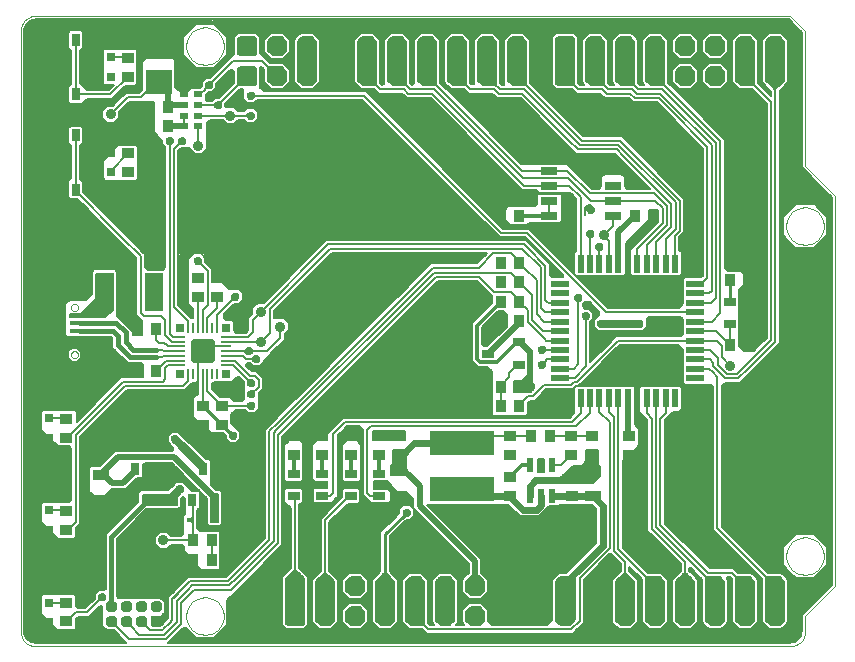
<source format=gbr>
G04 PROTEUS GERBER X2 FILE*
%TF.GenerationSoftware,Labcenter,Proteus,8.11-SP0-Build30052*%
%TF.CreationDate,2021-04-03T13:19:03+00:00*%
%TF.FileFunction,Copper,L1,Top*%
%TF.FilePolarity,Positive*%
%TF.Part,Single*%
%TF.SameCoordinates,{922108e3-c2f5-4255-acfc-49fa15b1bd36}*%
%FSLAX45Y45*%
%MOMM*%
G01*
%TA.AperFunction,Conductor*%
%ADD10C,0.190500*%
%ADD11C,0.400000*%
%ADD12C,0.200000*%
%ADD13C,0.300000*%
%ADD14C,0.600000*%
%ADD15C,0.500000*%
%ADD16C,0.550000*%
%ADD17C,0.250000*%
%ADD18C,0.470000*%
%ADD19C,0.360000*%
%TA.AperFunction,ViaPad*%
%ADD70C,0.609600*%
%ADD71C,0.190500*%
%AMPPAD012*
4,1,36,
-0.425000,-0.023800,
-0.425000,0.023800,
-0.423480,0.039380,
-0.419120,0.053790,
-0.412190,0.066740,
-0.402970,0.077970,
-0.391750,0.087190,
-0.378790,0.094120,
-0.364380,0.098480,
-0.348800,0.100000,
0.348800,0.100000,
0.364380,0.098480,
0.378790,0.094120,
0.391750,0.087190,
0.402970,0.077970,
0.412190,0.066740,
0.419120,0.053790,
0.423480,0.039380,
0.425000,0.023800,
0.425000,-0.023800,
0.423480,-0.039380,
0.419120,-0.053790,
0.412190,-0.066740,
0.402970,-0.077970,
0.391750,-0.087190,
0.378790,-0.094120,
0.364380,-0.098480,
0.348800,-0.100000,
-0.348800,-0.100000,
-0.364380,-0.098480,
-0.378790,-0.094120,
-0.391750,-0.087190,
-0.402970,-0.077970,
-0.412190,-0.066740,
-0.419120,-0.053790,
-0.423480,-0.039380,
-0.425000,-0.023800,
0*%
%TA.AperFunction,SMDPad,CuDef*%
%ADD20PPAD012*%
%AMPPAD013*
4,1,36,
0.023800,-0.425000,
-0.023800,-0.425000,
-0.039380,-0.423480,
-0.053790,-0.419120,
-0.066740,-0.412190,
-0.077970,-0.402970,
-0.087190,-0.391750,
-0.094120,-0.378790,
-0.098480,-0.364380,
-0.100000,-0.348800,
-0.100000,0.348800,
-0.098480,0.364380,
-0.094120,0.378790,
-0.087190,0.391750,
-0.077970,0.402970,
-0.066740,0.412190,
-0.053790,0.419120,
-0.039380,0.423480,
-0.023800,0.425000,
0.023800,0.425000,
0.039380,0.423480,
0.053790,0.419120,
0.066740,0.412190,
0.077970,0.402970,
0.087190,0.391750,
0.094120,0.378790,
0.098480,0.364380,
0.100000,0.348800,
0.100000,-0.348800,
0.098480,-0.364380,
0.094120,-0.378790,
0.087190,-0.391750,
0.077970,-0.402970,
0.066740,-0.412190,
0.053790,-0.419120,
0.039380,-0.423480,
0.023800,-0.425000,
0*%
%ADD21PPAD013*%
%AMPPAD014*
4,1,36,
0.746000,-1.000000,
-0.746000,-1.000000,
-0.797930,-0.994950,
-0.845960,-0.980400,
-0.889150,-0.957300,
-0.926580,-0.926580,
-0.957300,-0.889150,
-0.980400,-0.845960,
-0.994950,-0.797930,
-1.000000,-0.746000,
-1.000000,0.746000,
-0.994950,0.797930,
-0.980400,0.845960,
-0.957300,0.889150,
-0.926580,0.926580,
-0.889150,0.957300,
-0.845960,0.980400,
-0.797930,0.994950,
-0.746000,1.000000,
0.746000,1.000000,
0.797930,0.994950,
0.845960,0.980400,
0.889150,0.957300,
0.926580,0.926580,
0.957300,0.889150,
0.980400,0.845960,
0.994950,0.797930,
1.000000,0.746000,
1.000000,-0.746000,
0.994950,-0.797930,
0.980400,-0.845960,
0.957300,-0.889150,
0.926580,-0.926580,
0.889150,-0.957300,
0.845960,-0.980400,
0.797930,-0.994950,
0.746000,-1.000000,
0*%
%ADD22PPAD014*%
%ADD23R,0.780000X0.780000*%
%TA.AperFunction,SMDPad,CuDef*%
%ADD24R,1.700000X0.400000*%
%ADD25R,1.900000X1.900000*%
%ADD26R,1.500000X1.500000*%
%TA.AperFunction,SMDPad,CuDef*%
%ADD27R,0.700000X1.000000*%
%TA.AperFunction,SMDPad,CuDef*%
%ADD28R,0.800000X0.800000*%
%TA.AperFunction,SMDPad,CuDef*%
%ADD29R,1.650000X2.200000*%
%TA.AperFunction,SMDPad,CuDef*%
%ADD72R,1.050000X0.900000*%
%ADD73R,1.500000X3.200000*%
%TA.AperFunction,SMDPad,CuDef*%
%ADD30R,0.800000X0.500000*%
%TA.AperFunction,SMDPad,CuDef*%
%ADD31R,0.900000X1.050000*%
%ADD32R,2.286000X2.032000*%
%TA.AperFunction,SMDPad,CuDef*%
%ADD33R,1.473200X0.635000*%
%TA.AperFunction,SMDPad,CuDef*%
%ADD34R,1.397000X0.889000*%
%ADD35R,0.590000X0.450000*%
%AMPPAD030*
4,1,36,
0.323000,-0.450000,
-0.323000,-0.450000,
-0.348970,-0.447470,
-0.372980,-0.440200,
-0.394580,-0.428650,
-0.413290,-0.413290,
-0.428650,-0.394570,
-0.440200,-0.372980,
-0.447470,-0.348970,
-0.450000,-0.323000,
-0.450000,0.323000,
-0.447470,0.348970,
-0.440200,0.372980,
-0.428650,0.394570,
-0.413290,0.413290,
-0.394580,0.428650,
-0.372980,0.440200,
-0.348970,0.447470,
-0.323000,0.450000,
0.323000,0.450000,
0.348970,0.447470,
0.372980,0.440200,
0.394580,0.428650,
0.413290,0.413290,
0.428650,0.394570,
0.440200,0.372980,
0.447470,0.348970,
0.450000,0.323000,
0.450000,-0.323000,
0.447470,-0.348970,
0.440200,-0.372980,
0.428650,-0.394570,
0.413290,-0.413290,
0.394580,-0.428650,
0.372980,-0.440200,
0.348970,-0.447470,
0.323000,-0.450000,
0*%
%TA.AperFunction,ComponentPad*%
%ADD36PPAD030*%
%ADD37C,0.900000*%
%AMPPAD032*
4,1,36,
-0.546000,0.800000,
0.546000,0.800000,
0.597930,0.794950,
0.645960,0.780400,
0.689150,0.757300,
0.726580,0.726580,
0.757300,0.689150,
0.780400,0.645960,
0.794950,0.597930,
0.800000,0.546000,
0.800000,-0.546000,
0.794950,-0.597930,
0.780400,-0.645960,
0.757300,-0.689150,
0.726580,-0.726580,
0.689150,-0.757300,
0.645960,-0.780400,
0.597930,-0.794950,
0.546000,-0.800000,
-0.546000,-0.800000,
-0.597930,-0.794950,
-0.645960,-0.780400,
-0.689150,-0.757300,
-0.726580,-0.726580,
-0.757300,-0.689150,
-0.780400,-0.645960,
-0.794950,-0.597930,
-0.800000,-0.546000,
-0.800000,0.546000,
-0.794950,0.597930,
-0.780400,0.645960,
-0.757300,0.689150,
-0.726580,0.726580,
-0.689150,0.757300,
-0.645960,0.780400,
-0.597930,0.794950,
-0.546000,0.800000,
0*%
%TA.AperFunction,ComponentPad*%
%ADD38PPAD032*%
%ADD39C,1.600000*%
%TA.AperFunction,SMDPad,CuDef*%
%ADD40R,0.600000X1.200000*%
%TA.AperFunction,SMDPad,CuDef*%
%ADD41R,0.711200X0.990600*%
%TA.AperFunction,SMDPad,CuDef*%
%ADD42R,5.500000X2.150000*%
%TA.AperFunction,SMDPad,CuDef*%
%ADD43R,0.550000X1.500000*%
%ADD44R,1.500000X0.550000*%
%TA.AperFunction,SMDPad,CuDef*%
%ADD45R,1.000000X0.700000*%
%TA.AperFunction,SMDPad,CuDef*%
%ADD46R,0.990600X0.711200*%
%TA.AperFunction,SMDPad,CuDef*%
%ADD47C,0.889000*%
%TA.AperFunction,Profile*%
%ADD48C,0.025400*%
%TD.AperFunction*%
G36*
X+533400Y+2816050D02*
X+533400Y+2790650D01*
X+717550Y+2790650D01*
X+774700Y+2847800D01*
X+774700Y+2917650D01*
X+635000Y+2917650D01*
X+533400Y+2816050D01*
G37*
G36*
X+4325600Y+2260600D02*
X+4325600Y+2228850D01*
X+4344650Y+2209800D01*
X+4344650Y+2184400D01*
X+4319250Y+2159000D01*
X+4262100Y+2159000D01*
X+4262100Y+2241550D01*
X+4281150Y+2260600D01*
X+4325600Y+2260600D01*
G37*
G36*
X+4578350Y+1385550D02*
X+4578350Y+1423650D01*
X+4673600Y+1518900D01*
X+4756150Y+1518900D01*
X+4800600Y+1563350D01*
X+4800600Y+1576050D01*
X+4883150Y+1576050D01*
X+4883150Y+1537950D01*
X+4902200Y+1518900D01*
X+4902200Y+1436350D01*
X+4851400Y+1385550D01*
X+4578350Y+1385550D01*
G37*
G36*
X+4540250Y+311150D02*
X+4540250Y+450850D01*
X+4679950Y+450850D01*
X+4679950Y+311150D01*
X+4540250Y+311150D01*
G37*
G36*
X+5048250Y+311150D02*
X+5048250Y+450850D01*
X+5187950Y+450850D01*
X+5187950Y+311150D01*
X+5048250Y+311150D01*
G37*
G36*
X+5302250Y+304800D02*
X+5302250Y+444500D01*
X+5441950Y+444500D01*
X+5441950Y+304800D01*
X+5302250Y+304800D01*
G37*
G36*
X+5556250Y+311150D02*
X+5556250Y+450850D01*
X+5695950Y+450850D01*
X+5695950Y+311150D01*
X+5556250Y+311150D01*
G37*
G36*
X+5810250Y+311150D02*
X+5810250Y+450850D01*
X+5949950Y+450850D01*
X+5949950Y+311150D01*
X+5810250Y+311150D01*
G37*
G36*
X+6064250Y+311150D02*
X+6064250Y+450850D01*
X+6203950Y+450850D01*
X+6203950Y+311150D01*
X+6064250Y+311150D01*
G37*
G36*
X+6318250Y+311150D02*
X+6318250Y+450850D01*
X+6457950Y+450850D01*
X+6457950Y+311150D01*
X+6318250Y+311150D01*
G37*
G36*
X+3524250Y+317500D02*
X+3524250Y+457200D01*
X+3663950Y+457200D01*
X+3663950Y+317500D01*
X+3524250Y+317500D01*
G37*
G36*
X+3270250Y+304800D02*
X+3270250Y+444500D01*
X+3409950Y+444500D01*
X+3409950Y+304800D01*
X+3270250Y+304800D01*
G37*
G36*
X+3016250Y+311150D02*
X+3016250Y+450850D01*
X+3155950Y+450850D01*
X+3155950Y+311150D01*
X+3016250Y+311150D01*
G37*
G36*
X+2508250Y+311150D02*
X+2508250Y+450850D01*
X+2647950Y+450850D01*
X+2647950Y+311150D01*
X+2508250Y+311150D01*
G37*
G36*
X+2254250Y+311150D02*
X+2254250Y+450850D01*
X+2393950Y+450850D01*
X+2393950Y+311150D01*
X+2254250Y+311150D01*
G37*
G36*
X+6318250Y+4876800D02*
X+6318250Y+5016500D01*
X+6457950Y+5016500D01*
X+6457950Y+4876800D01*
X+6318250Y+4876800D01*
G37*
G36*
X+6064250Y+4883150D02*
X+6064250Y+5022850D01*
X+6203950Y+5022850D01*
X+6203950Y+4883150D01*
X+6064250Y+4883150D01*
G37*
G36*
X+5302250Y+4883150D02*
X+5302250Y+5022850D01*
X+5441950Y+5022850D01*
X+5441950Y+4883150D01*
X+5302250Y+4883150D01*
G37*
G36*
X+5048250Y+4883150D02*
X+5048250Y+5022850D01*
X+5187950Y+5022850D01*
X+5187950Y+4883150D01*
X+5048250Y+4883150D01*
G37*
G36*
X+4794250Y+4883150D02*
X+4794250Y+5022850D01*
X+4933950Y+5022850D01*
X+4933950Y+4883150D01*
X+4794250Y+4883150D01*
G37*
G36*
X+4540250Y+4883150D02*
X+4540250Y+5022850D01*
X+4679950Y+5022850D01*
X+4679950Y+4883150D01*
X+4540250Y+4883150D01*
G37*
G36*
X+4133850Y+4876800D02*
X+4133850Y+5016500D01*
X+4273550Y+5016500D01*
X+4273550Y+4876800D01*
X+4133850Y+4876800D01*
G37*
G36*
X+3879850Y+4883150D02*
X+3879850Y+5022850D01*
X+4019550Y+5022850D01*
X+4019550Y+4883150D01*
X+3879850Y+4883150D01*
G37*
G36*
X+3625850Y+4883150D02*
X+3625850Y+5022850D01*
X+3765550Y+5022850D01*
X+3765550Y+4883150D01*
X+3625850Y+4883150D01*
G37*
G36*
X+3371850Y+4883150D02*
X+3371850Y+5022850D01*
X+3511550Y+5022850D01*
X+3511550Y+4883150D01*
X+3371850Y+4883150D01*
G37*
G36*
X+3117850Y+4883150D02*
X+3117850Y+5022850D01*
X+3257550Y+5022850D01*
X+3257550Y+4883150D01*
X+3117850Y+4883150D01*
G37*
G36*
X+2863850Y+4883150D02*
X+2863850Y+5022850D01*
X+3003550Y+5022850D01*
X+3003550Y+4883150D01*
X+2863850Y+4883150D01*
G37*
G36*
X+2355850Y+4883150D02*
X+2355850Y+5022850D01*
X+2495550Y+5022850D01*
X+2495550Y+4883150D01*
X+2355850Y+4883150D01*
G37*
G36*
X+2038350Y+4895850D02*
X+2051050Y+4883150D01*
X+2051050Y+4768850D01*
X+2114550Y+4705350D01*
X+2063750Y+4705350D01*
X+2038350Y+4730750D01*
X+2038350Y+4895850D01*
G37*
G36*
X+2241550Y+4718050D02*
X+2355850Y+4718050D01*
X+2305050Y+4768850D01*
X+2305050Y+5137150D01*
X+2355850Y+5187950D01*
X+2241550Y+5187950D01*
X+2292350Y+5137150D01*
X+2292350Y+5022850D01*
X+2228850Y+4959350D01*
X+2114550Y+4959350D01*
X+2051050Y+5022850D01*
X+2051050Y+5137150D01*
X+2101850Y+5187950D01*
X+2012950Y+5187950D01*
X+2038350Y+5162550D01*
X+2038350Y+5022850D01*
X+2114550Y+4946650D01*
X+2228850Y+4946650D01*
X+2292350Y+4883150D01*
X+2292350Y+4768850D01*
X+2241550Y+4718050D01*
G37*
G36*
X+2495550Y+5187950D02*
X+2863850Y+5187950D01*
X+2813050Y+5137150D01*
X+2813050Y+4768850D01*
X+2863850Y+4718050D01*
X+2495550Y+4718050D01*
X+2546350Y+4768850D01*
X+2546350Y+5137150D01*
X+2495550Y+5187950D01*
G37*
G36*
X+3003550Y+5187950D02*
X+3117850Y+5187950D01*
X+3067050Y+5137150D01*
X+3067050Y+4762500D01*
X+3060700Y+4762500D01*
X+3054350Y+4768850D01*
X+3054350Y+5137150D01*
X+3003550Y+5187950D01*
G37*
G36*
X+3257550Y+5187950D02*
X+3371850Y+5187950D01*
X+3321050Y+5137150D01*
X+3321050Y+4768850D01*
X+3314700Y+4762500D01*
X+3308350Y+4768850D01*
X+3308350Y+5137150D01*
X+3257550Y+5187950D01*
G37*
G36*
X+3511550Y+5187950D02*
X+3625850Y+5187950D01*
X+3575050Y+5137150D01*
X+3575050Y+4768850D01*
X+3625850Y+4718050D01*
X+3613150Y+4718050D01*
X+3562350Y+4768850D01*
X+3562350Y+5137150D01*
X+3511550Y+5187950D01*
G37*
G36*
X+3765550Y+5187950D02*
X+3879850Y+5187950D01*
X+3829050Y+5137150D01*
X+3829050Y+4768850D01*
X+3822700Y+4762500D01*
X+3816350Y+4768850D01*
X+3816350Y+5137150D01*
X+3765550Y+5187950D01*
G37*
G36*
X+4019550Y+5187950D02*
X+4133850Y+5187950D01*
X+4083050Y+5137150D01*
X+4083050Y+4768850D01*
X+4076700Y+4762500D01*
X+4070350Y+4768850D01*
X+4070350Y+5137150D01*
X+4019550Y+5187950D01*
G37*
G36*
X+4273550Y+5187950D02*
X+4514850Y+5187950D01*
X+4489450Y+5162550D01*
X+4489450Y+4743450D01*
X+4508500Y+4724400D01*
X+4368800Y+4724400D01*
X+4324350Y+4768850D01*
X+4324350Y+5137150D01*
X+4273550Y+5187950D01*
G37*
G36*
X+4705350Y+5187950D02*
X+4794250Y+5187950D01*
X+4743450Y+5137150D01*
X+4743450Y+4768850D01*
X+4756150Y+4756150D01*
X+4743450Y+4756150D01*
X+4730750Y+4768850D01*
X+4730750Y+5162550D01*
X+4705350Y+5187950D01*
G37*
G36*
X+4933950Y+5187950D02*
X+5048250Y+5187950D01*
X+4997450Y+5137150D01*
X+4997450Y+4768850D01*
X+5010150Y+4756150D01*
X+4997450Y+4756150D01*
X+4984750Y+4768850D01*
X+4984750Y+5137150D01*
X+4933950Y+5187950D01*
G37*
G36*
X+5187950Y+5187950D02*
X+5302250Y+5187950D01*
X+5251450Y+5137150D01*
X+5251450Y+4768850D01*
X+5264150Y+4756150D01*
X+5251450Y+4756150D01*
X+5238750Y+4768850D01*
X+5238750Y+5137150D01*
X+5187950Y+5187950D01*
G37*
G36*
X+5441950Y+5187950D02*
X+5556250Y+5187950D01*
X+5505450Y+5137150D01*
X+5505450Y+4768850D01*
X+5556250Y+4718050D01*
X+5543550Y+4718050D01*
X+5492750Y+4768850D01*
X+5492750Y+5137150D01*
X+5441950Y+5187950D01*
G37*
G36*
X+5695950Y+5187950D02*
X+5810250Y+5187950D01*
X+5759450Y+5137150D01*
X+5759450Y+4768850D01*
X+5810250Y+4718050D01*
X+5695950Y+4718050D01*
X+5746750Y+4768850D01*
X+5746750Y+5137150D01*
X+5695950Y+5187950D01*
G37*
G36*
X+5949950Y+5187950D02*
X+6064250Y+5187950D01*
X+6013450Y+5137150D01*
X+6013450Y+4768850D01*
X+6064250Y+4718050D01*
X+5949950Y+4718050D01*
X+6000750Y+4768850D01*
X+6000750Y+5137150D01*
X+5949950Y+5187950D01*
G37*
G36*
X+6203950Y+5187950D02*
X+6318250Y+5187950D01*
X+6267450Y+5137150D01*
X+6267450Y+4768850D01*
X+6343650Y+4692650D01*
X+6343650Y+4679950D01*
X+6254750Y+4768850D01*
X+6254750Y+5137150D01*
X+6203950Y+5187950D01*
G37*
G36*
X+5988050Y+5010150D02*
X+5988050Y+4895850D01*
X+5937250Y+4946650D01*
X+5822950Y+4946650D01*
X+5772150Y+4895850D01*
X+5772150Y+5010150D01*
X+5822950Y+4959350D01*
X+5937250Y+4959350D01*
X+5988050Y+5010150D01*
G37*
G36*
X+5734050Y+5010150D02*
X+5734050Y+4895850D01*
X+5683250Y+4946650D01*
X+5568950Y+4946650D01*
X+5518150Y+4895850D01*
X+5518150Y+5010150D01*
X+5568950Y+4959350D01*
X+5683250Y+4959350D01*
X+5734050Y+5010150D01*
G37*
G36*
X+1625600Y+5295900D02*
X+1720850Y+5200650D01*
X+6597650Y+5200650D01*
X+6502400Y+5295900D01*
X+1625600Y+5295900D01*
G37*
G36*
X+1733550Y+5187950D02*
X+1822450Y+5187950D01*
X+1797050Y+5162550D01*
X+1797050Y+5010150D01*
X+1606550Y+4819650D01*
X+1568450Y+4819650D01*
X+1524000Y+4775200D01*
X+1524000Y+4743450D01*
X+1511300Y+4730750D01*
X+1441450Y+4730750D01*
X+1403350Y+4692650D01*
X+1358900Y+4692650D01*
X+1320800Y+4730750D01*
X+1320800Y+4959350D01*
X+1282700Y+4997450D01*
X+1282700Y+5181600D01*
X+1397000Y+5295900D01*
X+1606550Y+5295900D01*
X+1625600Y+5276850D01*
X+1485900Y+5276850D01*
X+1365250Y+5156200D01*
X+1365250Y+4997450D01*
X+1479550Y+4883150D01*
X+1644650Y+4883150D01*
X+1758950Y+4997450D01*
X+1758950Y+5162550D01*
X+1733550Y+5187950D01*
G37*
G36*
X+1377950Y+5295900D02*
X+1263650Y+5181600D01*
X+1060450Y+5181600D01*
X+1054100Y+5175250D01*
X+1054100Y+5060950D01*
X+704850Y+5060950D01*
X+704850Y+5295900D01*
X+1377950Y+5295900D01*
G37*
G36*
X+996950Y+5048250D02*
X+1054100Y+5048250D01*
X+1054100Y+4984750D01*
X+1016000Y+4946650D01*
X+1016000Y+4705350D01*
X+1003300Y+4692650D01*
X+889000Y+4692650D01*
X+781050Y+4584700D01*
X+730250Y+4584700D01*
X+698500Y+4552950D01*
X+698500Y+4629150D01*
X+781050Y+4629150D01*
X+889000Y+4737100D01*
X+971550Y+4737100D01*
X+996950Y+4762500D01*
X+996950Y+5048250D01*
G37*
G36*
X+768350Y+4743450D02*
X+742950Y+4718050D01*
X+558800Y+4718050D01*
X+508000Y+4768850D01*
X+508000Y+5035550D01*
X+539750Y+5067300D01*
X+539750Y+5200650D01*
X+520700Y+5219700D01*
X+412750Y+5219700D01*
X+412750Y+5295900D01*
X+685800Y+5295900D01*
X+685800Y+4762500D01*
X+704850Y+4743450D01*
X+768350Y+4743450D01*
G37*
G36*
X+1587500Y+4679950D02*
X+1581150Y+4673600D01*
X+1581150Y+4629150D01*
X+1587500Y+4622800D01*
X+1612900Y+4622800D01*
X+1638300Y+4648200D01*
X+1676400Y+4648200D01*
X+1797050Y+4768850D01*
X+1797050Y+4857750D01*
X+1784350Y+4870450D01*
X+1778000Y+4870450D01*
X+1663700Y+4756150D01*
X+1663700Y+4718050D01*
X+1625600Y+4679950D01*
X+1587500Y+4679950D01*
G37*
G36*
X+1123950Y+4451350D02*
X+1123950Y+4591050D01*
X+1111250Y+4603750D01*
X+927100Y+4603750D01*
X+844550Y+4521200D01*
X+844550Y+4470400D01*
X+793750Y+4419600D01*
X+730250Y+4419600D01*
X+679450Y+4470400D01*
X+679450Y+4622800D01*
X+558800Y+4622800D01*
X+520700Y+4584700D01*
X+412750Y+4584700D01*
X+412750Y+4406900D01*
X+419100Y+4413250D01*
X+514350Y+4413250D01*
X+533400Y+4394200D01*
X+533400Y+4254500D01*
X+984250Y+4254500D01*
X+984250Y+4311650D01*
X+1123950Y+4451350D01*
G37*
G36*
X+393700Y+3797300D02*
X+393700Y+3937000D01*
X+419100Y+3962400D01*
X+419100Y+4235450D01*
X+393700Y+4260850D01*
X+393700Y+4737100D01*
X+419100Y+4762500D01*
X+419100Y+5041900D01*
X+393700Y+5067300D01*
X+393700Y+5295900D01*
X+139700Y+5295900D01*
X+118926Y+5293878D01*
X+99715Y+5288062D01*
X+82438Y+5278822D01*
X+67469Y+5266531D01*
X+55178Y+5251562D01*
X+45938Y+5234285D01*
X+40122Y+5215074D01*
X+38100Y+5194300D01*
X+38100Y+3797300D01*
X+393700Y+3797300D01*
G37*
G36*
X+514350Y+4235450D02*
X+508000Y+4229100D01*
X+508000Y+3962400D01*
X+539750Y+3930650D01*
X+539750Y+3841750D01*
X+984250Y+3397250D01*
X+984250Y+3930650D01*
X+711200Y+3930650D01*
X+685800Y+3956050D01*
X+685800Y+4114800D01*
X+806450Y+4235450D01*
X+514350Y+4235450D01*
G37*
G36*
X+1041400Y+4349750D02*
X+1123950Y+4349750D01*
X+1193800Y+4279900D01*
X+1193800Y+4241800D01*
X+1219200Y+4216400D01*
X+1219200Y+3213100D01*
X+1200150Y+3194050D01*
X+1079500Y+3194050D01*
X+1060450Y+3213100D01*
X+1060450Y+3321050D01*
X+1003300Y+3378200D01*
X+1003300Y+4311650D01*
X+1041400Y+4349750D01*
G37*
G36*
X+609600Y+3187700D02*
X+622300Y+3200400D01*
X+793750Y+3200400D01*
X+825500Y+3168650D01*
X+825500Y+2794000D01*
X+939800Y+2679700D01*
X+1022350Y+2679700D01*
X+1022350Y+2749550D01*
X+971550Y+2800350D01*
X+971550Y+3282950D01*
X+609600Y+3644900D01*
X+609600Y+3187700D01*
G37*
G36*
X+38100Y+2940050D02*
X+552450Y+2940050D01*
X+596900Y+2984500D01*
X+596900Y+3657600D01*
X+476250Y+3778250D01*
X+38100Y+3778250D01*
X+38100Y+2940050D01*
G37*
G36*
X+38100Y+2927350D02*
X+400050Y+2927350D01*
X+368300Y+2895600D01*
X+368300Y+2635250D01*
X+387350Y+2616200D01*
X+387350Y+2057400D01*
X+438150Y+2006600D01*
X+38100Y+2006600D01*
X+38100Y+2927350D01*
G37*
G36*
X+1447800Y+2787650D02*
X+1454150Y+2787650D01*
X+1454150Y+2851150D01*
X+1409700Y+2895600D01*
X+1409700Y+3276600D01*
X+1447800Y+3314700D01*
X+1346200Y+3314700D01*
X+1346200Y+2889250D01*
X+1447800Y+2787650D01*
G37*
G36*
X+1549400Y+3314700D02*
X+1568450Y+3295650D01*
X+1568450Y+3257550D01*
X+1631950Y+3194050D01*
X+1631950Y+3092450D01*
X+1638300Y+3086100D01*
X+1714500Y+3086100D01*
X+1771650Y+3028950D01*
X+1847850Y+3028950D01*
X+1885950Y+2990850D01*
X+1885950Y+2921000D01*
X+1854200Y+2889250D01*
X+1809750Y+2889250D01*
X+1727200Y+2806700D01*
X+1727200Y+2781300D01*
X+1739900Y+2768600D01*
X+1790700Y+2768600D01*
X+1809750Y+2749550D01*
X+1809750Y+2679700D01*
X+1828800Y+2660650D01*
X+1905000Y+2660650D01*
X+1917700Y+2673350D01*
X+1917700Y+2781300D01*
X+1955800Y+2819400D01*
X+1955800Y+2870200D01*
X+2000250Y+2914650D01*
X+2000250Y+3314700D01*
X+1549400Y+3314700D01*
G37*
G36*
X+2019300Y+2914650D02*
X+2051050Y+2914650D01*
X+2584450Y+3448050D01*
X+4267200Y+3448050D01*
X+4260850Y+3454400D01*
X+4051300Y+3454400D01*
X+2889250Y+4616450D01*
X+2019300Y+4616450D01*
X+2019300Y+2914650D01*
G37*
G36*
X+1701800Y+660400D02*
X+1638300Y+596900D01*
X+1733550Y+596900D01*
X+2057400Y+920750D01*
X+2057400Y+1784350D01*
X+2038350Y+1803400D01*
X+1873250Y+1803400D01*
X+1873250Y+1752600D01*
X+1828800Y+1708150D01*
X+1771650Y+1708150D01*
X+1727200Y+1752600D01*
X+1727200Y+1784350D01*
X+1714500Y+1797050D01*
X+1606550Y+1797050D01*
X+1466850Y+1924050D01*
X+1466850Y+1695450D01*
X+1574800Y+1587500D01*
X+1600200Y+1587500D01*
X+1619250Y+1568450D01*
X+1619250Y+1371600D01*
X+1657350Y+1333500D01*
X+1689100Y+1333500D01*
X+1714500Y+1308100D01*
X+1714500Y+1035050D01*
X+1701800Y+1022350D01*
X+1701800Y+660400D01*
G37*
G36*
X+679450Y+336550D02*
X+685800Y+336550D01*
X+685800Y+171450D01*
X+730250Y+127000D01*
X+787400Y+127000D01*
X+876300Y+38100D01*
X+127000Y+38100D01*
X+92013Y+44958D01*
X+63797Y+63797D01*
X+44958Y+92013D01*
X+38100Y+127000D01*
X+44450Y+431800D01*
X+165100Y+431800D01*
X+165100Y+266700D01*
X+304800Y+127000D01*
X+463550Y+127000D01*
X+476250Y+139700D01*
X+476250Y+228600D01*
X+488950Y+241300D01*
X+584200Y+241300D01*
X+679450Y+336550D01*
G37*
G36*
X+1282700Y+1676400D02*
X+1282700Y+1663700D01*
X+800100Y+1663700D01*
X+666750Y+1530350D01*
X+514350Y+1530350D01*
X+514350Y+1771650D01*
X+901700Y+2152650D01*
X+908050Y+2159000D01*
X+1397000Y+2159000D01*
X+1460500Y+2222500D01*
X+1492250Y+2222500D01*
X+1492250Y+2146300D01*
X+1454150Y+2108200D01*
X+1454150Y+1708150D01*
X+1339850Y+1822450D01*
X+1276350Y+1822450D01*
X+1238250Y+1784350D01*
X+1238250Y+1720850D01*
X+1282700Y+1676400D01*
G37*
G36*
X+482600Y+1987550D02*
X+482600Y+1917700D01*
X+850900Y+2286000D01*
X+1016000Y+2286000D01*
X+1022350Y+2292350D01*
X+1022350Y+2381250D01*
X+1016000Y+2387600D01*
X+908050Y+2387600D01*
X+768350Y+2527300D01*
X+768350Y+2597150D01*
X+762000Y+2603500D01*
X+419100Y+2603500D01*
X+419100Y+2533650D01*
X+482600Y+2533650D01*
X+520700Y+2495550D01*
X+520700Y+2438400D01*
X+482600Y+2400300D01*
X+431800Y+2400300D01*
X+406400Y+2425700D01*
X+406400Y+2057400D01*
X+482600Y+1987550D01*
G37*
G36*
X+38100Y+1993900D02*
X+165100Y+1993900D01*
X+165100Y+1828800D01*
X+311150Y+1682750D01*
X+406400Y+1682750D01*
X+419100Y+1670050D01*
X+419100Y+1238250D01*
X+412750Y+1231900D01*
X+184150Y+1231900D01*
X+165100Y+1212850D01*
X+165100Y+1047750D01*
X+298450Y+914400D01*
X+38100Y+914400D01*
X+38100Y+1993900D01*
G37*
G36*
X+1524000Y+1289050D02*
X+1568450Y+1244600D01*
X+1568450Y+1035050D01*
X+1593850Y+1009650D01*
X+1682750Y+1009650D01*
X+1682750Y+977900D01*
X+1676400Y+984250D01*
X+1524000Y+984250D01*
X+1504950Y+1003300D01*
X+1504950Y+1149350D01*
X+1524000Y+1168400D01*
X+1524000Y+1289050D01*
G37*
G36*
X+2222500Y+1219200D02*
X+2279650Y+1162050D01*
X+2279650Y+666750D01*
X+2203450Y+590550D01*
X+2203450Y+38100D01*
X+1270000Y+38100D01*
X+1371600Y+139700D01*
X+1397000Y+139700D01*
X+1479550Y+57150D01*
X+1644650Y+57150D01*
X+1758950Y+171450D01*
X+1758950Y+387350D01*
X+2222500Y+850900D01*
X+2222500Y+1219200D01*
G37*
G36*
X+2470150Y+1212850D02*
X+2393950Y+1212850D01*
X+2393950Y+1327150D01*
X+2374900Y+1346200D01*
X+2222500Y+1346200D01*
X+2222500Y+1403350D01*
X+2241550Y+1384300D01*
X+2381250Y+1384300D01*
X+2400300Y+1403350D01*
X+2400300Y+1720850D01*
X+2374900Y+1746250D01*
X+2266950Y+1746250D01*
X+2222500Y+1701800D01*
X+2222500Y+1771650D01*
X+2381250Y+1924050D01*
X+2711450Y+1924050D01*
X+2540000Y+1752600D01*
X+2508250Y+1752600D01*
X+2463800Y+1708150D01*
X+2463800Y+1409700D01*
X+2489200Y+1384300D01*
X+2501900Y+1384300D01*
X+2501900Y+1358900D01*
X+2463800Y+1320800D01*
X+2463800Y+1219200D01*
X+2470150Y+1212850D01*
G37*
G36*
X+2711450Y+1797050D02*
X+2711450Y+1701800D01*
X+2755900Y+1746250D01*
X+2857500Y+1746250D01*
X+2889250Y+1714500D01*
X+2889250Y+1822450D01*
X+2857500Y+1854200D01*
X+2768600Y+1854200D01*
X+2711450Y+1797050D01*
G37*
G36*
X+2647950Y+1212850D02*
X+2667000Y+1212850D01*
X+2711450Y+1257300D01*
X+2711450Y+1320800D01*
X+2736850Y+1346200D01*
X+2857500Y+1346200D01*
X+2882900Y+1320800D01*
X+2882900Y+1212850D01*
X+2952750Y+1212850D01*
X+2889250Y+1276350D01*
X+2889250Y+1409700D01*
X+2863850Y+1384300D01*
X+2730500Y+1384300D01*
X+2692400Y+1422400D01*
X+2692400Y+1263650D01*
X+2647950Y+1219200D01*
X+2647950Y+1212850D01*
G37*
G36*
X+3086100Y+1746250D02*
X+3086100Y+1809750D01*
X+3155950Y+1809750D01*
X+3155950Y+1746250D01*
X+3086100Y+1746250D01*
G37*
G36*
X+2368550Y+1187450D02*
X+2381250Y+1200150D01*
X+2654300Y+1200150D01*
X+2533650Y+1079500D01*
X+2533650Y+647700D01*
X+2387600Y+647700D01*
X+2368550Y+666750D01*
X+2368550Y+1187450D01*
G37*
G36*
X+2406650Y+628650D02*
X+2520950Y+628650D01*
X+2457450Y+565150D01*
X+2457450Y+196850D01*
X+2508250Y+146050D01*
X+2419350Y+146050D01*
X+2444750Y+171450D01*
X+2444750Y+590550D01*
X+2406650Y+628650D01*
G37*
G36*
X+2647950Y+615950D02*
X+2762250Y+615950D01*
X+2711450Y+565150D01*
X+2711450Y+196850D01*
X+2762250Y+146050D01*
X+2647950Y+146050D01*
X+2698750Y+196850D01*
X+2698750Y+565150D01*
X+2647950Y+615950D01*
G37*
G36*
X+2901950Y+615950D02*
X+3016250Y+615950D01*
X+2965450Y+565150D01*
X+2965450Y+196850D01*
X+3016250Y+146050D01*
X+2901950Y+146050D01*
X+2952750Y+196850D01*
X+2952750Y+565150D01*
X+2901950Y+615950D01*
G37*
G36*
X+3155950Y+615950D02*
X+3270250Y+615950D01*
X+3219450Y+565150D01*
X+3219450Y+196850D01*
X+3270250Y+146050D01*
X+3155950Y+146050D01*
X+3206750Y+196850D01*
X+3206750Y+565150D01*
X+3155950Y+615950D01*
G37*
G36*
X+2724150Y+438150D02*
X+2724150Y+323850D01*
X+2774950Y+374650D01*
X+2889250Y+374650D01*
X+2940050Y+323850D01*
X+2940050Y+438150D01*
X+2889250Y+387350D01*
X+2774950Y+387350D01*
X+2724150Y+438150D01*
G37*
G36*
X+3486150Y+184150D02*
X+3473450Y+184150D01*
X+3460750Y+196850D01*
X+3460750Y+565150D01*
X+3409950Y+615950D01*
X+3524250Y+615950D01*
X+3473450Y+565150D01*
X+3473450Y+196850D01*
X+3486150Y+184150D01*
G37*
G36*
X+3740150Y+438150D02*
X+3740150Y+323850D01*
X+3790950Y+374650D01*
X+3905250Y+374650D01*
X+3956050Y+323850D01*
X+3956050Y+438150D01*
X+3905250Y+387350D01*
X+3790950Y+387350D01*
X+3740150Y+438150D01*
G37*
G36*
X+3663950Y+615950D02*
X+3778250Y+615950D01*
X+3727450Y+565150D01*
X+3727450Y+196850D01*
X+3740150Y+184150D01*
X+3702050Y+184150D01*
X+3714750Y+196850D01*
X+3714750Y+565150D01*
X+3663950Y+615950D01*
G37*
G36*
X+3917950Y+615950D02*
X+4540250Y+615950D01*
X+4489450Y+565150D01*
X+4489450Y+222250D01*
X+4451350Y+184150D01*
X+4000500Y+184150D01*
X+3968750Y+215900D01*
X+3968750Y+565150D01*
X+3917950Y+615950D01*
G37*
G36*
X+3911600Y+628650D02*
X+4616450Y+628650D01*
X+4864100Y+876300D01*
X+4864100Y+1162050D01*
X+4838700Y+1187450D01*
X+4565650Y+1187450D01*
X+4552950Y+1174750D01*
X+4476750Y+1174750D01*
X+4394200Y+1092200D01*
X+4222750Y+1092200D01*
X+4127500Y+1187450D01*
X+3460750Y+1187450D01*
X+3905250Y+742950D01*
X+3905250Y+635000D01*
X+3911600Y+628650D01*
G37*
G36*
X+5048250Y+146050D02*
X+4997450Y+196850D01*
X+4997450Y+565150D01*
X+5073650Y+641350D01*
X+5073650Y+692150D01*
X+4997450Y+768350D01*
X+4991100Y+768350D01*
X+4781550Y+558800D01*
X+4781550Y+196850D01*
X+4730750Y+146050D01*
X+5048250Y+146050D01*
G37*
G36*
X+5187950Y+146050D02*
X+5302250Y+146050D01*
X+5251450Y+196850D01*
X+5251450Y+565150D01*
X+5162550Y+654050D01*
X+5162550Y+641350D01*
X+5238750Y+565150D01*
X+5238750Y+196850D01*
X+5187950Y+146050D01*
G37*
G36*
X+5670550Y+654050D02*
X+5670550Y+641350D01*
X+5746750Y+565150D01*
X+5746750Y+196850D01*
X+5695950Y+146050D01*
X+5810250Y+146050D01*
X+5759450Y+196850D01*
X+5759450Y+565150D01*
X+5670550Y+654050D01*
G37*
G36*
X+5988050Y+577850D02*
X+6000750Y+565150D01*
X+6000750Y+196850D01*
X+5949950Y+146050D01*
X+6064250Y+146050D01*
X+6013450Y+196850D01*
X+6013450Y+565150D01*
X+6000750Y+577850D01*
X+5988050Y+577850D01*
G37*
G36*
X+6203950Y+615950D02*
X+6223000Y+615950D01*
X+6267450Y+571500D01*
X+6267450Y+196850D01*
X+6318250Y+146050D01*
X+6203950Y+146050D01*
X+6254750Y+196850D01*
X+6254750Y+565150D01*
X+6203950Y+615950D01*
G37*
G36*
X+3435350Y+95250D02*
X+3397250Y+133350D01*
X+2241550Y+133350D01*
X+2216150Y+158750D01*
X+2216150Y+38100D01*
X+6324600Y+38100D01*
X+6419850Y+133350D01*
X+4718050Y+133350D01*
X+4679950Y+95250D01*
X+3435350Y+95250D01*
G37*
G36*
X+5441950Y+146050D02*
X+5556250Y+146050D01*
X+5505450Y+196850D01*
X+5505450Y+565150D01*
X+5556250Y+615950D01*
X+5441950Y+615950D01*
X+5492750Y+565150D01*
X+5492750Y+196850D01*
X+5441950Y+146050D01*
G37*
G36*
X+6350000Y+38100D02*
X+6515100Y+38100D01*
X+6550087Y+44958D01*
X+6578302Y+63797D01*
X+6597141Y+92013D01*
X+6604000Y+127000D01*
X+6604000Y+266700D01*
X+6858000Y+520700D01*
X+6858000Y+939800D01*
X+6743700Y+939800D01*
X+6838950Y+844550D01*
X+6838950Y+679450D01*
X+6724650Y+565150D01*
X+6559550Y+565150D01*
X+6464300Y+660400D01*
X+6464300Y+609600D01*
X+6508750Y+565150D01*
X+6508750Y+196850D01*
X+6350000Y+38100D01*
G37*
G36*
X+6203950Y+628650D02*
X+6076950Y+628650D01*
X+6038850Y+666750D01*
X+5835650Y+666750D01*
X+5461000Y+1041400D01*
X+5461000Y+1905000D01*
X+5530850Y+1974850D01*
X+5581650Y+1974850D01*
X+5607050Y+2000250D01*
X+5607050Y+2203450D01*
X+5842000Y+2203450D01*
X+5854700Y+2190750D01*
X+5854700Y+977900D01*
X+6203950Y+628650D01*
G37*
G36*
X+5581650Y+641350D02*
X+5568950Y+628650D01*
X+5314950Y+628650D01*
X+5105400Y+838200D01*
X+5105400Y+1562100D01*
X+5118100Y+1574800D01*
X+5181600Y+1574800D01*
X+5276850Y+1676400D01*
X+5276850Y+1854200D01*
X+5245100Y+1892300D01*
X+5245100Y+1962150D01*
X+5302250Y+1905000D01*
X+5302250Y+971550D01*
X+5581650Y+692150D01*
X+5581650Y+641350D01*
G37*
G36*
X+4286250Y+1943100D02*
X+4648200Y+1943100D01*
X+4679950Y+1974850D01*
X+4679950Y+2165350D01*
X+4451350Y+2165350D01*
X+4356100Y+2070100D01*
X+4318000Y+2070100D01*
X+4305300Y+2057400D01*
X+4305300Y+1962150D01*
X+4286250Y+1943100D01*
G37*
G36*
X+4743450Y+2209800D02*
X+5581650Y+2209800D01*
X+5600700Y+2228850D01*
X+5600700Y+2508250D01*
X+5568950Y+2540000D01*
X+5073650Y+2540000D01*
X+4743450Y+2209800D01*
G37*
G36*
X+4832350Y+2743200D02*
X+4832350Y+2425700D01*
X+5041900Y+2635250D01*
X+5588000Y+2635250D01*
X+5600700Y+2647950D01*
X+5600700Y+2762250D01*
X+5581650Y+2781300D01*
X+5321300Y+2781300D01*
X+5308600Y+2768600D01*
X+5308600Y+2692400D01*
X+5276850Y+2660650D01*
X+4883150Y+2660650D01*
X+4845050Y+2698750D01*
X+4845050Y+2755900D01*
X+4832350Y+2743200D01*
G37*
G36*
X+4857750Y+2825750D02*
X+4857750Y+2774950D01*
X+4895850Y+2813050D01*
X+4895850Y+2825750D01*
X+4819650Y+2901950D01*
X+4775200Y+2901950D01*
X+4768850Y+2895600D01*
X+4768850Y+2882900D01*
X+4787900Y+2863850D01*
X+4819650Y+2863850D01*
X+4857750Y+2825750D01*
G37*
G36*
X+4724400Y+3124200D02*
X+4978400Y+2870200D01*
X+5568950Y+2870200D01*
X+5600700Y+2901950D01*
X+5600700Y+3124200D01*
X+4724400Y+3124200D01*
G37*
G36*
X+4000500Y+1943100D02*
X+2400300Y+1943100D01*
X+3536950Y+3079750D01*
X+3860800Y+3079750D01*
X+3981450Y+2959100D01*
X+3981450Y+2901950D01*
X+3810000Y+2730500D01*
X+3810000Y+2413000D01*
X+3867150Y+2355850D01*
X+3949700Y+2355850D01*
X+3981450Y+2324100D01*
X+3981450Y+1962150D01*
X+4000500Y+1943100D01*
G37*
G36*
X+4679950Y+3168650D02*
X+4305300Y+3543300D01*
X+4089400Y+3543300D01*
X+4044950Y+3587750D01*
X+4108450Y+3587750D01*
X+4140200Y+3556000D01*
X+4286250Y+3556000D01*
X+4311650Y+3581400D01*
X+4578350Y+3581400D01*
X+4591050Y+3594100D01*
X+4591050Y+3822700D01*
X+4584700Y+3829050D01*
X+4648200Y+3829050D01*
X+4699000Y+3784600D01*
X+4699000Y+3346450D01*
X+4679950Y+3327400D01*
X+4679950Y+3168650D01*
G37*
G36*
X+4362450Y+3854450D02*
X+4381500Y+3835400D01*
X+4362450Y+3816350D01*
X+4362450Y+3746500D01*
X+4349750Y+3733800D01*
X+4127500Y+3733800D01*
X+4019550Y+3625850D01*
X+4019550Y+3613150D01*
X+2927350Y+4705350D01*
X+2990850Y+4705350D01*
X+3028950Y+4667250D01*
X+3225800Y+4667250D01*
X+3263900Y+4629150D01*
X+3467100Y+4629150D01*
X+4241800Y+3854450D01*
X+4362450Y+3854450D01*
G37*
G36*
X+4641850Y+4095750D02*
X+4641850Y+4076700D01*
X+4838700Y+3879850D01*
X+4889500Y+3879850D01*
X+4908550Y+3898900D01*
X+4908550Y+3975100D01*
X+4940300Y+4006850D01*
X+5092700Y+4006850D01*
X+5124450Y+3975100D01*
X+5124450Y+3898900D01*
X+5143500Y+3879850D01*
X+5308600Y+3879850D01*
X+5029200Y+4159250D01*
X+4705350Y+4159250D01*
X+4641850Y+4095750D01*
G37*
G36*
X+4235450Y+4095750D02*
X+4622800Y+4095750D01*
X+4692650Y+4165600D01*
X+4692650Y+4171950D01*
X+4235450Y+4629150D01*
X+4032250Y+4629150D01*
X+3994150Y+4667250D01*
X+3790950Y+4667250D01*
X+3752850Y+4705350D01*
X+3625850Y+4705350D01*
X+4235450Y+4095750D01*
G37*
G36*
X+4387850Y+4705350D02*
X+4768850Y+4324350D01*
X+5092700Y+4324350D01*
X+5626100Y+3790950D01*
X+5626100Y+3498850D01*
X+5588000Y+3460750D01*
X+5588000Y+3352800D01*
X+5607050Y+3333750D01*
X+5607050Y+3149600D01*
X+5613400Y+3143250D01*
X+5772150Y+3143250D01*
X+5772150Y+4210050D01*
X+5384800Y+4597400D01*
X+5181600Y+4597400D01*
X+5149850Y+4629150D01*
X+4946650Y+4629150D01*
X+4908550Y+4667250D01*
X+4705350Y+4667250D01*
X+4667250Y+4705350D01*
X+4387850Y+4705350D01*
G37*
G36*
X+5556250Y+4705350D02*
X+5969000Y+4292600D01*
X+5969000Y+3206750D01*
X+5988050Y+3187700D01*
X+6102350Y+3187700D01*
X+6134100Y+3155950D01*
X+6305550Y+3155950D01*
X+6305550Y+4591050D01*
X+6191250Y+4705350D01*
X+5556250Y+4705350D01*
G37*
G36*
X+6134100Y+3143250D02*
X+6134100Y+3054350D01*
X+6096000Y+3016250D01*
X+6096000Y+2540000D01*
X+6127750Y+2508250D01*
X+6203950Y+2508250D01*
X+6311900Y+2616200D01*
X+6311900Y+3143250D01*
X+6134100Y+3143250D01*
G37*
G36*
X+6432550Y+3625850D02*
X+6559550Y+3752850D01*
X+6724650Y+3752850D01*
X+6858000Y+3619500D01*
X+6858000Y+3797300D01*
X+6604000Y+4051300D01*
X+6604000Y+5187950D01*
X+6457950Y+5187950D01*
X+6508750Y+5137150D01*
X+6508750Y+4768850D01*
X+6432550Y+4692650D01*
X+6432550Y+3625850D01*
G37*
G36*
X+1625600Y+2209800D02*
X+1625600Y+2178050D01*
X+1689100Y+2114550D01*
X+1778000Y+2114550D01*
X+1809750Y+2082800D01*
X+1873250Y+2082800D01*
X+1885950Y+2095500D01*
X+1885950Y+2235200D01*
X+1847850Y+2273300D01*
X+1841500Y+2273300D01*
X+1790700Y+2222500D01*
X+1638300Y+2222500D01*
X+1625600Y+2209800D01*
G37*
G36*
X+4089400Y+2825750D02*
X+4108450Y+2806700D01*
X+4108450Y+2698750D01*
X+3956050Y+2546350D01*
X+3924300Y+2546350D01*
X+3911600Y+2559050D01*
X+3911600Y+2692400D01*
X+4044950Y+2825750D01*
X+4089400Y+2825750D01*
G37*
G36*
X+4489450Y+3232150D02*
X+4489450Y+3143250D01*
X+4502150Y+3130550D01*
X+4584700Y+3130550D01*
X+4584700Y+3136900D01*
X+4489450Y+3232150D01*
G37*
G36*
X+2006600Y+4616450D02*
X+2006600Y+4533900D01*
X+1981200Y+4559300D01*
X+1917700Y+4559300D01*
X+1892300Y+4533900D01*
X+1847850Y+4533900D01*
X+1809750Y+4572000D01*
X+1746250Y+4572000D01*
X+1739900Y+4578350D01*
X+1739900Y+4584700D01*
X+1860550Y+4705350D01*
X+1873250Y+4705350D01*
X+1879600Y+4699000D01*
X+1879600Y+4629150D01*
X+1917700Y+4591050D01*
X+1981200Y+4591050D01*
X+2006600Y+4616450D01*
G37*
G36*
X+2006600Y+4445000D02*
X+2006600Y+3333750D01*
X+1346200Y+3333750D01*
X+1346200Y+4191000D01*
X+1358900Y+4203700D01*
X+1422400Y+4203700D01*
X+1466850Y+4159250D01*
X+1543050Y+4159250D01*
X+1587500Y+4203700D01*
X+1587500Y+4432300D01*
X+1600200Y+4445000D01*
X+1708150Y+4445000D01*
X+1746250Y+4406900D01*
X+1809750Y+4406900D01*
X+1847850Y+4445000D01*
X+1892300Y+4445000D01*
X+1917700Y+4419600D01*
X+1981200Y+4419600D01*
X+2006600Y+4445000D01*
G37*
G36*
X+2044700Y+1816100D02*
X+1866900Y+1816100D01*
X+1797050Y+1885950D01*
X+1797050Y+1962150D01*
X+1822450Y+1987550D01*
X+1898650Y+1987550D01*
X+1924050Y+1962150D01*
X+1981200Y+1962150D01*
X+2025650Y+2006600D01*
X+2025650Y+2139950D01*
X+2063750Y+2178050D01*
X+2063750Y+1835150D01*
X+2044700Y+1816100D01*
G37*
G36*
X+2076450Y+1854200D02*
X+2990850Y+2768600D01*
X+2247900Y+2768600D01*
X+2279650Y+2736850D01*
X+2279650Y+2673350D01*
X+2241550Y+2635250D01*
X+2241550Y+2590800D01*
X+2063750Y+2413000D01*
X+2063750Y+2393950D01*
X+2032000Y+2362200D01*
X+1962150Y+2362200D01*
X+1936750Y+2387600D01*
X+1924050Y+2387600D01*
X+1917700Y+2381250D01*
X+1917700Y+2374900D01*
X+1955800Y+2336800D01*
X+2000250Y+2336800D01*
X+2076450Y+2260600D01*
X+2076450Y+1854200D01*
G37*
G36*
X+2152650Y+2838450D02*
X+2152650Y+2787650D01*
X+3009900Y+2787650D01*
X+3473450Y+3251200D01*
X+3867150Y+3251200D01*
X+3937000Y+3321050D01*
X+2641600Y+3321050D01*
X+2152650Y+2838450D01*
G37*
G36*
X+38100Y+450850D02*
X+457200Y+450850D01*
X+476250Y+431800D01*
X+476250Y+342900D01*
X+488950Y+330200D01*
X+546100Y+330200D01*
X+622300Y+406400D01*
X+622300Y+444500D01*
X+660400Y+482600D01*
X+704850Y+482600D01*
X+711200Y+488950D01*
X+711200Y+952500D01*
X+908050Y+1149350D01*
X+514350Y+1149350D01*
X+514350Y+1028700D01*
X+476250Y+990600D01*
X+476250Y+914400D01*
X+463550Y+901700D01*
X+38100Y+901700D01*
X+38100Y+450850D01*
G37*
G36*
X+514350Y+1162050D02*
X+927100Y+1162050D01*
X+990600Y+1225550D01*
X+990600Y+1301750D01*
X+1016000Y+1327150D01*
X+1244600Y+1327150D01*
X+1314450Y+1397000D01*
X+1377950Y+1397000D01*
X+1454150Y+1320800D01*
X+1498600Y+1320800D01*
X+1276350Y+1543050D01*
X+1054100Y+1543050D01*
X+1041400Y+1530350D01*
X+1041400Y+1435100D01*
X+1022350Y+1416050D01*
X+984250Y+1416050D01*
X+895350Y+1327150D01*
X+774700Y+1327150D01*
X+711200Y+1263650D01*
X+615950Y+1263650D01*
X+571500Y+1308100D01*
X+571500Y+1517650D01*
X+514350Y+1517650D01*
X+514350Y+1162050D01*
G37*
G36*
X+1663700Y+641350D02*
X+1619250Y+596900D01*
X+1422400Y+596900D01*
X+1238250Y+412750D01*
X+1238250Y+381000D01*
X+1219200Y+381000D01*
X+1181100Y+419100D01*
X+831850Y+419100D01*
X+825500Y+425450D01*
X+825500Y+908050D01*
X+1066800Y+1149350D01*
X+1339850Y+1149350D01*
X+1365250Y+1174750D01*
X+1365250Y+1244600D01*
X+1371600Y+1250950D01*
X+1384300Y+1238250D01*
X+1384300Y+1117600D01*
X+1371600Y+1104900D01*
X+1371600Y+952500D01*
X+1358900Y+939800D01*
X+1276350Y+939800D01*
X+1238250Y+977900D01*
X+1174750Y+977900D01*
X+1123950Y+927100D01*
X+1123950Y+863600D01*
X+1174750Y+812800D01*
X+1238250Y+812800D01*
X+1276350Y+850900D01*
X+1358900Y+850900D01*
X+1377950Y+831850D01*
X+1377950Y+800100D01*
X+1416050Y+762000D01*
X+1416050Y+698500D01*
X+1435100Y+679450D01*
X+1485900Y+679450D01*
X+1524000Y+641350D01*
X+1663700Y+641350D01*
G37*
G36*
X+2622550Y+641350D02*
X+2635250Y+628650D01*
X+3028950Y+628650D01*
X+3035300Y+635000D01*
X+3035300Y+965200D01*
X+3200400Y+1130300D01*
X+3200400Y+1162050D01*
X+3238500Y+1200150D01*
X+3302000Y+1200150D01*
X+3314700Y+1187450D01*
X+3314700Y+1250950D01*
X+3263900Y+1301750D01*
X+3155950Y+1301750D01*
X+3149600Y+1295400D01*
X+3149600Y+1225550D01*
X+3124200Y+1200150D01*
X+2781300Y+1200150D01*
X+2622550Y+1041400D01*
X+2622550Y+641350D01*
G37*
G36*
X+3143250Y+628650D02*
X+3784600Y+628650D01*
X+3784600Y+698500D01*
X+3340100Y+1143000D01*
X+3340100Y+1098550D01*
X+3302000Y+1060450D01*
X+3263900Y+1060450D01*
X+3130550Y+927100D01*
X+3130550Y+641350D01*
X+3143250Y+628650D01*
G37*
G36*
X+6445250Y+628650D02*
X+6330950Y+628650D01*
X+6019800Y+939800D01*
X+6540500Y+939800D01*
X+6445250Y+844550D01*
X+6445250Y+628650D01*
G37*
G36*
X+6858000Y+958850D02*
X+6000750Y+958850D01*
X+5943600Y+1016000D01*
X+5943600Y+2197100D01*
X+5969000Y+2222500D01*
X+6858000Y+2222500D01*
X+6858000Y+958850D01*
G37*
G36*
X+6108700Y+2235200D02*
X+6858000Y+2235200D01*
X+6858000Y+3600450D01*
X+6838950Y+3619500D01*
X+6838950Y+3479800D01*
X+6718300Y+3359150D01*
X+6565900Y+3359150D01*
X+6445250Y+3479800D01*
X+6445250Y+3613150D01*
X+6432550Y+3600450D01*
X+6432550Y+2559050D01*
X+6108700Y+2235200D01*
G37*
D10*
X+241300Y+3864350D02*
X+241300Y+3917950D01*
X+241300Y+4324350D02*
X+241300Y+3917950D01*
X+241650Y+3062000D02*
X+241650Y+3166880D01*
X+241650Y+3327750D01*
X+355600Y+3441700D01*
X+355600Y+3467100D01*
X+486650Y+3002000D02*
X+241650Y+3002000D01*
X+241650Y+3062000D01*
X+241650Y+2272000D02*
X+241650Y+2332000D01*
D11*
X+1143000Y+2509000D02*
X+1111250Y+2509000D01*
D12*
X+1211900Y+2497250D02*
X+1200150Y+2509000D01*
X+1143000Y+2509000D01*
D11*
X+1111250Y+2445500D02*
X+1143000Y+2445500D01*
D12*
X+1211900Y+2457250D02*
X+1200150Y+2445500D01*
X+1143000Y+2445500D01*
D10*
X+501650Y+2797000D02*
X+490174Y+2808476D01*
X+419100Y+2784300D02*
X+419100Y+2808476D01*
X+490174Y+2808476D01*
X+438150Y+2784300D02*
X+450850Y+2784300D01*
X+488950Y+2784300D01*
X+599150Y+2797000D02*
X+610626Y+2808476D01*
X+617075Y+2814925D01*
X+501650Y+2797000D02*
X+599150Y+2797000D01*
X+501650Y+2797000D02*
X+488950Y+2784300D01*
X+438150Y+2784300D02*
X+419100Y+2784300D01*
X+617075Y+2814925D02*
X+641350Y+2839200D01*
X+781050Y+3038300D02*
X+781050Y+3000200D01*
X+649950Y+2847800D02*
X+641350Y+2847800D01*
X+711200Y+3000200D02*
X+781050Y+3000200D01*
X+641350Y+2847800D02*
X+641350Y+2839200D01*
X+649950Y+2847800D01*
X+711200Y+2909050D01*
X+711200Y+3000200D01*
X+781050Y+2847800D02*
X+717550Y+2784300D01*
X+586450Y+2784300D01*
X+565150Y+2784300D01*
X+488950Y+2784300D02*
X+565150Y+2784300D01*
X+586450Y+2784300D02*
X+599150Y+2797000D01*
X+781050Y+3000200D02*
X+781050Y+2847800D01*
X+649950Y+2847800D01*
X+501650Y+2797000D02*
X+513126Y+2808476D01*
X+641350Y+2936700D01*
X+641350Y+2981150D01*
X+490174Y+2808476D02*
X+513126Y+2808476D01*
X+610626Y+2808476D01*
X+781050Y+3038300D02*
X+781050Y+3152600D01*
X+641350Y+3152600D01*
X+641350Y+2981150D01*
X+641350Y+2936700D02*
X+641350Y+2847800D01*
X+406400Y+2332000D02*
X+486650Y+2332000D01*
X+808984Y+2365200D02*
X+775784Y+2332000D01*
X+501650Y+2537000D02*
X+768748Y+2537000D01*
X+412750Y+2614700D02*
X+501650Y+2614700D01*
X+501650Y+2602000D02*
X+501650Y+2614700D01*
X+412750Y+2614700D02*
X+398201Y+2614700D01*
X+501650Y+2602000D02*
X+501650Y+2537000D01*
X+490167Y+2525517D01*
X+480927Y+2525517D01*
X+469900Y+2525517D02*
X+432387Y+2525517D01*
X+432449Y+2408469D02*
X+476250Y+2408469D01*
X+419100Y+2525517D02*
X+432387Y+2525517D01*
X+469900Y+2525517D02*
X+480927Y+2525517D01*
X+515151Y+2491293D01*
X+515151Y+2442716D01*
X+480904Y+2408469D01*
X+476250Y+2408469D01*
X+410901Y+2602000D02*
X+410901Y+2525517D01*
X+410901Y+2504031D01*
X+398156Y+2491286D01*
X+501650Y+2602000D02*
X+410901Y+2602000D01*
X+398201Y+2614700D01*
X+419100Y+2525517D02*
X+410901Y+2525517D01*
X+432387Y+2525517D02*
X+410901Y+2504031D01*
X+398156Y+2614745D02*
X+398156Y+2614746D01*
X+387176Y+2625726D01*
X+398201Y+2614700D02*
X+398156Y+2614746D01*
X+398156Y+2614745D01*
X+387176Y+2625726D01*
X+679450Y+2614700D02*
X+691048Y+2614700D01*
X+768748Y+2537000D02*
X+778246Y+2527502D01*
X+808984Y+2496764D01*
X+808984Y+2365200D01*
X+501650Y+2614700D02*
X+679450Y+2614700D01*
D12*
X+1736200Y+2537250D02*
X+1581200Y+2537250D01*
X+1541200Y+2497250D01*
X+1501200Y+2302250D02*
X+1501200Y+2457250D01*
X+1541200Y+2497250D01*
D10*
X+387176Y+2625726D02*
X+377829Y+2635072D01*
X+377829Y+2893179D01*
X+416800Y+2932150D01*
X+486650Y+3002000D01*
X+486650Y+2932150D01*
D12*
X+1346200Y+2537250D02*
X+1247350Y+2537250D01*
X+1237875Y+2546725D01*
X+1214400Y+2570200D01*
X+1172450Y+2570200D01*
X+1149350Y+2593300D01*
X+1149350Y+2642704D01*
X+1149350Y+2686800D01*
D10*
X+241300Y+1149350D02*
X+382350Y+1149350D01*
X+387350Y+1144350D01*
X+241300Y+368200D02*
X+387350Y+368200D01*
X+241300Y+4424711D02*
X+241300Y+4324350D01*
X+241300Y+5069300D02*
X+241300Y+5130800D01*
X+241300Y+5069300D02*
X+241300Y+4670800D01*
D11*
X+1111250Y+2509000D02*
X+952893Y+2509000D01*
X+889000Y+2572893D01*
X+889000Y+2655050D01*
X+812050Y+2732000D01*
X+501650Y+2732000D01*
D12*
X+1346200Y+2497250D02*
X+1224600Y+2497250D01*
X+1211900Y+2497250D01*
D11*
X+501650Y+2667000D02*
X+781800Y+2667000D01*
X+825500Y+2623300D01*
X+825500Y+2547100D01*
X+927100Y+2445500D01*
X+1111250Y+2445500D01*
D12*
X+1346200Y+2457250D02*
X+1224600Y+2457250D01*
X+1211900Y+2457250D01*
D10*
X+241300Y+4430776D02*
X+241300Y+4424711D01*
X+989350Y+2331200D02*
X+735550Y+2331200D01*
X+734750Y+2332000D01*
X+486650Y+2332000D02*
X+734750Y+2332000D01*
X+775784Y+2332000D01*
D13*
X+2551400Y+1460000D02*
X+2551400Y+1618750D01*
D14*
X+4502150Y+1270000D02*
X+4667250Y+1270000D01*
X+4845050Y+1270000D01*
X+4146550Y+1270000D02*
X+3797300Y+1270000D01*
X+3733800Y+1333500D01*
D10*
X+4610100Y+482600D02*
X+4610100Y+508000D01*
D13*
X+4146550Y+1430000D02*
X+4246550Y+1530000D01*
X+4312150Y+1530000D01*
D10*
X+3039050Y+1778750D02*
X+3204150Y+1778750D01*
X+4842450Y+1778750D02*
X+4664650Y+1778750D01*
X+4664650Y+1618750D02*
X+4575900Y+1530000D01*
X+4502150Y+1530000D01*
X+3733800Y+1718500D02*
X+3794050Y+1778750D01*
X+4143950Y+1778750D01*
X+4321750Y+1778750D01*
X+4481750Y+1778750D02*
X+4664650Y+1778750D01*
X+895350Y+335200D02*
X+933450Y+335200D01*
X+933450Y+354250D01*
X+914400Y+373300D01*
X+876300Y+373300D01*
X+857250Y+354250D01*
X+857250Y+316150D01*
X+876300Y+297100D01*
X+914400Y+297100D01*
X+933450Y+316150D01*
X+933450Y+347900D01*
X+1022350Y+335200D02*
X+1060450Y+335200D01*
X+1060450Y+354250D01*
X+1041400Y+373300D01*
X+1003300Y+373300D01*
X+984250Y+354250D01*
X+984250Y+316150D01*
X+1003300Y+297100D01*
X+1041400Y+297100D01*
X+1060450Y+316150D01*
X+1060450Y+347900D01*
X+1149350Y+335200D02*
X+1187450Y+335200D01*
X+1187450Y+354250D01*
X+1168400Y+373300D01*
X+1130300Y+373300D01*
X+1111250Y+354250D01*
X+1111250Y+316150D01*
X+1130300Y+297100D01*
X+1168400Y+297100D01*
X+1187450Y+316150D01*
X+1187450Y+347900D01*
X+1187450Y+214550D02*
X+1187450Y+208200D01*
X+1187450Y+176450D01*
X+1149350Y+208200D02*
X+1187450Y+208200D01*
X+1917700Y+5080000D02*
X+1917700Y+5156200D01*
X+1974850Y+5156200D01*
X+1981200Y+5156200D01*
X+1993900Y+5143500D01*
X+1993900Y+5016500D01*
X+1981200Y+5003800D01*
X+1854200Y+5003800D01*
X+1841500Y+5016500D01*
X+1841500Y+5143500D01*
X+1854200Y+5156200D01*
X+1917700Y+5156200D01*
X+2832100Y+254000D02*
X+2908300Y+254000D01*
X+2908300Y+292100D01*
X+2870200Y+330200D01*
X+2794000Y+330200D01*
X+2755900Y+292100D01*
X+2755900Y+215900D01*
X+2794000Y+177800D01*
X+2870200Y+177800D01*
X+2908300Y+215900D01*
X+2908300Y+279400D01*
X+2832100Y+508000D02*
X+2908300Y+508000D01*
X+2908300Y+546100D01*
X+2870200Y+584200D01*
X+2794000Y+584200D01*
X+2755900Y+546100D01*
X+2755900Y+469900D01*
X+2794000Y+431800D01*
X+2870200Y+431800D01*
X+2908300Y+469900D01*
X+2908300Y+533400D01*
X+3848100Y+254000D02*
X+3924300Y+254000D01*
X+3924300Y+292100D01*
X+3886200Y+330200D01*
X+3810000Y+330200D01*
X+3771900Y+292100D01*
X+3771900Y+215900D01*
X+3810000Y+177800D01*
X+3886200Y+177800D01*
X+3924300Y+215900D01*
X+3924300Y+279400D01*
X+4102100Y+508000D02*
X+4102100Y+431800D01*
X+4102100Y+584200D02*
X+4102100Y+508000D01*
X+4102100Y+330200D02*
X+4102100Y+254000D01*
X+4356100Y+254000D02*
X+4432300Y+254000D01*
X+4432300Y+292100D01*
X+4394200Y+330200D01*
X+4356100Y+330200D01*
X+4356100Y+254000D02*
X+4356100Y+330200D01*
X+4356100Y+584200D02*
X+4318000Y+584200D01*
X+4298950Y+565150D01*
X+4356100Y+431800D02*
X+4394200Y+431800D01*
X+4432300Y+469900D01*
X+4432300Y+533400D01*
X+4356100Y+508000D02*
X+4298950Y+565150D01*
X+4356100Y+431800D02*
X+4356100Y+508000D01*
X+4610100Y+431800D02*
X+4610100Y+482600D01*
X+4610100Y+330200D02*
X+4572000Y+330200D01*
X+4552950Y+311150D01*
X+4610100Y+330200D02*
X+4610100Y+254000D01*
X+5118100Y+330200D02*
X+5080000Y+330200D01*
X+5060950Y+311150D01*
X+5372100Y+330200D02*
X+5334000Y+330200D01*
X+5314950Y+311150D01*
X+5626100Y+330200D02*
X+5588000Y+330200D01*
X+5568950Y+311150D01*
X+5880100Y+330200D02*
X+5842000Y+330200D01*
X+5822950Y+311150D01*
X+6134100Y+330200D02*
X+6096000Y+330200D01*
X+6076950Y+311150D01*
X+6388100Y+330200D02*
X+6350000Y+330200D01*
X+6330950Y+311150D01*
X+6388100Y+4902200D02*
X+6350000Y+4902200D01*
X+6330950Y+4883150D01*
X+6388100Y+5156200D02*
X+6350000Y+5156200D01*
X+6330950Y+5137150D01*
X+6134100Y+5156200D02*
X+6096000Y+5156200D01*
X+6076950Y+5137150D01*
X+6134100Y+4902200D02*
X+6096000Y+4902200D01*
X+6076950Y+4883150D01*
X+5880100Y+4826000D02*
X+5956300Y+4826000D01*
X+5956300Y+4864100D01*
X+5918200Y+4902200D01*
X+5880100Y+4902200D01*
X+5842000Y+4902200D01*
X+5822950Y+4883150D01*
X+5803900Y+4864100D01*
X+5803900Y+4787900D01*
X+5842000Y+4749800D01*
X+5880100Y+4749800D01*
X+5918200Y+4749800D01*
X+5956300Y+4787900D01*
X+5956300Y+4851400D01*
X+5880100Y+5080000D02*
X+5956300Y+5080000D01*
X+5956300Y+5118100D01*
X+5918200Y+5156200D01*
X+5880100Y+5156200D01*
X+5842000Y+5156200D01*
X+5822950Y+5137150D01*
X+5803900Y+5118100D01*
X+5803900Y+5041900D01*
X+5842000Y+5003800D01*
X+5880100Y+5003800D01*
X+5918200Y+5003800D01*
X+5956300Y+5041900D01*
X+5956300Y+5105400D01*
X+5626100Y+5080000D02*
X+5702300Y+5080000D01*
X+5702300Y+5118100D01*
X+5664200Y+5156200D01*
X+5626100Y+5156200D01*
X+5588000Y+5156200D01*
X+5568950Y+5137150D01*
X+5549900Y+5118100D01*
X+5549900Y+5041900D01*
X+5588000Y+5003800D01*
X+5626100Y+5003800D01*
X+5664200Y+5003800D01*
X+5702300Y+5041900D01*
X+5702300Y+5105400D01*
X+5626100Y+4826000D02*
X+5702300Y+4826000D01*
X+5702300Y+4864100D01*
X+5664200Y+4902200D01*
X+5626100Y+4902200D01*
X+5588000Y+4902200D01*
X+5568950Y+4883150D01*
X+5549900Y+4864100D01*
X+5549900Y+4787900D01*
X+5588000Y+4749800D01*
X+5626100Y+4749800D01*
X+5664200Y+4749800D01*
X+5702300Y+4787900D01*
X+5702300Y+4851400D01*
X+5372100Y+4902200D02*
X+5334000Y+4902200D01*
X+5314950Y+4883150D01*
X+5372100Y+5156200D02*
X+5334000Y+5156200D01*
X+5314950Y+5137150D01*
X+5118100Y+4902200D02*
X+5080000Y+4902200D01*
X+5060950Y+4883150D01*
X+5118100Y+5156200D02*
X+5080000Y+5156200D01*
X+5060950Y+5137150D01*
X+4864100Y+5156200D02*
X+4826000Y+5156200D01*
X+4806950Y+5137150D01*
X+4864100Y+4902200D02*
X+4826000Y+4902200D01*
X+4806950Y+4883150D01*
X+4203700Y+5156200D02*
X+4165600Y+5156200D01*
X+4146550Y+5137150D01*
X+4203700Y+4902200D02*
X+4165600Y+4902200D01*
X+4146550Y+4883150D01*
X+3949700Y+4902200D02*
X+3911600Y+4902200D01*
X+3892550Y+4883150D01*
X+3949700Y+5156200D02*
X+3911600Y+5156200D01*
X+3892550Y+5137150D01*
X+3695700Y+4902200D02*
X+3657600Y+4902200D01*
X+3638550Y+4883150D01*
X+3695700Y+5156200D02*
X+3657600Y+5156200D01*
X+3638550Y+5137150D01*
X+3441700Y+5156200D02*
X+3403600Y+5156200D01*
X+3384550Y+5137150D01*
X+3441700Y+4902200D02*
X+3403600Y+4902200D01*
X+3384550Y+4883150D01*
X+3187700Y+4902200D02*
X+3149600Y+4902200D01*
X+3130550Y+4883150D01*
X+3187700Y+5156200D02*
X+3149600Y+5156200D01*
X+3130550Y+5137150D01*
X+2933700Y+5156200D02*
X+2895600Y+5156200D01*
X+2876550Y+5137150D01*
X+2933700Y+4902200D02*
X+2895600Y+4902200D01*
X+2876550Y+4883150D01*
X+2679700Y+4902200D02*
X+2641600Y+4902200D01*
X+2622550Y+4883150D01*
X+2679700Y+5156200D02*
X+2641600Y+5156200D01*
X+2622550Y+5137150D01*
X+2425700Y+5156200D02*
X+2387600Y+5156200D01*
X+2368550Y+5137150D01*
X+2425700Y+4902200D02*
X+2387600Y+4902200D01*
X+2368550Y+4883150D01*
X+2171700Y+4826000D02*
X+2247900Y+4826000D01*
X+2247900Y+4864100D01*
X+2209800Y+4902200D01*
X+2171700Y+4902200D01*
X+2171700Y+4749800D02*
X+2209800Y+4749800D01*
X+2247900Y+4787900D01*
X+2247900Y+4851400D01*
X+2171700Y+5080000D02*
X+2247900Y+5080000D01*
X+2247900Y+5118100D01*
X+2209800Y+5156200D01*
X+2171700Y+5156200D01*
X+2133600Y+5156200D01*
X+2114550Y+5137150D01*
X+2095500Y+5118100D01*
X+2095500Y+5041900D01*
X+2133600Y+5003800D01*
X+2171700Y+5003800D01*
X+2209800Y+5003800D01*
X+2247900Y+5041900D01*
X+2247900Y+5105400D01*
X+1620500Y+895450D02*
X+1620500Y+730350D01*
X+1435100Y+1066900D02*
X+1460500Y+1092300D01*
X+1460500Y+1232000D01*
X+1454150Y+1238350D01*
X+1435100Y+1066900D02*
X+1460500Y+1041500D01*
X+1435100Y+1066900D02*
X+1460500Y+1066900D01*
X+1460500Y+1041500D02*
X+1460500Y+1066900D01*
X+1460500Y+1092300D01*
X+1149350Y+208200D02*
X+1184275Y+243125D01*
X+762000Y+4013200D02*
X+762000Y+4025900D01*
X+908050Y+4171950D01*
X+241300Y+4470400D02*
X+241300Y+4430776D01*
D15*
X+1168400Y+4780000D02*
X+1244600Y+4703800D01*
X+1244600Y+4565650D01*
X+1384300Y+4580550D02*
X+1259500Y+4580550D01*
X+1244600Y+4565650D01*
D10*
X+1917700Y+4832350D02*
X+1844675Y+4759325D01*
X+1917700Y+4826000D02*
X+1917700Y+4832350D01*
X+1917700Y+4826000D02*
X+1847850Y+4756150D01*
X+1844675Y+4759325D01*
X+1879600Y+4749800D02*
X+1854200Y+4749800D01*
X+1841500Y+4749800D01*
X+1847850Y+4756150D02*
X+1841500Y+4749800D01*
X+1917700Y+4832350D02*
X+1917700Y+4902200D01*
X+1974850Y+4902200D01*
X+1981200Y+4902200D01*
X+1993900Y+4889500D01*
X+1993900Y+4762500D01*
X+1981200Y+4749800D01*
X+1879600Y+4749800D01*
X+1854200Y+4749800D02*
X+1847850Y+4756150D01*
X+1841500Y+4781550D02*
X+1841500Y+4762500D01*
X+1841500Y+4749800D01*
X+1844675Y+4759325D02*
X+1841500Y+4762500D01*
X+1841500Y+4781550D02*
X+1841500Y+4889500D01*
X+1854200Y+4902200D01*
X+1917700Y+4902200D01*
X+241300Y+4670800D02*
X+241300Y+4565650D01*
X+1384300Y+4400550D02*
X+1384300Y+4490550D01*
X+1672250Y+4580550D02*
X+1665900Y+4580550D01*
X+2095500Y+4851400D02*
X+2095500Y+4864100D01*
X+2114550Y+4883150D02*
X+2095500Y+4864100D01*
X+2095500Y+4851400D02*
X+2095500Y+4787900D01*
X+2133600Y+4749800D01*
X+2171700Y+4749800D01*
X+2152650Y+4902200D02*
X+2133600Y+4902200D01*
X+2171700Y+4902200D02*
X+2152650Y+4902200D01*
X+2133600Y+4902200D02*
X+2114550Y+4883150D01*
X+2095500Y+4883150D02*
X+2105025Y+4892675D01*
X+2114550Y+4902200D01*
X+2133600Y+4902200D01*
X+2095500Y+4864100D02*
X+2095500Y+4883150D01*
X+2095500Y+4902200D01*
X+2114550Y+4902200D02*
X+2095500Y+4902200D01*
X+1577325Y+4730875D02*
X+1596375Y+4749925D01*
X+1615425Y+4768975D01*
X+1621775Y+4743575D02*
X+1621775Y+4749925D01*
X+1621775Y+4762625D01*
X+1621775Y+4775325D01*
X+1596375Y+4749925D02*
X+1621775Y+4749925D01*
X+1615425Y+4768975D02*
X+1621775Y+4762625D01*
X+1621775Y+4743575D02*
X+1621775Y+4737225D01*
X+1615425Y+4768975D02*
X+1621775Y+4775325D01*
X+1596375Y+4775325D02*
X+1609075Y+4775325D01*
X+1621775Y+4775325D01*
X+1609075Y+4775325D02*
X+1615425Y+4768975D01*
X+1602725Y+4724525D02*
X+1583675Y+4724525D01*
X+1570975Y+4724525D01*
X+1621775Y+4743575D02*
X+1621775Y+4737225D01*
X+1609075Y+4724525D01*
X+1602725Y+4724525D01*
X+1583675Y+4724525D02*
X+1577325Y+4730875D01*
X+1570975Y+4749925D02*
X+1570975Y+4737225D01*
X+1570975Y+4724525D01*
X+1577325Y+4730875D02*
X+1570975Y+4737225D01*
X+1570975Y+4749925D02*
X+1570975Y+4762625D01*
X+1583675Y+4775325D01*
X+1596375Y+4775325D01*
X+1665900Y+4580550D02*
X+1646850Y+4580550D01*
X+1638300Y+4580550D01*
X+1691300Y+4599600D02*
X+1672250Y+4580550D01*
X+1697650Y+4574200D02*
X+1697650Y+4580550D01*
X+1697650Y+4593250D01*
X+1697650Y+4605950D01*
X+1672250Y+4580550D02*
X+1697650Y+4580550D01*
X+1691300Y+4599600D02*
X+1697650Y+4593250D01*
X+1697650Y+4574200D02*
X+1697650Y+4567850D01*
X+1841500Y+4749800D02*
X+1697650Y+4605950D01*
X+1691300Y+4599600D01*
X+1672250Y+4605950D02*
X+1684950Y+4605950D01*
X+1697650Y+4605950D01*
X+1684950Y+4605950D02*
X+1691300Y+4599600D01*
X+1653200Y+4561500D02*
X+1646850Y+4567850D01*
X+1634150Y+4580550D01*
X+1638300Y+4580550D02*
X+1634150Y+4580550D01*
X+1504300Y+4580550D01*
X+1697650Y+4574200D02*
X+1697650Y+4567850D01*
X+1684950Y+4555150D01*
X+1659550Y+4555150D01*
X+1653200Y+4561500D01*
X+1646850Y+4567850D02*
X+1646850Y+4580550D01*
X+1653200Y+4599600D02*
X+1646850Y+4593250D01*
X+1634150Y+4580550D01*
X+1646850Y+4580550D02*
X+1646850Y+4593250D01*
X+1653200Y+4599600D02*
X+1659550Y+4605950D01*
X+1672250Y+4605950D01*
X+1367450Y+4275750D02*
X+1348400Y+4256700D01*
X+1367450Y+4250350D02*
X+1354750Y+4250350D01*
X+1342050Y+4250350D01*
X+1367450Y+4275750D02*
X+1392850Y+4275750D01*
X+1392850Y+4263050D01*
X+1380150Y+4250350D01*
X+1367450Y+4250350D01*
X+1354750Y+4250350D02*
X+1348400Y+4256700D01*
X+1342050Y+4250350D01*
X+1342050Y+4282100D02*
X+1342050Y+4263050D01*
X+1342050Y+4250350D01*
X+1348400Y+4256700D02*
X+1342050Y+4263050D01*
X+1342050Y+4282100D02*
X+1342050Y+4288450D01*
X+1354750Y+4301150D01*
X+1380150Y+4301150D01*
X+1392850Y+4288450D01*
X+1392850Y+4269400D01*
X+1263000Y+4276850D02*
X+1263000Y+4251450D01*
X+1282050Y+4257800D02*
X+1275700Y+4251450D01*
X+1263000Y+4238750D01*
X+1263000Y+4251450D02*
X+1275700Y+4251450D01*
X+1282050Y+4257800D02*
X+1288400Y+4264150D01*
X+1288400Y+4283200D01*
X+1263000Y+4251450D02*
X+1263000Y+4238750D01*
X+1243950Y+4257800D02*
X+1250300Y+4251450D01*
X+1263000Y+4238750D01*
X+1263000Y+4276850D02*
X+1288400Y+4276850D01*
X+1288400Y+4289550D01*
X+1275700Y+4302250D01*
X+1250300Y+4302250D01*
X+1237600Y+4289550D01*
X+1237600Y+4264150D01*
X+1243950Y+4257800D01*
X+1250300Y+4251450D02*
X+1263000Y+4251450D01*
X+1346200Y+2617250D02*
X+1290650Y+2617250D01*
X+1263000Y+2644900D01*
X+1263000Y+4238750D01*
X+1501200Y+2692250D02*
X+1501200Y+2957700D01*
D12*
X+1541200Y+2302250D02*
X+1541200Y+2035550D01*
D10*
X+1706300Y+2035550D02*
X+1581200Y+2160650D01*
X+1581200Y+2302250D01*
D13*
X+1706300Y+1875550D02*
X+1546300Y+2035550D01*
X+1541200Y+2035550D01*
D10*
X+1953950Y+2251775D02*
X+1941250Y+2251775D01*
X+1928550Y+2251775D01*
X+1934900Y+2245425D02*
X+1941250Y+2251775D01*
X+1953950Y+2251775D02*
X+1966650Y+2251775D01*
X+1979350Y+2239075D01*
X+1979350Y+2213675D01*
X+1928550Y+2232725D02*
X+1928550Y+2239075D01*
X+1928550Y+2251775D01*
X+1953950Y+2226375D02*
X+1979350Y+2226375D01*
X+1979350Y+2213675D01*
X+1966650Y+2200975D01*
X+1941250Y+2200975D01*
X+1928550Y+2213675D01*
X+1928550Y+2232725D01*
X+1928550Y+2239075D02*
X+1934900Y+2245425D01*
X+1947600Y+2232725D02*
X+1953950Y+2226375D01*
X+1934900Y+2149850D02*
X+1941250Y+2156200D01*
X+1953950Y+2156200D01*
X+1953950Y+2149850D02*
X+1953950Y+2156200D01*
X+1953950Y+2149850D02*
X+1953950Y+2130800D01*
X+1953950Y+2035550D02*
X+1979350Y+2035550D01*
X+1979350Y+2048250D01*
X+1966650Y+2060950D01*
X+1941250Y+2060950D01*
X+1934900Y+2054600D01*
X+1953950Y+2035550D01*
X+1928550Y+2035550D02*
X+1953950Y+2035550D01*
X+1934900Y+2016500D02*
X+1928550Y+2022850D01*
X+1915850Y+2035550D01*
X+1706300Y+2035550D02*
X+1915850Y+2035550D01*
X+1928550Y+2035550D01*
X+1928550Y+2022850D01*
X+1934900Y+2016500D02*
X+1941250Y+2010150D01*
X+1966650Y+2010150D01*
X+1979350Y+2022850D01*
X+1979350Y+2048250D01*
X+1934900Y+2054600D02*
X+1928550Y+2048250D01*
X+1915850Y+2035550D01*
X+1928550Y+2048250D02*
X+1928550Y+2035550D01*
X+1947600Y+2232725D02*
X+1934900Y+2245425D01*
X+1928550Y+2251775D01*
X+1803075Y+2377250D01*
X+1736200Y+2377250D01*
X+1973000Y+2149850D02*
X+1953950Y+2130800D01*
X+1966650Y+2156200D02*
X+1973000Y+2149850D01*
X+1979350Y+2130800D02*
X+1979350Y+2143500D01*
X+1979350Y+2156200D01*
X+1953950Y+2130800D02*
X+1979350Y+2130800D01*
X+1979350Y+2118100D01*
X+1966650Y+2105400D01*
X+1941250Y+2105400D01*
X+1928550Y+2118100D01*
X+1928550Y+2143500D01*
X+1934900Y+2149850D01*
X+1979350Y+2156200D02*
X+1973000Y+2149850D01*
X+1979350Y+2143500D01*
X+1979350Y+2130800D02*
X+1979350Y+2118100D01*
X+1953950Y+2156200D02*
X+1966650Y+2156200D01*
X+1979350Y+2156200D01*
X+1988875Y+2165725D01*
X+1992050Y+2168900D01*
X+2011837Y+2258537D02*
X+1981850Y+2288524D01*
X+1957592Y+2288524D01*
X+1943782Y+2288524D01*
X+1926128Y+2306178D01*
X+1815056Y+2417250D01*
X+1736200Y+2417250D02*
X+1815056Y+2417250D01*
X+2011837Y+2258537D02*
X+2016137Y+2254237D01*
X+2016137Y+2192987D01*
X+1992050Y+2168900D01*
X+760150Y+1238350D02*
X+679450Y+1238350D01*
X+28532Y+1238350D02*
X+28529Y+1238350D01*
X+876300Y+1238350D02*
X+760150Y+1238350D01*
X+241300Y+4470400D02*
X+241300Y+4565650D01*
X+1084600Y+4470400D02*
X+1084600Y+4400550D01*
X+762000Y+4502150D02*
X+908050Y+4648200D01*
X+1022350Y+4648200D01*
X+1154150Y+4780000D01*
X+1168400Y+4780000D01*
X+1541200Y+2692250D02*
X+1541200Y+2846551D01*
X+2324100Y+254000D02*
X+2324100Y+330200D01*
X+2324100Y+431800D01*
X+2324100Y+508000D01*
X+2324100Y+584200D01*
X+2578100Y+254000D02*
X+2578100Y+330200D01*
X+2578100Y+431800D01*
X+2578100Y+508000D01*
X+2578100Y+584200D01*
X+3594100Y+254000D02*
X+3594100Y+330200D01*
X+3594100Y+431800D02*
X+3594100Y+508000D01*
X+3536950Y+565150D01*
X+4552950Y+196850D02*
X+4610100Y+254000D01*
X+4552950Y+196850D02*
X+4572000Y+177800D01*
X+4610100Y+177800D01*
D13*
X+2311400Y+1460000D02*
X+2311400Y+1618750D01*
X+2799050Y+1460000D02*
X+2799050Y+1618750D01*
X+3039050Y+1460000D02*
X+3039050Y+1618750D01*
D10*
X+4064000Y+2032000D02*
X+4064000Y+2197100D01*
X+3340100Y+254000D02*
X+3340100Y+330200D01*
X+3340100Y+431800D02*
X+3340100Y+501650D01*
X+3346450Y+508000D01*
X+3340100Y+508000D01*
X+3086100Y+254000D02*
X+3086100Y+330200D01*
X+3086100Y+431800D01*
X+3340100Y+330200D02*
X+3340100Y+381000D01*
X+3340100Y+431800D01*
X+5060950Y+565150D02*
X+5118100Y+508000D01*
X+4864100Y+260350D02*
X+4864100Y+330200D01*
X+4864100Y+431800D01*
X+4864100Y+508000D01*
X+4864100Y+254000D02*
X+4864100Y+260350D01*
X+5118100Y+254000D02*
X+5118100Y+330200D01*
X+5118100Y+431800D01*
X+5372100Y+254000D02*
X+5372100Y+330200D01*
X+5372100Y+431800D01*
X+5372100Y+508000D01*
X+5314950Y+565150D02*
X+5372100Y+508000D01*
X+5118100Y+496800D02*
X+5118100Y+508000D01*
X+5118100Y+584200D01*
X+5118100Y+431800D02*
X+5118100Y+496800D01*
D16*
X+5141650Y+2096999D02*
X+5141650Y+1792200D01*
X+5154350Y+1779500D01*
D10*
X+5153600Y+1778750D01*
X+5626100Y+254000D02*
X+5626100Y+330200D01*
X+5626100Y+431800D01*
X+5626100Y+508000D02*
X+5568950Y+565150D01*
X+5822950Y+565150D02*
X+5880100Y+508000D01*
X+5880100Y+431800D01*
X+5880100Y+330200D01*
X+5880100Y+254000D01*
X+6134100Y+254000D02*
X+6134100Y+330200D01*
X+6134100Y+431800D01*
X+6134100Y+508000D01*
X+6076950Y+565150D01*
X+6330950Y+565150D02*
X+6388100Y+508000D01*
X+6388100Y+254000D02*
X+6388100Y+330200D01*
X+6388100Y+431800D01*
X+6388100Y+508000D01*
X+1022350Y+208200D02*
X+1050925Y+179625D01*
X+895350Y+208200D02*
X+923925Y+179625D01*
X+796925Y+179625D02*
X+768350Y+208200D01*
X+1346200Y+2377250D02*
X+1248031Y+2377250D01*
X+1223700Y+2352919D01*
X+1223700Y+2257801D01*
X+1204649Y+2238750D01*
X+868100Y+2238750D01*
X+394750Y+1765400D01*
X+387350Y+1765400D01*
X+4571650Y+2586999D02*
X+4451902Y+2586999D01*
X+4437255Y+2601646D01*
X+4296965Y+2741936D01*
X+4296965Y+2841685D01*
X+4224000Y+2914650D01*
X+4229725Y+3074025D02*
X+4224000Y+3079750D01*
X+4571650Y+2666999D02*
X+4423904Y+2666999D01*
X+4397624Y+2693279D01*
X+4333727Y+2757176D01*
X+4333727Y+2970023D01*
X+4229725Y+3074025D01*
X+4264650Y+3204200D02*
X+4224000Y+3244850D01*
X+4571650Y+2746999D02*
X+4434062Y+2746999D01*
X+4370484Y+2810577D01*
X+4370484Y+3098366D01*
X+4264650Y+3204200D01*
X+3585950Y+584200D02*
X+3594100Y+576050D01*
X+3594100Y+508000D01*
X+3585950Y+584200D02*
X+3556000Y+584200D01*
X+3536950Y+565150D01*
X+2425700Y+4826000D02*
X+2425700Y+4902200D01*
X+2425700Y+5003800D01*
X+2425700Y+5080000D01*
X+2368550Y+5137150D01*
X+2679700Y+4826000D02*
X+2679700Y+4902200D01*
X+2679700Y+5003800D01*
X+2679700Y+5080000D01*
X+2622550Y+5137150D01*
X+6388100Y+5080000D02*
X+6388100Y+5003800D01*
X+6388100Y+4902200D01*
X+6388100Y+4826000D02*
X+6388100Y+4749800D01*
X+6134100Y+5080000D02*
X+6134100Y+5003800D01*
X+6134100Y+4902200D01*
X+6134100Y+4826000D01*
X+6191250Y+4768850D01*
X+4571650Y+2346999D02*
X+4685950Y+2346999D01*
X+6010100Y+2724149D02*
X+6010100Y+2546349D01*
X+4724050Y+2435899D02*
X+4724050Y+2385099D01*
X+4685950Y+2346999D01*
X+4461368Y+2916167D02*
X+4444032Y+2933503D01*
X+4444032Y+2933504D01*
X+4571650Y+2906999D02*
X+4470537Y+2906999D01*
X+4461368Y+2916167D01*
X+4444032Y+2933504D01*
X+4444032Y+2933503D01*
X+4443999Y+2933537D01*
X+5711650Y+2666999D02*
X+5889450Y+2666999D01*
X+6010100Y+2546349D01*
X+4046450Y+2897099D02*
X+4064000Y+2914649D01*
X+4064000Y+2914650D01*
X+4679950Y+4756150D02*
X+4610100Y+4826000D01*
X+3498850Y+4768850D02*
X+3441700Y+4826000D01*
X+5055850Y+3771900D02*
X+5018000Y+3771900D01*
X+3244850Y+4768850D02*
X+3187700Y+4826000D01*
X+2990850Y+4768850D02*
X+2933700Y+4826000D01*
X+4478000Y+3771900D02*
X+4478000Y+3644900D01*
D13*
X+4224000Y+3644900D01*
D10*
X+3752850Y+4768850D02*
X+3695700Y+4826000D01*
X+4203700Y+4826000D02*
X+4260850Y+4768850D01*
X+2933700Y+4826000D02*
X+2933700Y+4902200D01*
X+2933700Y+5003800D01*
X+2933700Y+5080000D01*
X+3187700Y+4826000D02*
X+3187700Y+4902200D01*
X+3187700Y+5003800D01*
X+3187700Y+5080000D01*
X+3441700Y+5080000D02*
X+3441700Y+5003800D01*
X+3441700Y+4902200D01*
X+3441700Y+4826000D01*
X+3695700Y+5080000D02*
X+3695700Y+5003800D01*
X+3695700Y+4902200D01*
X+3695700Y+4826000D01*
X+3949700Y+5080000D02*
X+3949700Y+5003800D01*
X+3949700Y+4902200D01*
X+3949700Y+4826000D01*
X+4006850Y+4768850D02*
X+3959850Y+4815850D01*
X+3949700Y+4826000D01*
X+4203700Y+5080000D02*
X+4203700Y+5003800D01*
X+4203700Y+4902200D01*
X+4203700Y+4826000D01*
X+4676360Y+4752560D02*
X+4610100Y+4818821D01*
X+4610100Y+4826000D01*
X+4679950Y+4756150D02*
X+4676360Y+4752560D01*
X+4864100Y+4826000D02*
X+4921250Y+4768850D01*
X+5372100Y+4749800D02*
X+5372100Y+4826000D01*
X+5372100Y+4902200D01*
X+5372100Y+5003800D01*
X+5372100Y+5080000D01*
X+5118100Y+4749800D02*
X+5118100Y+4826000D01*
X+5118100Y+4902200D01*
X+5118100Y+5003800D01*
X+5118100Y+5080000D01*
X+4864100Y+4826000D02*
X+4864100Y+4902200D01*
X+4864100Y+5003800D01*
X+4864100Y+5080000D01*
X+4610100Y+4826000D02*
X+4610100Y+4902200D01*
X+4610100Y+5003800D01*
X+4610100Y+5080000D01*
X+762000Y+4984650D02*
X+901800Y+4984650D01*
X+908050Y+4978400D01*
X+1907650Y+2497250D02*
X+1933050Y+2497250D01*
X+1914000Y+2516300D02*
X+1907650Y+2509950D01*
X+1894950Y+2497250D01*
X+1907650Y+2497250D02*
X+1907650Y+2509950D01*
X+1914000Y+2516300D02*
X+1920350Y+2522650D01*
X+1939400Y+2522650D01*
X+1736200Y+2497250D02*
X+1894950Y+2497250D01*
X+1907650Y+2497250D01*
X+1914000Y+2478200D02*
X+1907650Y+2484550D01*
X+1894950Y+2497250D01*
X+1907650Y+2484550D02*
X+1907650Y+2497250D01*
X+241300Y+1930400D02*
X+382350Y+1930400D01*
X+387350Y+1925400D01*
X+4724050Y+2950249D02*
X+4724050Y+2924849D01*
X+4705000Y+2931199D02*
X+4711350Y+2924849D01*
X+4724050Y+2912149D01*
X+4724050Y+2924849D02*
X+4711350Y+2924849D01*
X+4705000Y+2931199D02*
X+4698650Y+2937549D01*
X+4698650Y+2962949D01*
X+4711350Y+2975649D01*
X+4730400Y+2975649D01*
X+4724050Y+2924849D02*
X+4724050Y+2912149D01*
X+4724050Y+2435899D01*
X+4743100Y+2931199D02*
X+4736750Y+2924849D01*
X+4724050Y+2912149D01*
X+4724050Y+2950249D02*
X+4724050Y+2975649D01*
X+4736750Y+2975649D01*
X+4749450Y+2962949D01*
X+4749450Y+2937549D01*
X+4743100Y+2931199D01*
X+4736750Y+2924849D02*
X+4724050Y+2924849D01*
X+4787550Y+2794800D02*
X+4787550Y+2774999D01*
X+4787550Y+2769700D01*
X+4768200Y+2776050D02*
X+4774550Y+2769700D01*
X+4787550Y+2794800D02*
X+4812650Y+2794800D01*
X+4812650Y+2807800D01*
X+4799950Y+2820500D01*
X+4774550Y+2820500D01*
X+4761850Y+2807800D01*
X+4761850Y+2782400D01*
X+4768200Y+2776050D01*
X+4774550Y+2769700D02*
X+4787550Y+2769700D01*
X+4803125Y+2772875D02*
X+4799950Y+2769700D01*
X+4787550Y+2757300D01*
X+4787250Y+2757000D01*
X+4787550Y+2769700D02*
X+4799950Y+2769700D01*
X+4803125Y+2772875D02*
X+4812650Y+2782400D01*
X+4812650Y+2807800D01*
X+4774550Y+2769700D02*
X+4787250Y+2757000D01*
X+4787550Y+2756700D01*
X+4787550Y+2757300D01*
X+4787550Y+2769700D01*
X+466300Y+4670800D02*
X+760450Y+4670800D01*
X+908050Y+4818400D01*
X+1558275Y+4711825D02*
X+1564625Y+4718175D01*
X+1570975Y+4724525D01*
X+1504300Y+4670550D02*
X+1504300Y+4680075D01*
X+1526525Y+4680075D01*
X+1558275Y+4711825D01*
X+1948800Y+4660900D02*
X+1974200Y+4660900D01*
X+1967850Y+4679950D02*
X+1974200Y+4673600D01*
X+1986900Y+4660900D01*
X+1948800Y+4660900D02*
X+1948800Y+4686300D01*
X+1961500Y+4686300D01*
X+1967850Y+4679950D01*
X+1974200Y+4673600D02*
X+1974200Y+4660900D01*
X+1986900Y+4660900D01*
X+1967850Y+4641850D02*
X+1974200Y+4648200D01*
X+1986900Y+4660900D01*
X+1974200Y+4660900D02*
X+1974200Y+4648200D01*
X+1967850Y+4641850D02*
X+1961500Y+4635500D01*
X+1936100Y+4635500D01*
X+1923400Y+4648200D01*
X+1923400Y+4673600D01*
X+1936100Y+4686300D01*
X+1961500Y+4686300D01*
X+2158675Y+4839025D02*
X+2114550Y+4883150D01*
X+2105025Y+4892675D01*
X+2095500Y+4902200D01*
X+2158675Y+4839025D02*
X+2171700Y+4826000D01*
X+1923400Y+4490550D02*
X+1948800Y+4490550D01*
X+1923400Y+4503250D02*
X+1910700Y+4490550D01*
X+1923400Y+4490550D02*
X+1923400Y+4503250D01*
X+1936100Y+4515950D01*
X+1955150Y+4515950D01*
X+1910700Y+4490550D02*
X+1923400Y+4490550D01*
X+1923400Y+4477850D02*
X+1910700Y+4490550D01*
X+1948800Y+4490550D02*
X+1948800Y+4515950D01*
X+1961500Y+4515950D01*
X+1974200Y+4503250D01*
X+1974200Y+4477850D01*
X+1961500Y+4465150D01*
X+1936100Y+4465150D01*
X+1923400Y+4477850D01*
X+1923400Y+4490550D01*
X+4102100Y+254000D02*
X+4178300Y+254000D01*
X+4279900Y+254000D01*
X+4356100Y+254000D01*
X+4178300Y+254000D02*
X+4178300Y+292100D01*
X+4140200Y+330200D01*
X+4102100Y+330200D01*
X+4178300Y+254000D02*
X+4178300Y+279400D01*
X+4356100Y+330200D02*
X+4318000Y+330200D01*
X+4279900Y+292100D01*
X+4279900Y+254000D01*
X+4126850Y+508000D02*
X+4178300Y+508000D01*
X+4279900Y+508000D01*
X+4356100Y+508000D01*
X+4102100Y+508000D02*
X+4126850Y+508000D01*
X+4178300Y+508000D02*
X+4178300Y+546100D01*
X+4140200Y+584200D01*
X+4102100Y+584200D01*
X+4102100Y+431800D02*
X+4140200Y+431800D01*
X+4178300Y+469900D01*
X+4178300Y+508000D01*
X+4178300Y+533400D01*
X+4298950Y+565150D02*
X+4279900Y+546100D01*
X+4279900Y+508000D01*
X+4279900Y+469900D01*
X+4318000Y+431800D01*
X+4356100Y+431800D01*
X+2034650Y+2577250D02*
X+2034651Y+2577250D01*
X+1736200Y+2577250D01*
X+4444032Y+2933504D02*
X+4444032Y+3051849D01*
X+4444032Y+3097950D01*
X+2034650Y+2831250D02*
X+2604305Y+3400904D01*
X+2041000Y+2837600D02*
X+2034650Y+2831250D01*
X+1964800Y+2761400D01*
X+1964800Y+2659800D01*
X+1922250Y+2617250D01*
X+1736200Y+2617250D01*
X+4431950Y+2401599D02*
X+4412900Y+2382549D01*
X+4425600Y+2407949D02*
X+4438300Y+2407949D01*
X+4412900Y+2382549D02*
X+4412900Y+2407949D01*
X+4425600Y+2407949D01*
X+4431950Y+2401599D01*
X+4571650Y+2426999D02*
X+4457350Y+2426999D01*
X+4438300Y+2407949D01*
X+4431950Y+2401599D01*
X+4438300Y+2395249D02*
X+4438300Y+2407949D01*
X+4431950Y+2401599D02*
X+4438300Y+2395249D01*
X+4438300Y+2369849D01*
X+4425600Y+2357149D01*
X+4400200Y+2357149D01*
X+4387500Y+2369849D01*
X+4387500Y+2395249D01*
X+4400200Y+2407949D01*
X+4425600Y+2407949D01*
X+4438300Y+2506999D02*
X+4412900Y+2506999D01*
X+4428775Y+2529224D02*
X+4438300Y+2519699D01*
X+4451000Y+2506999D01*
X+4412900Y+2506999D02*
X+4412900Y+2532399D01*
X+4425600Y+2532399D01*
X+4428775Y+2529224D01*
X+4438300Y+2519699D02*
X+4438300Y+2506999D01*
X+4571650Y+2506999D02*
X+4451000Y+2506999D01*
X+4438300Y+2506999D01*
X+4431950Y+2487949D02*
X+4438300Y+2494299D01*
X+4451000Y+2506999D01*
X+4438300Y+2506999D02*
X+4438300Y+2494299D01*
X+4431950Y+2487949D02*
X+4425600Y+2481599D01*
X+4400200Y+2481599D01*
X+4387500Y+2494299D01*
X+4387500Y+2513349D01*
X+4387500Y+2519699D01*
X+4393850Y+2526049D01*
X+4400200Y+2532399D01*
X+4425600Y+2532399D01*
X+1162050Y+246300D02*
X+1181100Y+246300D01*
X+1187450Y+246300D01*
X+1184275Y+243125D02*
X+1187450Y+246300D01*
X+1184275Y+243125D02*
X+1181100Y+246300D01*
X+1187450Y+227250D02*
X+1187450Y+239950D01*
X+1187450Y+246300D01*
X+1187450Y+214550D02*
X+1187450Y+227250D01*
X+1187450Y+239950D02*
X+1184275Y+243125D01*
X+1060450Y+196850D02*
X+1060450Y+189150D01*
X+1060450Y+170100D01*
X+1050925Y+179625D02*
X+1060450Y+189150D01*
X+1060450Y+196850D02*
X+1060450Y+220900D01*
X+1050925Y+179625D02*
X+1060450Y+170100D01*
X+1028700Y+170100D02*
X+1041400Y+170100D01*
X+1060450Y+170100D01*
X+1022350Y+208200D02*
X+1060450Y+208200D01*
X+1060450Y+227250D01*
X+1041400Y+246300D01*
X+1003300Y+246300D01*
X+984250Y+227250D01*
X+984250Y+189150D01*
X+1003300Y+170100D01*
X+1028700Y+170100D01*
X+1041400Y+170100D02*
X+1050925Y+179625D01*
X+933450Y+208200D02*
X+933450Y+189150D01*
X+933450Y+170100D01*
X+895350Y+208200D02*
X+933450Y+208200D01*
X+923925Y+179625D02*
X+933450Y+189150D01*
X+933450Y+208200D02*
X+933450Y+220900D01*
X+933450Y+170100D02*
X+923925Y+179625D01*
X+901700Y+170100D02*
X+914400Y+170100D01*
X+933450Y+170100D01*
X+933450Y+208200D02*
X+933450Y+227250D01*
X+914400Y+246300D01*
X+876300Y+246300D01*
X+857250Y+227250D01*
X+857250Y+189150D01*
X+876300Y+170100D01*
X+901700Y+170100D01*
X+914400Y+170100D02*
X+923925Y+179625D01*
X+806450Y+208200D02*
X+806450Y+189150D01*
X+806450Y+170100D01*
X+768350Y+208200D02*
X+806450Y+208200D01*
X+796925Y+179625D02*
X+806450Y+189150D01*
X+806450Y+208200D02*
X+806450Y+220900D01*
X+806450Y+170100D02*
X+796925Y+179625D01*
X+774700Y+170100D02*
X+787400Y+170100D01*
X+806450Y+170100D01*
X+806450Y+208200D02*
X+806450Y+227250D01*
X+787400Y+246300D01*
X+749300Y+246300D01*
X+730250Y+227250D01*
X+730250Y+189150D01*
X+749300Y+170100D01*
X+774700Y+170100D01*
X+787400Y+170100D02*
X+796925Y+179625D01*
X+1971100Y+2430650D02*
X+1996500Y+2430650D01*
X+1980625Y+2452875D02*
X+1971100Y+2443350D01*
X+1958400Y+2430650D01*
X+1971100Y+2430650D02*
X+1971100Y+2443350D01*
X+1980625Y+2452875D02*
X+1983800Y+2456050D01*
X+2002850Y+2456050D01*
X+1736200Y+2457250D02*
X+1881000Y+2457250D01*
X+1907600Y+2430650D01*
X+1920300Y+2430650D01*
X+1958400Y+2430650D01*
X+1971100Y+2430650D01*
X+1977450Y+2411600D02*
X+1971100Y+2417950D01*
X+1958400Y+2430650D01*
X+1996500Y+2430650D02*
X+1996500Y+2456050D01*
X+2009200Y+2456050D01*
X+2021900Y+2443350D01*
X+2021900Y+2417950D01*
X+2009200Y+2405250D01*
X+1983800Y+2405250D01*
X+1977450Y+2411600D01*
X+1971100Y+2417950D02*
X+1971100Y+2430650D01*
D12*
X+1581200Y+2692250D02*
X+1581200Y+2780100D01*
X+1666300Y+2865200D01*
X+1666300Y+2957700D01*
X+1149350Y+2331200D02*
X+1235400Y+2417250D01*
X+1346200Y+2417250D01*
D10*
X+1799650Y+2938650D02*
X+1818700Y+2957700D01*
X+1818700Y+2932300D02*
X+1806000Y+2932300D01*
X+1793300Y+2932300D01*
X+1818700Y+2957700D02*
X+1818700Y+2983100D01*
X+1831400Y+2983100D01*
X+1844100Y+2970400D01*
X+1844100Y+2945000D01*
X+1831400Y+2932300D01*
X+1818700Y+2932300D01*
X+1806000Y+2932300D02*
X+1799650Y+2938650D01*
X+1661200Y+2692250D02*
X+1661200Y+2800200D01*
X+1793300Y+2932300D01*
X+1799650Y+2938650D01*
X+1793300Y+2951350D02*
X+1793300Y+2945000D01*
X+1793300Y+2932300D01*
X+1799650Y+2938650D02*
X+1793300Y+2945000D01*
X+1793300Y+2951350D02*
X+1793300Y+2970400D01*
X+1806000Y+2983100D01*
X+1825050Y+2983100D01*
X+4064000Y+2197100D02*
X+4064000Y+2205800D01*
X+4136450Y+2278250D01*
X+4136450Y+2316350D01*
X+4201350Y+2381250D01*
X+4216400Y+2381250D01*
X+1342050Y+4250350D02*
X+1299762Y+4208062D01*
X+1299762Y+4159250D01*
X+1299762Y+2874838D01*
X+1421200Y+2753400D01*
X+1421200Y+2692250D01*
D15*
X+1384300Y+4400550D02*
X+1244600Y+4400550D01*
D16*
X+1363980Y+1696820D02*
X+1306830Y+1753970D01*
X+1389380Y+1671420D02*
X+1383030Y+1677770D01*
D10*
X+1363980Y+1696820D01*
X+1332230Y+1690470D02*
X+1351280Y+1671420D01*
X+1522730Y+1499970D01*
X+1548130Y+1499970D01*
X+1306830Y+1753970D02*
X+1332230Y+1753970D01*
X+1332230Y+1766670D01*
X+1319530Y+1779370D01*
X+1294130Y+1779370D01*
X+1281430Y+1766670D01*
X+1281430Y+1741270D01*
X+1294130Y+1728570D01*
X+1332230Y+1690470D01*
X+1351280Y+1671420D02*
X+1376680Y+1671420D01*
X+1383030Y+1677770D01*
X+1370330Y+1728570D02*
X+1389380Y+1709520D01*
X+1548130Y+1512670D02*
X+1548130Y+1506320D01*
X+1548130Y+1499970D01*
D16*
X+1548130Y+1512670D02*
X+1389380Y+1671420D01*
D10*
X+1383030Y+1677770D02*
X+1389380Y+1684120D01*
X+1389380Y+1709520D01*
X+1370330Y+1728570D02*
X+1319530Y+1779370D01*
X+1389380Y+1709520D02*
X+1567180Y+1531720D01*
X+1548130Y+1512670D01*
X+3397250Y+196850D02*
X+3340100Y+254000D01*
X+4102100Y+508000D02*
X+4044950Y+450850D01*
X+4102100Y+584200D02*
X+4064000Y+584200D01*
X+4025900Y+546100D01*
X+4025900Y+469900D01*
X+4044950Y+450850D01*
X+4064000Y+431800D01*
X+4102100Y+431800D01*
X+3204150Y+1263150D02*
X+3204150Y+1269500D01*
X+3204150Y+1231400D02*
X+3166050Y+1231400D01*
X+3204150Y+1269500D02*
X+3166050Y+1307600D01*
X+3166050Y+1231400D02*
X+3204150Y+1269500D01*
X+3204150Y+1231400D02*
X+3204150Y+1263150D01*
X+3039050Y+1365000D02*
X+3039050Y+1396750D01*
X+3032700Y+1396750D02*
X+3039050Y+1396750D01*
X+3032700Y+1396750D02*
X+2994600Y+1396750D01*
X+2994600Y+1333250D01*
X+3083500Y+1333250D01*
X+3083500Y+1365000D02*
X+3039050Y+1365000D01*
X+3140650Y+1307600D02*
X+3115000Y+1333250D01*
X+3083500Y+1364750D01*
X+3083500Y+1365000D01*
X+3083500Y+1396750D01*
X+3102550Y+1333250D02*
X+3083500Y+1352300D01*
X+3083500Y+1364750D01*
X+3083500Y+1352300D02*
X+3083500Y+1333250D01*
X+3102550Y+1333250D01*
X+3115000Y+1333250D01*
X+3083500Y+1396750D02*
X+3172650Y+1307600D01*
X+3204150Y+1269500D02*
X+3204150Y+1307600D01*
X+3166050Y+1307600D02*
X+3172650Y+1307600D01*
X+3204150Y+1307600D02*
X+3223200Y+1307600D01*
X+3083500Y+1396750D02*
X+3068942Y+1396750D01*
X+3039050Y+1396750D02*
X+3068942Y+1396750D01*
X+3197800Y+1307600D02*
X+3204150Y+1307600D01*
X+3197800Y+1307600D02*
X+3191700Y+1307600D01*
X+3102550Y+1396750D01*
X+3083500Y+1396750D01*
X+3172650Y+1307600D02*
X+3191700Y+1307600D01*
X+3166050Y+1231400D02*
X+3140650Y+1231400D01*
X+3140650Y+1307600D01*
X+3848100Y+584200D02*
X+3848100Y+508000D01*
X+3204150Y+1580650D02*
X+3204150Y+1618750D01*
X+3191450Y+1656850D02*
X+3204150Y+1656850D01*
D14*
X+3733800Y+1718500D02*
X+3335400Y+1718500D01*
X+3273750Y+1656850D01*
D10*
X+3204150Y+1618750D02*
X+3204150Y+1656850D01*
X+3248600Y+1631700D02*
X+3248600Y+1656850D01*
X+3204150Y+1580650D02*
X+3248600Y+1580650D01*
X+3204150Y+1656850D02*
X+3248600Y+1656850D01*
D16*
X+3248600Y+1631700D02*
X+3235650Y+1618750D01*
X+3204150Y+1618750D01*
D10*
X+3204150Y+1491750D02*
X+3204150Y+1482860D01*
X+3153350Y+1580650D02*
X+3153350Y+1587000D01*
X+3191450Y+1656850D02*
X+3153350Y+1656850D01*
X+3153350Y+1587000D01*
X+3153350Y+1580650D02*
X+3204150Y+1580650D01*
X+3191450Y+1447300D02*
X+3204150Y+1447300D01*
X+3204150Y+1482860D02*
X+3204150Y+1447300D01*
X+3134300Y+1523500D02*
X+3204150Y+1523500D01*
X+3204150Y+1491750D02*
X+3204150Y+1523500D01*
X+3191450Y+1447300D02*
X+3134300Y+1447300D01*
X+3134300Y+1523500D01*
X+3266678Y+1467572D02*
X+3266678Y+1447300D01*
X+3286950Y+1447300D01*
D15*
X+3266678Y+1467572D02*
X+3286950Y+1447300D01*
D10*
X+3248600Y+1580650D02*
X+3248600Y+1591595D01*
X+3248600Y+1631700D01*
X+3147000Y+1536200D02*
X+3204150Y+1536200D01*
X+3253978Y+1536200D01*
X+3204150Y+1523500D02*
X+3204150Y+1536200D01*
X+3134300Y+1523500D02*
X+3147000Y+1536200D01*
X+3266678Y+1523500D02*
X+3257639Y+1532539D01*
X+3153350Y+1548900D02*
X+3204150Y+1548900D01*
X+3242250Y+1548900D01*
X+3248600Y+1542550D01*
X+3204150Y+1536200D02*
X+3204150Y+1548900D01*
X+3147000Y+1536200D02*
X+3153350Y+1542550D01*
X+3153350Y+1548900D01*
X+3253978Y+1536200D02*
X+3248600Y+1541578D01*
X+3248600Y+1542550D01*
X+3153350Y+1561600D02*
X+3204150Y+1561600D01*
X+3248600Y+1561600D01*
X+3204150Y+1548900D02*
X+3204150Y+1561600D01*
X+3153350Y+1548900D02*
X+3153350Y+1561600D01*
X+3248600Y+1542550D02*
X+3248600Y+1561600D01*
X+3153350Y+1574300D02*
X+3204150Y+1574300D01*
X+3248600Y+1574300D01*
X+3204150Y+1561600D02*
X+3204150Y+1574300D01*
X+3204150Y+1580650D01*
X+3153350Y+1561600D02*
X+3153350Y+1574300D01*
X+3153350Y+1580650D01*
X+3248600Y+1561600D02*
X+3248600Y+1574300D01*
X+3248600Y+1580650D01*
X+3266678Y+1510800D02*
X+3266678Y+1523500D01*
X+3266678Y+1649778D01*
X+3266678Y+1656850D01*
X+3273750Y+1656850D01*
D14*
X+3266678Y+1649778D01*
D10*
X+3266678Y+1510800D02*
X+3266678Y+1467572D01*
X+3254950Y+1447300D02*
X+3254950Y+1479300D01*
X+3254950Y+1523500D01*
X+3254950Y+1535228D01*
X+3254950Y+1638050D01*
X+3254950Y+1656850D01*
X+3204150Y+1447300D02*
X+3254950Y+1447300D01*
X+3266678Y+1447300D01*
D15*
X+3204150Y+1482860D02*
X+3251390Y+1482860D01*
X+3254950Y+1479300D01*
X+3266678Y+1467572D01*
D10*
X+3204150Y+1523500D02*
X+3254950Y+1523500D01*
X+3266678Y+1523500D01*
X+3253978Y+1536200D02*
X+3254950Y+1535228D01*
X+3257639Y+1532539D01*
X+3248600Y+1656850D02*
X+3254950Y+1656850D01*
X+3266678Y+1656850D01*
D14*
X+3266678Y+1649778D02*
X+3254950Y+1638050D01*
D16*
X+3248600Y+1631700D01*
D10*
X+2292350Y+1816850D02*
X+2311400Y+1816850D01*
X+2273300Y+1740650D02*
X+2260600Y+1740650D01*
X+2311400Y+1778750D02*
X+2311400Y+1816850D01*
X+2260600Y+1740650D02*
X+2260600Y+1727950D01*
X+2311400Y+1778750D02*
X+2273300Y+1740650D01*
X+2260600Y+1727950D01*
X+3962400Y+3162300D02*
X+3502074Y+3162300D01*
X+3962400Y+3162300D02*
X+4152900Y+3162300D01*
X+4224000Y+3091200D01*
X+4224000Y+3079750D01*
X+4224000Y+3244850D02*
X+4224000Y+3257500D01*
X+4154100Y+3327400D01*
X+4004500Y+3327400D01*
X+3882450Y+3205350D01*
X+3493179Y+3205350D01*
X+1524000Y+513037D02*
X+1596166Y+513037D01*
X+1769128Y+513037D01*
X+1829188Y+573097D01*
X+2142614Y+886523D01*
X+2142614Y+1802840D01*
X+2166962Y+1827188D01*
X+3502074Y+3162300D02*
X+3466078Y+3126304D01*
X+2166962Y+1827188D01*
X+1485900Y+549786D02*
X+1512626Y+549786D01*
X+1580930Y+549786D01*
X+1753857Y+549786D01*
X+1807896Y+603825D01*
X+2105840Y+901769D01*
X+2105840Y+1074696D01*
X+2105840Y+1139241D01*
X+2105840Y+1818011D01*
X+2179633Y+1891804D01*
X+3493179Y+3205350D01*
X+3905250Y+565150D02*
X+3886200Y+584200D01*
X+3848100Y+622300D01*
X+3848100Y+508000D02*
X+3924300Y+508000D01*
X+3924300Y+546100D01*
X+3905250Y+565150D01*
X+3886200Y+584200D02*
X+3848100Y+584200D01*
D15*
X+3848100Y+622300D02*
X+3848100Y+584200D01*
D10*
X+3784600Y+558800D02*
X+3810000Y+584200D01*
X+3848100Y+622300D01*
X+3848100Y+584200D02*
X+3810000Y+584200D01*
X+3784600Y+558800D02*
X+3771900Y+546100D01*
X+3771900Y+469900D01*
X+3810000Y+431800D01*
X+3886200Y+431800D01*
X+3924300Y+469900D01*
X+3924300Y+533400D01*
D14*
X+4407150Y+1270000D02*
X+4407150Y+1194050D01*
X+4368800Y+1155700D01*
X+4254500Y+1155700D01*
X+4146550Y+1263650D01*
X+4146550Y+1270000D01*
D15*
X+3286950Y+1447300D02*
X+3378200Y+1356050D01*
X+3378200Y+1187450D01*
X+3848100Y+717550D01*
X+3848100Y+622300D01*
X+1644650Y+1238350D02*
X+1646100Y+1236900D01*
D10*
X+3145125Y+1328525D02*
X+3140400Y+1333250D01*
X+3108650Y+1365000D01*
X+3166050Y+1307600D02*
X+3145125Y+1328525D01*
X+3149600Y+1307600D02*
X+3123950Y+1333250D01*
X+3092200Y+1365000D01*
X+3086100Y+1371100D01*
X+3140650Y+1307600D02*
X+3149600Y+1307600D01*
X+3166050Y+1307600D01*
X+3115000Y+1333250D02*
X+3123950Y+1333250D01*
X+3140400Y+1333250D01*
X+3108650Y+1365000D02*
X+3092200Y+1365000D01*
X+3083500Y+1365000D01*
X+673100Y+392350D02*
X+692150Y+411400D01*
X+692150Y+386000D02*
X+679450Y+386000D01*
X+666750Y+386000D01*
X+673100Y+392350D01*
X+692150Y+411400D02*
X+692150Y+436800D01*
X+704850Y+436800D01*
X+717550Y+424100D01*
X+717550Y+398700D01*
X+704850Y+386000D01*
X+692150Y+386000D01*
X+679450Y+386000D02*
X+673100Y+392350D01*
X+666750Y+405050D02*
X+666750Y+398700D01*
X+666750Y+386000D01*
X+673100Y+392350D02*
X+666750Y+398700D01*
X+666750Y+405050D02*
X+666750Y+424100D01*
X+679450Y+436800D01*
X+704850Y+436800D01*
X+387350Y+208200D02*
X+393700Y+208200D01*
X+469900Y+284400D01*
X+565150Y+284400D01*
X+666750Y+386000D01*
X+1421200Y+2302250D02*
X+1421200Y+2246800D01*
X+1376420Y+2202020D01*
X+883415Y+2202020D01*
X+467092Y+1785697D01*
X+467092Y+1047582D01*
X+403860Y+984350D01*
X+387350Y+984350D01*
D17*
X+6010100Y+2914649D02*
X+6010100Y+3097092D01*
D10*
X+6002531Y+3104661D01*
X+6010100Y+3098799D01*
X+6010100Y+3097092D01*
D18*
X+3954780Y+2475230D02*
X+3961130Y+2475230D01*
X+4224000Y+2738100D01*
X+4224000Y+2749550D01*
D10*
X+768350Y+335200D02*
X+796925Y+363775D01*
X+3009900Y+247650D02*
X+3009900Y+292100D01*
X+3009900Y+469900D01*
X+3009900Y+504916D01*
X+3009900Y+469900D02*
X+3048000Y+431800D01*
X+3086100Y+431800D01*
X+3086100Y+330200D02*
X+3048000Y+330200D01*
X+3009900Y+292100D01*
X+3632200Y+584200D02*
X+3670300Y+546100D01*
X+3632200Y+584200D02*
X+3585950Y+584200D01*
X+3022600Y+558800D02*
X+3009900Y+546100D01*
X+3009900Y+504916D01*
X+3670300Y+539750D02*
X+3670300Y+533400D01*
X+3670300Y+508000D01*
X+3670300Y+469900D01*
X+3670300Y+292100D01*
X+3670300Y+279400D01*
X+3670300Y+254000D01*
X+3670300Y+215900D01*
X+3638550Y+184150D01*
X+3594100Y+431800D02*
X+3632200Y+431800D01*
X+3670300Y+469900D01*
X+3594100Y+254000D02*
X+3670300Y+254000D01*
X+3670300Y+292100D02*
X+3632200Y+330200D01*
X+3594100Y+330200D01*
X+3594100Y+508000D02*
X+3670300Y+508000D01*
X+3670300Y+539750D02*
X+3670300Y+546100D01*
X+4735250Y+446000D02*
X+4735250Y+212845D01*
X+4663471Y+141066D01*
X+4611980Y+141066D01*
X+3453034Y+141066D01*
X+3438525Y+155575D01*
X+3416300Y+177800D02*
X+3397250Y+196850D01*
X+3416300Y+215900D01*
X+3352800Y+177800D02*
X+3378200Y+177800D01*
X+3416300Y+177800D01*
X+3432175Y+161925D01*
X+3378200Y+177800D02*
X+3397250Y+196850D01*
X+3432175Y+161925D02*
X+3438525Y+155575D01*
X+3416300Y+184150D02*
X+3416300Y+215900D01*
X+3416300Y+241300D01*
X+3416300Y+254000D01*
X+3416300Y+279400D01*
X+3416300Y+292100D01*
X+3416300Y+469900D01*
X+3416300Y+508000D01*
X+3416300Y+518452D01*
X+3340100Y+254000D02*
X+3416300Y+254000D01*
X+3416300Y+292100D02*
X+3378200Y+330200D01*
X+3340100Y+330200D01*
X+3346450Y+508000D02*
X+3416300Y+508000D01*
X+3340100Y+431800D02*
X+3378200Y+431800D01*
X+3416300Y+469900D01*
X+3416300Y+518452D02*
X+3416300Y+533400D01*
X+3416300Y+184150D02*
X+3416300Y+177800D01*
X+3263900Y+254000D02*
X+3263900Y+292100D01*
X+3263900Y+469900D01*
X+3263900Y+501650D01*
X+3340100Y+330200D02*
X+3302000Y+330200D01*
X+3263900Y+292100D01*
X+3263900Y+254000D02*
X+3263900Y+215900D01*
X+3302000Y+177800D01*
X+3352800Y+177800D01*
X+3416300Y+518452D02*
X+3416300Y+546100D01*
X+3378200Y+584200D01*
X+3302000Y+584200D01*
X+3263900Y+546100D01*
X+3263900Y+501650D01*
X+3263900Y+469900D02*
X+3302000Y+431800D01*
X+3340100Y+431800D01*
X+3517900Y+247650D02*
X+3517900Y+292100D01*
X+3517900Y+469900D01*
X+3517900Y+546100D01*
X+3527425Y+555625D01*
X+3536950Y+565150D02*
X+3527425Y+555625D01*
X+3517900Y+469900D02*
X+3556000Y+431800D01*
X+3594100Y+431800D01*
X+3594100Y+330200D02*
X+3556000Y+330200D01*
X+3517900Y+292100D01*
X+3517900Y+247650D02*
X+3517900Y+215900D01*
X+3556000Y+177800D01*
X+3632200Y+177800D01*
X+3638550Y+184150D01*
X+3162300Y+533400D02*
X+3162300Y+508000D01*
X+3162300Y+469900D01*
X+3162300Y+292100D01*
X+3162300Y+279400D01*
X+3162300Y+254000D01*
X+3162300Y+234950D01*
X+3086100Y+431800D02*
X+3124200Y+431800D01*
X+3162300Y+469900D01*
X+3086100Y+254000D02*
X+3162300Y+254000D01*
X+3162300Y+292100D02*
X+3124200Y+330200D01*
X+3086100Y+330200D01*
X+3009900Y+247650D02*
X+3009900Y+215900D01*
X+3048000Y+177800D01*
X+3124200Y+177800D01*
X+3162300Y+215900D01*
X+3162300Y+234950D01*
X+3086100Y+508000D02*
X+3162300Y+508000D01*
X+806450Y+342900D02*
X+806450Y+347900D01*
X+806450Y+354250D01*
X+768350Y+335200D02*
X+806450Y+335200D01*
X+806450Y+342900D01*
X+774700Y+373300D02*
X+787400Y+373300D01*
X+774700Y+373300D02*
X+768350Y+373300D01*
X+1460500Y+730350D02*
X+1225550Y+495400D01*
D15*
X+679450Y+1451710D02*
X+707290Y+1451710D01*
X+774700Y+1384300D01*
X+869950Y+1384300D01*
X+970280Y+1484630D01*
X+970280Y+1499970D01*
D10*
X+1460500Y+895450D02*
X+1460500Y+1041500D01*
X+4533900Y+266700D02*
X+4533900Y+292100D01*
X+4533900Y+469900D01*
X+4533900Y+508000D01*
X+4552950Y+565150D02*
X+4533900Y+546100D01*
X+4533900Y+508000D01*
X+4533900Y+469900D02*
X+4572000Y+431800D01*
X+4610100Y+431800D01*
X+4552950Y+311150D02*
X+4533900Y+292100D01*
X+4533900Y+266700D02*
X+4533900Y+215900D01*
X+4552950Y+196850D01*
X+4686300Y+247650D02*
X+4686300Y+254000D01*
X+4686300Y+279400D01*
X+4686300Y+292100D01*
X+4686300Y+469900D01*
X+4686300Y+508000D01*
X+4686300Y+520700D01*
X+4610100Y+508000D02*
X+4686300Y+508000D01*
X+4610100Y+431800D02*
X+4648200Y+431800D01*
X+4686300Y+469900D01*
X+4610100Y+254000D02*
X+4686300Y+254000D01*
X+4686300Y+292100D02*
X+4648200Y+330200D01*
X+4610100Y+330200D01*
X+4610100Y+552450D02*
X+4610100Y+584200D01*
D14*
X+4610100Y+533400D02*
X+4654550Y+577850D01*
D10*
X+4610100Y+508000D02*
X+4610100Y+533400D01*
X+4610100Y+552450D01*
X+4584700Y+584200D02*
X+4610100Y+584200D01*
X+4660900Y+584200D01*
X+4584700Y+584200D02*
X+4572000Y+584200D01*
X+4552950Y+565150D01*
D14*
X+4654550Y+577850D02*
X+4660900Y+584200D01*
D10*
X+4686300Y+527050D02*
X+4686300Y+533400D01*
X+4686300Y+546100D01*
X+4686300Y+584200D01*
X+4686300Y+609600D01*
X+4686300Y+520700D02*
X+4686300Y+527050D01*
X+4686300Y+520700D02*
X+4686300Y+527050D01*
X+4686300Y+546100D02*
X+4654550Y+577850D01*
X+4660900Y+584200D02*
X+4686300Y+584200D01*
D14*
X+4660900Y+584200D02*
X+4686300Y+609600D01*
D16*
X+5201900Y+3644900D02*
X+5061650Y+3504650D01*
X+5061650Y+3236999D01*
D10*
X+4901650Y+3357649D02*
X+4901650Y+3383049D01*
X+4920700Y+3363999D02*
X+4914350Y+3357649D01*
X+4901650Y+3344949D01*
X+4901650Y+3383049D02*
X+4927050Y+3383049D01*
X+4927050Y+3370349D01*
X+4920700Y+3363999D01*
X+4914350Y+3357649D02*
X+4901650Y+3357649D01*
X+4901650Y+3236999D02*
X+4901650Y+3344949D01*
X+4901650Y+3357649D01*
X+4882600Y+3363999D02*
X+4888950Y+3357649D01*
X+4901650Y+3344949D01*
X+4901650Y+3357649D02*
X+4888950Y+3357649D01*
X+4882600Y+3363999D02*
X+4876250Y+3370349D01*
X+4876250Y+3395749D01*
X+4888950Y+3408449D01*
X+4914350Y+3408449D01*
X+4927050Y+3395749D01*
X+4927050Y+3370349D01*
X+4821650Y+3465599D02*
X+4821650Y+3490999D01*
X+4843875Y+3475124D02*
X+4834350Y+3465599D01*
X+4821650Y+3452899D01*
X+4821650Y+3490999D02*
X+4847050Y+3490999D01*
X+4847050Y+3478299D01*
X+4843875Y+3475124D01*
X+4834350Y+3465599D02*
X+4821650Y+3465599D01*
X+4821650Y+3236999D02*
X+4821650Y+3452899D01*
X+4821650Y+3465599D01*
X+4802600Y+3471949D02*
X+4808950Y+3465599D01*
X+4821650Y+3452899D01*
X+4821650Y+3465599D02*
X+4808950Y+3465599D01*
X+4802600Y+3471949D02*
X+4796250Y+3478299D01*
X+4796250Y+3503699D01*
X+4808950Y+3516399D01*
X+4834350Y+3516399D01*
X+4847050Y+3503699D01*
X+4847050Y+3484649D01*
D19*
X+4914900Y+2730500D02*
X+4940300Y+2730500D01*
X+5213350Y+2730500D02*
X+5238750Y+2730500D01*
D10*
X+5245100Y+2755900D02*
X+5238750Y+2755900D01*
X+5226050Y+2755900D01*
X+4927600Y+2755900D02*
X+4914900Y+2755900D01*
X+5245100Y+2755900D02*
X+5251450Y+2755900D01*
X+4914900Y+2705100D02*
X+4927600Y+2705100D01*
X+5226050Y+2705100D02*
X+5238750Y+2705100D01*
X+4224000Y+2197100D02*
X+4300200Y+2197100D01*
X+4325600Y+2197100D01*
X+4351000Y+2184400D02*
X+4338300Y+2171700D01*
D16*
X+4224000Y+2197100D02*
X+4268450Y+2241550D01*
D10*
X+4351000Y+2209800D02*
X+4338300Y+2222500D01*
X+4319250Y+2241550D02*
X+4293850Y+2266950D01*
X+4268450Y+2241550D02*
X+4319250Y+2241550D01*
D16*
X+4268450Y+2241550D02*
X+4293850Y+2266950D01*
D10*
X+4351000Y+2184400D02*
X+4351000Y+2197100D01*
X+4351000Y+2209800D01*
X+4230299Y+2571750D02*
X+4216400Y+2571750D01*
X+4211300Y+2571750D01*
D13*
X+4204602Y+2571750D01*
X+4038102Y+2405250D01*
X+3888799Y+2405250D01*
X+3863400Y+2430649D01*
X+3863400Y+2714050D01*
X+4064000Y+2914650D01*
D16*
X+4293850Y+2266950D02*
X+4314250Y+2287350D01*
X+4314250Y+2487799D01*
X+4230299Y+2571750D01*
D10*
X+4325600Y+2159000D02*
X+4331950Y+2165350D01*
X+4331950Y+2171700D01*
X+4331950Y+2197100D01*
X+4331950Y+2222500D01*
X+4331950Y+2228850D01*
X+4338300Y+2171700D02*
X+4331950Y+2165350D01*
X+4325600Y+2159000D02*
X+4319250Y+2152650D01*
X+4179550Y+2152650D01*
X+4179550Y+2241550D01*
X+4268450Y+2241550D01*
X+4338300Y+2171700D02*
X+4331950Y+2171700D01*
X+4312900Y+2171700D01*
X+4300200Y+2184400D01*
X+4300200Y+2197100D01*
X+4338300Y+2222500D02*
X+4331950Y+2228850D01*
X+4319250Y+2241550D01*
X+4300200Y+2197100D02*
X+4300200Y+2209800D01*
X+4312900Y+2222500D01*
X+4331950Y+2222500D01*
X+4338300Y+2222500D01*
X+4325600Y+2197100D02*
X+4331950Y+2197100D01*
X+4351000Y+2197100D01*
X+4216400Y+2571750D02*
X+4235451Y+2590801D01*
X+4236700Y+2590801D01*
X+4331950Y+2228850D02*
X+4331950Y+2495551D01*
X+4236700Y+2590801D01*
X+4845050Y+1580650D02*
X+4845050Y+1616150D01*
X+4842450Y+1618750D01*
X+4781550Y+1485669D02*
X+4781550Y+1521460D01*
X+4845050Y+1521460D01*
X+4781550Y+1485669D02*
X+4845050Y+1483360D01*
X+4845050Y+1521460D01*
X+4845050Y+1580650D01*
X+4654550Y+1468100D02*
X+4667250Y+1468100D01*
X+4705350Y+1468100D01*
X+4667250Y+1430000D02*
X+4705350Y+1468100D01*
X+4723150Y+1485900D01*
X+4775200Y+1485900D01*
X+4781550Y+1485669D01*
X+4667250Y+1430000D02*
X+4667250Y+1468100D01*
X+4845050Y+1580650D02*
X+4791650Y+1580650D01*
X+4791650Y+1656850D01*
X+4880550Y+1656850D01*
X+4584700Y+1436350D02*
X+4616450Y+1468100D01*
X+4673600Y+1525250D01*
X+4695641Y+1525250D01*
X+4654550Y+1468100D02*
X+4616450Y+1468100D01*
X+4584700Y+1436350D02*
X+4550694Y+1402344D01*
X+4791650Y+1580650D02*
X+4791650Y+1563350D01*
X+4753550Y+1525250D01*
X+4695641Y+1525250D01*
X+4667250Y+1430000D02*
X+4639594Y+1402344D01*
D14*
X+4312150Y+1270000D02*
X+4312150Y+1355304D01*
X+4336046Y+1379200D01*
X+4359190Y+1402344D01*
X+4550694Y+1402344D01*
X+4639594Y+1402344D01*
D10*
X+4514850Y+1379200D02*
X+4635500Y+1379200D01*
X+4848840Y+1379200D01*
X+4908550Y+1438910D01*
X+4845050Y+1483360D02*
X+4908550Y+1483360D01*
X+4908550Y+1438910D01*
X+4781550Y+1438910D01*
X+4781550Y+1485669D01*
X+4639594Y+1402344D02*
X+4635500Y+1398250D01*
X+4635500Y+1379200D01*
X+4514850Y+1379200D02*
X+4336046Y+1379200D01*
X+4908550Y+1521460D02*
X+4893250Y+1536760D01*
X+4893250Y+1580650D01*
X+4893250Y+1607800D01*
X+4842450Y+1618750D02*
X+4842450Y+1656850D01*
X+4893250Y+1656850D01*
X+4893250Y+1607800D01*
X+4893250Y+1580650D02*
X+4845050Y+1580650D01*
X+4845050Y+1521460D02*
X+4908550Y+1521460D01*
X+4908550Y+1470660D01*
X+1646100Y+1103550D02*
X+1646100Y+1109900D01*
X+1646100Y+1135300D01*
X+1646100Y+1160700D01*
X+1646100Y+1236900D01*
X+1646100Y+1249600D01*
X+1646100Y+1066900D02*
X+1646100Y+1103550D01*
X+1671500Y+1135300D02*
X+1671500Y+1148000D01*
D15*
X+1614250Y+1287700D02*
X+1301750Y+1600200D01*
X+825500Y+1600200D01*
X+679450Y+1454150D01*
X+679450Y+1451710D01*
D10*
X+1671500Y+1135300D02*
X+1671500Y+1128950D01*
X+1671500Y+1122600D01*
X+1620700Y+1122600D02*
X+1620700Y+1148000D01*
X+1620700Y+1281250D01*
X+1620700Y+1287700D01*
X+1620700Y+1052750D02*
X+1614350Y+1052750D01*
X+1614350Y+1287600D01*
X+1614350Y+1287700D01*
X+1620700Y+1052750D02*
X+1620700Y+1122600D01*
X+1620700Y+1287700D02*
X+1614350Y+1287700D01*
X+1614250Y+1287700D01*
D15*
X+1620700Y+1281250D02*
X+1614350Y+1287600D01*
X+1614250Y+1287700D01*
D10*
X+1633400Y+1052750D02*
X+1633400Y+1109900D01*
X+1633400Y+1160700D01*
X+1633400Y+1268550D01*
X+1633400Y+1287700D01*
X+1646100Y+1160700D02*
X+1633400Y+1160700D01*
X+1620700Y+1148000D01*
X+1620700Y+1122600D02*
X+1633400Y+1109900D01*
X+1646100Y+1109900D01*
X+1633400Y+1287700D02*
X+1620700Y+1287700D01*
D15*
X+1644650Y+1238350D02*
X+1644650Y+1257300D01*
X+1633400Y+1268550D01*
X+1620700Y+1281250D01*
D10*
X+1671500Y+1122600D02*
X+1671500Y+1052750D01*
X+1633400Y+1052750D01*
X+1620700Y+1052750D01*
X+1646100Y+1066900D02*
X+1658800Y+1089400D01*
X+1658800Y+1109900D01*
X+1658800Y+1135300D01*
X+1658800Y+1160700D01*
X+1658800Y+1287700D01*
X+1646100Y+1135300D02*
X+1658800Y+1135300D01*
X+1671500Y+1135300D01*
X+1671500Y+1148000D02*
X+1658800Y+1160700D01*
X+1646100Y+1160700D01*
X+1646100Y+1109900D02*
X+1658800Y+1109900D01*
X+1671500Y+1122600D01*
X+1671500Y+1148000D02*
X+1671500Y+1287700D01*
X+1658800Y+1287700D01*
X+1633400Y+1287700D01*
X+1346200Y+1327250D02*
X+1327150Y+1308200D01*
X+1365250Y+1308200D02*
X+1358900Y+1301850D01*
X+1327150Y+1308200D02*
X+1333500Y+1301850D01*
X+1358900Y+1301850D01*
X+1365250Y+1308200D02*
X+1371600Y+1314550D01*
X+1371600Y+1339950D01*
X+1320800Y+1225650D02*
X+1320800Y+1238350D01*
X+1320800Y+1263750D01*
X+1320800Y+1301850D02*
X+1320800Y+1314550D01*
X+1327150Y+1308200D01*
X+1257300Y+1238350D02*
X+1320800Y+1238350D01*
X+1327150Y+1308200D02*
X+1320800Y+1301850D01*
X+1339850Y+1282800D02*
X+1320800Y+1263750D01*
X+1301750Y+1244700D01*
X+1301750Y+1282800D02*
X+1320800Y+1282800D01*
X+1339850Y+1282800D01*
X+1346200Y+1289150D02*
X+1320800Y+1289150D01*
X+1308100Y+1289150D01*
X+1358900Y+1301850D02*
X+1346200Y+1289150D01*
X+1339850Y+1282800D01*
X+1320800Y+1282800D02*
X+1320800Y+1289150D01*
X+1320800Y+1301850D01*
X+1308100Y+1289150D01*
X+1301750Y+1282800D01*
X+1327150Y+1346300D02*
X+1320800Y+1339950D01*
X+1263650Y+1282800D01*
X+1257300Y+1276450D01*
X+1346200Y+1327250D02*
X+1371600Y+1327250D01*
X+1371600Y+1339950D01*
X+1358900Y+1352650D01*
X+1333500Y+1352650D01*
X+1327150Y+1346300D01*
X+1320800Y+1339950D02*
X+1320800Y+1327250D01*
X+1282700Y+1282800D02*
X+1320800Y+1320900D01*
X+1327150Y+1327250D01*
X+1320800Y+1314550D02*
X+1320800Y+1320900D01*
X+1320800Y+1327250D01*
X+1263650Y+1282800D02*
X+1282700Y+1282800D01*
X+1301750Y+1282800D01*
X+1035050Y+1270100D02*
X+1289050Y+1270100D01*
X+1320800Y+1270100D01*
X+1301750Y+1282800D02*
X+1289050Y+1270100D01*
X+1320800Y+1263750D02*
X+1320800Y+1270100D01*
X+1320800Y+1282800D01*
X+1035050Y+1270100D02*
X+1035050Y+1282800D01*
X+1263650Y+1282800D01*
X+1257300Y+1206600D02*
X+1320800Y+1206600D01*
X+1181100Y+1206600D02*
X+1257300Y+1206600D01*
D13*
X+1800225Y+1781275D02*
X+1781175Y+1800325D01*
D10*
X+1806575Y+1806675D02*
X+1787525Y+1806675D01*
X+1774825Y+1806675D01*
X+1781175Y+1800325D02*
X+1787525Y+1806675D01*
X+1806575Y+1806675D02*
X+1812925Y+1806675D01*
X+1825625Y+1793975D01*
X+1825625Y+1768575D01*
D13*
X+1781175Y+1800325D02*
X+1774825Y+1806675D01*
X+1706300Y+1875200D01*
X+1706300Y+1875550D01*
D10*
X+1774825Y+1781275D02*
X+1774825Y+1793975D01*
X+1774825Y+1806675D01*
X+1800225Y+1781275D02*
X+1825625Y+1781275D01*
X+1825625Y+1768575D01*
X+1812925Y+1755875D01*
X+1787525Y+1755875D01*
X+1774825Y+1768575D01*
X+1774825Y+1781275D01*
X+1774825Y+1793975D02*
X+1781175Y+1800325D01*
X+1131200Y+3000200D02*
X+1131200Y+2911300D01*
X+4432550Y+1549050D02*
X+4432550Y+1472850D01*
X+4381750Y+1472850D01*
X+4381750Y+1587150D01*
X+4432550Y+1587150D01*
X+4432550Y+1530000D01*
X+4407150Y+1530000D01*
D19*
X+4940300Y+2730500D02*
X+5213350Y+2730500D01*
D10*
X+5226050Y+2755900D02*
X+4927600Y+2755900D01*
X+4927600Y+2705100D02*
X+5226050Y+2705100D01*
X+2311400Y+1816850D02*
X+2362200Y+1816850D01*
X+5168900Y+2199210D02*
X+5182379Y+2199210D01*
X+4711700Y+2199210D02*
X+4698492Y+2199210D01*
X+4659577Y+2212277D02*
X+4659610Y+2212277D01*
X+4683292Y+2235959D01*
X+4787550Y+2756700D02*
X+4787550Y+2368200D01*
X+4692093Y+2272743D01*
X+4577394Y+2272743D01*
X+4571650Y+2266999D01*
X+4659553Y+2212277D02*
X+4683235Y+2235959D01*
X+4683259Y+2235959D01*
X+4683292Y+2235959D01*
X+4659553Y+2212277D02*
X+4659577Y+2212277D01*
X+4683259Y+2235959D01*
X+4224000Y+2032000D02*
X+4224000Y+2038350D01*
X+4300200Y+2114550D01*
X+4338300Y+2114550D01*
X+4433550Y+2209800D01*
X+4657076Y+2209800D01*
X+4659553Y+2212277D01*
X+2260610Y+1816850D02*
X+2260600Y+1816840D01*
X+2216150Y+1772390D01*
X+2216150Y+1739900D01*
X+2260600Y+1816850D02*
X+2216150Y+1772400D01*
X+2216150Y+1772390D01*
X+2292350Y+1816850D02*
X+2260610Y+1816850D01*
X+2260600Y+1816850D01*
X+2260600Y+1816840D01*
X+2260600Y+1740650D01*
X+4694516Y+2195234D02*
X+4698492Y+2199210D01*
X+4688166Y+2188884D02*
X+4686300Y+2187018D01*
X+4694516Y+2195234D02*
X+4688166Y+2188884D01*
X+4686300Y+2187018D02*
X+4672346Y+2173064D01*
X+4406900Y+1934163D02*
X+4433445Y+1934163D01*
X+4686300Y+2025650D02*
X+4686300Y+1993900D01*
X+4686300Y+1969670D01*
X+4677729Y+1961099D01*
X+4650793Y+1934163D01*
X+4626563Y+1934163D01*
X+4599439Y+1934163D01*
X+4433445Y+1934163D02*
X+4599439Y+1934163D01*
X+4264613Y+1934163D02*
X+4233210Y+1934163D01*
X+4264613Y+1934163D02*
X+4406900Y+1934163D01*
X+3987800Y+1966019D02*
X+4004369Y+1949450D01*
X+4019656Y+1934163D01*
X+4032250Y+1934163D01*
X+4672346Y+2173064D02*
X+4448821Y+2173064D01*
X+4353565Y+2077808D01*
X+4315495Y+2077808D01*
X+4296260Y+2058573D01*
X+4296260Y+1965811D01*
X+4279899Y+1949450D01*
X+4004369Y+1949450D01*
X+4032250Y+1934163D02*
X+4233210Y+1934163D01*
X+4011960Y+1941860D02*
X+4272310Y+1941860D01*
X+4286250Y+1955800D01*
X+4292600Y+1962150D02*
X+4286250Y+1955800D01*
X+4272310Y+1941860D02*
X+4264613Y+1934163D01*
X+5213350Y+2586999D02*
X+5185325Y+2586999D01*
X+5058382Y+2586999D01*
X+4795558Y+2324175D01*
X+4707342Y+2235959D01*
X+4707322Y+2235959D01*
X+4692650Y+2235959D01*
X+4683292Y+2235959D02*
X+4692650Y+2235959D01*
X+5213350Y+2586999D02*
X+5711650Y+2586999D01*
X+4711700Y+2199210D02*
X+4722569Y+2199210D01*
X+6222952Y+621117D02*
X+6223007Y+621117D01*
X+6330950Y+565150D02*
X+6311900Y+546100D01*
X+6388100Y+584200D02*
X+6375400Y+584200D01*
X+6350000Y+584200D02*
X+6330950Y+565150D01*
X+6311900Y+565150D02*
X+6321425Y+574675D01*
X+6330950Y+584200D01*
X+6350000Y+584200D01*
X+6356350Y+584200D01*
X+6311900Y+546100D02*
X+6311900Y+565150D01*
X+6311900Y+584200D01*
X+6321425Y+574675D01*
X+6330950Y+565150D01*
X+6375400Y+584200D02*
X+6356350Y+584200D01*
X+6330950Y+584200D02*
X+6311900Y+584200D01*
X+6115050Y+584200D02*
X+6096000Y+584200D01*
X+6057900Y+584200D01*
X+6134100Y+584200D02*
X+6115050Y+584200D01*
X+6096000Y+584200D02*
X+6076950Y+565150D01*
X+6057900Y+584200D01*
X+6057900Y+539750D02*
X+6057900Y+546100D01*
X+6057900Y+584200D01*
X+6051550Y+590550D01*
X+6076950Y+565150D02*
X+6057900Y+546100D01*
X+5867400Y+584200D02*
X+5842000Y+584200D01*
X+5803900Y+584200D01*
X+5880100Y+584200D02*
X+5867400Y+584200D01*
X+5842000Y+584200D02*
X+5822950Y+565150D01*
X+5381650Y+2096999D02*
X+5381650Y+1006450D01*
X+5791200Y+596900D01*
X+5803900Y+584200D02*
X+5822950Y+565150D01*
X+5803900Y+533400D02*
X+5803900Y+546100D01*
X+5803900Y+584200D01*
X+5794375Y+593725D01*
X+5822950Y+565150D02*
X+5803900Y+546100D01*
X+5794375Y+593725D02*
X+5791200Y+596900D01*
X+5619750Y+584200D02*
X+5588000Y+584200D01*
X+5626100Y+584200D02*
X+5619750Y+584200D01*
X+5568950Y+565150D02*
X+5549900Y+546100D01*
X+5372100Y+584200D02*
X+5334000Y+584200D01*
X+5295900Y+584200D01*
X+5334000Y+584200D02*
X+5314950Y+565150D01*
X+5061650Y+2096999D02*
X+5061650Y+818450D01*
X+5273675Y+606425D01*
X+5295900Y+584200D02*
X+5314950Y+565150D01*
X+5295900Y+533400D02*
X+5295900Y+546100D01*
X+5295900Y+584200D01*
X+5286375Y+593725D01*
X+5314950Y+565150D02*
X+5295900Y+546100D01*
X+5286375Y+593725D02*
X+5273675Y+606425D01*
X+5168900Y+571500D02*
X+5156200Y+584200D01*
X+5118100Y+584200D01*
X+5118100Y+660400D02*
X+5118100Y+710003D01*
X+5024849Y+803254D01*
X+5024849Y+1938249D01*
X+4981650Y+1981448D01*
X+4981650Y+2096999D01*
X+5060950Y+565150D02*
X+5080000Y+584200D01*
X+5118100Y+622300D02*
X+5118100Y+641350D01*
X+5118100Y+584200D02*
X+5080000Y+584200D01*
X+5118100Y+641350D02*
X+5118100Y+660400D01*
X+5156200Y+584200D02*
X+5143500Y+596900D01*
X+5130800Y+596900D01*
X+5118100Y+596900D01*
X+5092700Y+596900D01*
X+5086350Y+590550D01*
X+5143500Y+596900D02*
X+5118100Y+622300D01*
X+5118100Y+584200D02*
X+5118100Y+596900D01*
X+5118100Y+622300D01*
X+5080000Y+584200D02*
X+5086350Y+590550D01*
X+5092700Y+596900D02*
X+5118100Y+622300D01*
X+4667250Y+196850D02*
X+4686300Y+215900D01*
X+4698507Y+228107D01*
X+4698507Y+319068D01*
X+4698507Y+621807D01*
X+4610100Y+177800D02*
X+4648200Y+177800D01*
X+4667250Y+196850D01*
X+4686300Y+215900D02*
X+4686300Y+247650D01*
D14*
X+4686300Y+609600D02*
X+4698507Y+621807D01*
X+4927600Y+850900D01*
X+4927600Y+1187450D01*
X+4845050Y+1270000D01*
D10*
X+4735250Y+539750D02*
X+4735250Y+560170D01*
X+4735250Y+573000D01*
X+4735250Y+577620D01*
X+4787090Y+629460D01*
X+4988068Y+830438D01*
X+4988083Y+830453D01*
X+4988083Y+871517D01*
X+4735250Y+539750D02*
X+4735250Y+446000D01*
X+4901650Y+2096999D02*
X+4901650Y+1981400D01*
X+4988068Y+1894982D01*
X+4988068Y+830438D01*
X+4114800Y+177800D02*
X+4140200Y+177800D01*
X+4318000Y+177800D01*
X+4356100Y+177800D01*
X+4394200Y+177800D02*
X+4403725Y+187325D01*
X+4102100Y+177800D02*
X+4114800Y+177800D01*
X+4140200Y+177800D02*
X+4178300Y+215900D01*
X+4178300Y+254000D01*
X+4279900Y+254000D02*
X+4279900Y+215900D01*
X+4318000Y+177800D01*
X+4403725Y+187325D02*
X+4432300Y+215900D01*
X+3901459Y+395063D02*
X+3901397Y+395001D01*
X+3845328Y+395001D01*
X+4432300Y+215900D02*
X+4432300Y+279400D01*
X+4102100Y+254000D02*
X+4044950Y+311150D01*
X+4102100Y+330200D02*
X+4064000Y+330200D01*
X+4044950Y+311150D01*
X+3835400Y+366982D02*
X+3845518Y+366982D01*
X+4025900Y+242464D02*
X+4025900Y+219207D01*
X+4044950Y+311150D02*
X+4025900Y+292100D01*
X+4025900Y+242464D01*
X+4044950Y+196850D02*
X+4025900Y+215900D01*
X+4025900Y+219207D02*
X+4025900Y+215900D01*
X+4381500Y+177800D02*
X+4394200Y+177800D01*
X+4497143Y+280743D02*
X+4497143Y+292100D01*
X+4356100Y+177800D02*
X+4381500Y+177800D01*
X+4432300Y+215900D02*
X+4497143Y+280743D01*
X+4394200Y+177800D02*
X+4457700Y+177800D01*
X+4497143Y+217243D01*
X+4497143Y+280743D01*
X+4076700Y+177800D02*
X+4064000Y+177800D01*
X+4044950Y+196850D02*
X+4064000Y+177800D01*
X+4076700Y+177800D02*
X+4102100Y+177800D01*
X+3961052Y+254000D02*
X+3961052Y+286790D01*
X+3961052Y+307309D01*
X+3901379Y+366982D01*
X+3901364Y+366997D01*
X+3852665Y+366997D01*
X+3845518Y+366982D02*
X+3901379Y+366982D01*
X+4064000Y+177800D02*
X+3994150Y+177800D01*
X+3961052Y+210898D01*
X+3961052Y+254000D01*
X+4368800Y+584200D02*
X+4394200Y+584200D01*
X+4368800Y+584200D02*
X+4356100Y+584200D01*
X+4597400Y+620957D02*
X+4556714Y+620957D01*
X+3901410Y+620957D02*
X+3900324Y+622043D01*
X+4497143Y+292100D02*
X+4497143Y+561386D01*
X+4556714Y+620957D01*
X+3702634Y+196266D02*
X+3689350Y+182982D01*
X+3702634Y+196266D02*
X+3707062Y+200694D01*
X+3707062Y+234950D01*
X+3707062Y+518004D01*
X+3707130Y+518072D01*
X+3708400Y+177800D02*
X+3689350Y+177800D01*
X+3684168Y+177800D01*
X+3689350Y+182982D02*
X+3684168Y+177800D01*
X+3689350Y+177800D02*
X+3689350Y+182982D01*
X+3740150Y+177800D02*
X+3758009Y+177800D01*
X+3740150Y+177800D02*
X+3708400Y+177800D01*
X+3749080Y+186730D02*
X+3758010Y+177800D01*
X+3758009Y+177800D02*
X+3758010Y+177800D01*
X+3204150Y+1307600D02*
X+3267650Y+1307600D01*
X+3267650Y+1231400D01*
X+3204150Y+1231400D01*
X+2247900Y+266700D02*
X+2247900Y+317500D01*
X+2247900Y+444500D01*
X+2247900Y+469900D01*
X+2324100Y+431800D02*
X+2260600Y+431800D01*
X+2247900Y+444500D01*
X+2247900Y+317500D02*
X+2260600Y+330200D01*
X+2324100Y+330200D01*
X+2400300Y+539750D02*
X+2400300Y+444500D01*
X+2400300Y+317500D01*
X+2400300Y+285750D01*
X+2400300Y+444500D02*
X+2387600Y+431800D01*
X+2324100Y+431800D01*
X+2324100Y+330200D02*
X+2381250Y+330200D01*
X+2387600Y+330200D01*
X+2400300Y+317500D01*
X+2400300Y+285750D02*
X+2400300Y+190500D01*
X+2387600Y+177800D01*
X+2260600Y+177800D01*
X+2247900Y+190500D01*
X+2247900Y+266700D01*
X+2247900Y+571500D02*
X+2260600Y+584200D01*
X+2324100Y+684186D02*
X+2324100Y+1257300D01*
X+2311400Y+1270000D01*
X+2247900Y+469900D02*
X+2247900Y+571500D01*
X+2260600Y+584200D02*
X+2324100Y+584200D01*
X+2393950Y+577850D02*
X+2387600Y+584200D01*
X+2324100Y+647700D02*
X+2324100Y+684186D01*
X+2324100Y+584200D02*
X+2381250Y+584200D01*
X+2387600Y+584200D01*
X+2393950Y+577850D02*
X+2400300Y+571500D01*
X+2400300Y+539750D01*
X+2273300Y+596900D02*
X+2324100Y+596900D01*
X+2374900Y+596900D01*
X+2381250Y+590550D01*
X+2260600Y+584200D02*
X+2273300Y+596900D01*
X+2324100Y+584200D02*
X+2324100Y+596900D01*
X+2387600Y+584200D02*
X+2381250Y+590550D01*
X+2286000Y+609600D02*
X+2324100Y+609600D01*
X+2362200Y+609600D01*
X+2374900Y+596900D01*
X+2273300Y+596900D02*
X+2286000Y+609600D01*
X+2324100Y+596900D02*
X+2324100Y+609600D01*
X+2298700Y+622300D02*
X+2324100Y+622300D01*
X+2349500Y+622300D01*
X+2355850Y+615950D01*
X+2286000Y+609600D02*
X+2298700Y+622300D01*
X+2324100Y+647700D01*
X+2324100Y+609600D02*
X+2324100Y+622300D01*
X+2324100Y+647700D01*
X+2362200Y+609600D02*
X+2355850Y+615950D01*
X+2349500Y+622300D02*
X+2324100Y+647700D01*
X+2520950Y+565150D02*
X+2540000Y+584200D01*
X+2578100Y+622300D02*
X+2578100Y+654050D01*
X+2578100Y+584200D02*
X+2540000Y+584200D01*
X+2578100Y+654050D02*
X+2578100Y+1064050D01*
X+2784050Y+1270000D01*
X+2799050Y+1270000D01*
X+2641600Y+558800D02*
X+2616200Y+584200D01*
X+2578100Y+584200D01*
X+2552700Y+596900D02*
X+2578100Y+596900D01*
X+2603500Y+596900D01*
X+2609850Y+590550D01*
X+2540000Y+584200D02*
X+2552700Y+596900D01*
X+2578100Y+622300D01*
X+2578100Y+584200D02*
X+2578100Y+596900D01*
X+2578100Y+622300D01*
X+2616200Y+584200D02*
X+2609850Y+590550D01*
X+2603500Y+596900D02*
X+2578100Y+622300D01*
X+2501900Y+247650D02*
X+2501900Y+292100D01*
X+2501900Y+469900D01*
X+2501900Y+488950D01*
X+2578100Y+330200D02*
X+2540000Y+330200D01*
X+2501900Y+292100D01*
X+2520950Y+565150D02*
X+2501900Y+546100D01*
X+2501900Y+488950D01*
X+2501900Y+469900D02*
X+2540000Y+431800D01*
X+2578100Y+431800D01*
X+2654300Y+520700D02*
X+2654300Y+508000D01*
X+2654300Y+469900D01*
X+2654300Y+292100D01*
X+2654300Y+279400D01*
X+2654300Y+260350D01*
X+2578100Y+431800D02*
X+2616200Y+431800D01*
X+2654300Y+469900D01*
X+2654300Y+520700D02*
X+2654300Y+533400D01*
X+2578100Y+254000D02*
X+2654300Y+254000D01*
X+2654300Y+260350D01*
X+2654300Y+292100D02*
X+2616200Y+330200D01*
X+2578100Y+330200D01*
X+2578100Y+508000D02*
X+2654300Y+508000D01*
X+2654300Y+520700D02*
X+2654300Y+546100D01*
X+2641600Y+558800D01*
X+2501900Y+247650D02*
X+2501900Y+215900D01*
X+2540000Y+177800D01*
X+2616200Y+177800D01*
X+2654300Y+215900D01*
X+2654300Y+260350D01*
X+4787900Y+247650D02*
X+4787900Y+317500D01*
X+4787900Y+444500D01*
X+4787900Y+471865D01*
X+4864100Y+431800D02*
X+4800600Y+431800D01*
X+4787900Y+444500D01*
X+4787900Y+317500D02*
X+4800600Y+330200D01*
X+4864100Y+330200D01*
X+4940300Y+533400D02*
X+4940300Y+444500D01*
X+4940300Y+317500D01*
X+4940300Y+241300D01*
X+4864100Y+508000D02*
X+4864100Y+584200D01*
X+4921250Y+584200D01*
X+4927600Y+584200D01*
X+4940300Y+571500D01*
X+4940300Y+533400D01*
X+4940300Y+444500D02*
X+4927600Y+431800D01*
X+4864100Y+431800D01*
X+4864100Y+330200D02*
X+4921250Y+330200D01*
X+4927600Y+330200D01*
X+4940300Y+317500D01*
X+4940300Y+241300D02*
X+4940300Y+190500D01*
X+4927600Y+177800D01*
X+4800600Y+177800D01*
X+4787900Y+190500D01*
X+4787900Y+247650D01*
X+5041900Y+495300D02*
X+5041900Y+469900D01*
X+5041900Y+292100D01*
X+5041900Y+263138D01*
X+5060950Y+311150D02*
X+5041900Y+292100D01*
X+5041900Y+263138D02*
X+5041900Y+215900D01*
X+5080000Y+177800D01*
X+5118100Y+177800D01*
X+5060950Y+565150D02*
X+5041900Y+546100D01*
X+5041900Y+495300D01*
X+5041900Y+469900D02*
X+5080000Y+431800D01*
X+5118100Y+431800D01*
X+5194300Y+527050D02*
X+5194300Y+508000D01*
X+5194300Y+469900D01*
X+5194300Y+292100D01*
X+5194300Y+279400D01*
X+5194300Y+260350D01*
X+5118100Y+254000D02*
X+5194300Y+254000D01*
X+5194300Y+260350D01*
X+5194300Y+292100D02*
X+5156200Y+330200D01*
X+5118100Y+330200D01*
X+5118100Y+177800D02*
X+5156200Y+177800D01*
X+5194300Y+215900D01*
X+5194300Y+260350D01*
X+5118100Y+431800D02*
X+5156200Y+431800D01*
X+5194300Y+469900D01*
X+5194300Y+527050D02*
X+5194300Y+533400D01*
X+5118100Y+508000D02*
X+5194300Y+508000D01*
X+5194300Y+527050D02*
X+5194300Y+546100D01*
X+5168900Y+571500D01*
X+5295900Y+527050D02*
X+5295900Y+469900D01*
X+5295900Y+292100D01*
X+5295900Y+254000D01*
X+5314950Y+311150D02*
X+5295900Y+292100D01*
X+5295900Y+254000D02*
X+5295900Y+215900D01*
X+5334000Y+177800D01*
X+5372100Y+177800D01*
X+5295900Y+533400D02*
X+5295900Y+527050D01*
X+5295900Y+469900D02*
X+5334000Y+431800D01*
X+5372100Y+431800D01*
X+5448300Y+533400D02*
X+5448300Y+508000D01*
X+5448300Y+469900D01*
X+5448300Y+292100D01*
X+5448300Y+279400D01*
X+5448300Y+254000D01*
X+5448300Y+234950D01*
X+5372100Y+508000D02*
X+5448300Y+508000D01*
X+5448300Y+533400D02*
X+5448300Y+546100D01*
X+5410200Y+584200D01*
X+5372100Y+584200D01*
X+5372100Y+431800D02*
X+5410200Y+431800D01*
X+5448300Y+469900D01*
X+5372100Y+254000D02*
X+5448300Y+254000D01*
X+5448300Y+292100D02*
X+5410200Y+330200D01*
X+5372100Y+330200D01*
X+5372100Y+177800D02*
X+5410200Y+177800D01*
X+5448300Y+215900D01*
X+5448300Y+234950D01*
X+5549900Y+533400D02*
X+5549900Y+514350D01*
X+5549900Y+469900D01*
X+5549900Y+292100D01*
X+5549900Y+264031D01*
X+5568950Y+311150D02*
X+5549900Y+292100D01*
X+5549900Y+264031D02*
X+5549900Y+215900D01*
X+5588000Y+177800D01*
X+5626100Y+177800D01*
X+5549900Y+533400D02*
X+5549900Y+546100D01*
X+5549900Y+469900D02*
X+5588000Y+431800D01*
X+5626100Y+431800D01*
X+5702300Y+514350D02*
X+5702300Y+508000D01*
X+5702300Y+469900D01*
X+5702300Y+292100D01*
X+5702300Y+279400D01*
X+5702300Y+270705D01*
X+5626100Y+254000D02*
X+5702300Y+254000D01*
X+5702300Y+270705D01*
X+5702300Y+292100D02*
X+5664200Y+330200D01*
X+5626100Y+330200D01*
X+5626100Y+177800D02*
X+5664200Y+177800D01*
X+5702300Y+215900D01*
X+5702300Y+270705D01*
X+5626100Y+508000D02*
X+5702300Y+508000D01*
X+5702300Y+514350D02*
X+5702300Y+546100D01*
X+5664200Y+584200D01*
X+5626100Y+584200D01*
X+5626100Y+431800D02*
X+5664200Y+431800D01*
X+5702300Y+469900D01*
X+5702300Y+514350D02*
X+5702300Y+533400D01*
X+5803900Y+508000D02*
X+5803900Y+469900D01*
X+5803900Y+292100D01*
X+5803900Y+268798D01*
X+5822950Y+311150D02*
X+5803900Y+292100D01*
X+5803900Y+268798D02*
X+5803900Y+215900D01*
X+5842000Y+177800D01*
X+5880100Y+177800D01*
X+5803900Y+533400D02*
X+5803900Y+508000D01*
X+5803900Y+469900D02*
X+5842000Y+431800D01*
X+5880100Y+431800D01*
X+5956300Y+527050D02*
X+5956300Y+508000D01*
X+5956300Y+469900D01*
X+5956300Y+292100D01*
X+5956300Y+279400D01*
X+5956300Y+266700D01*
X+5880100Y+508000D02*
X+5956300Y+508000D01*
X+5956300Y+527050D02*
X+5956300Y+546100D01*
X+5918200Y+584200D01*
X+5880100Y+584200D01*
X+5880100Y+431800D02*
X+5918200Y+431800D01*
X+5956300Y+469900D01*
X+5956300Y+527050D02*
X+5956300Y+533400D01*
X+5880100Y+254000D02*
X+5956300Y+254000D01*
X+5956300Y+266700D01*
X+5956300Y+292100D02*
X+5918200Y+330200D01*
X+5880100Y+330200D01*
X+5880100Y+177800D02*
X+5918200Y+177800D01*
X+5956300Y+215900D01*
X+5956300Y+266700D01*
X+6057900Y+539750D02*
X+6057900Y+469900D01*
X+6057900Y+292100D01*
X+6057900Y+266700D01*
X+6076950Y+311150D02*
X+6057900Y+292100D01*
X+6057900Y+266700D02*
X+6057900Y+215900D01*
X+6096000Y+177800D01*
X+6134100Y+177800D01*
X+6057900Y+469900D02*
X+6096000Y+431800D01*
X+6134100Y+431800D01*
X+6210300Y+533400D02*
X+6210300Y+508000D01*
X+6210300Y+469900D01*
X+6210300Y+292100D01*
X+6210300Y+279400D01*
X+6210300Y+254000D01*
X+6134100Y+254000D02*
X+6210300Y+254000D01*
X+6210300Y+292100D02*
X+6172200Y+330200D01*
X+6134100Y+330200D01*
X+6134100Y+177800D02*
X+6172200Y+177800D01*
X+6210300Y+215900D01*
X+6210300Y+254000D01*
X+6134100Y+508000D02*
X+6210300Y+508000D01*
X+6210300Y+533400D02*
X+6210300Y+546100D01*
X+6172200Y+584200D01*
X+6134100Y+584200D01*
X+6134100Y+431800D02*
X+6172200Y+431800D01*
X+6210300Y+469900D01*
X+6311900Y+546100D02*
X+6311900Y+495300D01*
X+6311900Y+469900D01*
X+6311900Y+292100D01*
X+6311900Y+254000D01*
X+6330950Y+311150D02*
X+6311900Y+292100D01*
X+6311900Y+254000D02*
X+6311900Y+215900D01*
X+6350000Y+177800D01*
X+6388100Y+177800D01*
X+6311900Y+469900D02*
X+6350000Y+431800D01*
X+6388100Y+431800D01*
X+6464300Y+527050D02*
X+6464300Y+508000D01*
X+6464300Y+469900D01*
X+6464300Y+292100D01*
X+6464300Y+279400D01*
X+6464300Y+260350D01*
X+6388100Y+508000D02*
X+6464300Y+508000D01*
X+6464300Y+527050D02*
X+6464300Y+546100D01*
X+6426200Y+584200D01*
X+6388100Y+584200D01*
X+6388100Y+431800D02*
X+6426200Y+431800D01*
X+6464300Y+469900D01*
X+6464300Y+527050D02*
X+6464300Y+533400D01*
X+6388100Y+254000D02*
X+6464300Y+254000D01*
X+6464300Y+260350D01*
X+6464300Y+292100D02*
X+6426200Y+330200D01*
X+6388100Y+330200D01*
X+6388100Y+177800D02*
X+6426200Y+177800D01*
X+6464300Y+215900D01*
X+6464300Y+260350D01*
X+6464300Y+4794250D02*
X+6464300Y+4826000D01*
X+6464300Y+4851400D01*
X+6464300Y+4864100D01*
X+6464300Y+5041900D01*
X+6464300Y+5080000D01*
X+6464300Y+5105400D01*
X+6464300Y+4864100D02*
X+6426200Y+4902200D01*
X+6388100Y+4902200D01*
X+6388100Y+5080000D02*
X+6464300Y+5080000D01*
X+6464300Y+5105400D02*
X+6464300Y+5118100D01*
X+6426200Y+5156200D01*
X+6388100Y+5156200D01*
X+6388100Y+5003800D02*
X+6426200Y+5003800D01*
X+6464300Y+5041900D01*
X+6445250Y+4768850D02*
X+6464300Y+4787900D01*
X+6464300Y+4794250D01*
X+6311900Y+4806950D02*
X+6311900Y+4864100D01*
X+6311900Y+5041900D01*
X+6311900Y+5080000D01*
X+6330950Y+4883150D02*
X+6311900Y+4864100D01*
X+6330950Y+5137150D02*
X+6311900Y+5118100D01*
X+6311900Y+5080000D01*
X+6311900Y+5041900D02*
X+6350000Y+5003800D01*
X+6388100Y+5003800D01*
X+6271720Y+2852419D02*
X+6271720Y+2820669D01*
X+6284420Y+2852419D02*
X+6271720Y+2852419D01*
X+6227270Y+2852419D01*
X+6227270Y+2788919D01*
X+6271720Y+2788919D01*
X+6316170Y+2788919D01*
X+6316170Y+2820669D01*
X+6316170Y+2839719D01*
X+6271720Y+2788919D02*
X+6271720Y+2820669D01*
X+6316170Y+2820669D01*
X+6316170Y+2839719D02*
X+6316170Y+2852419D01*
X+6284420Y+2852419D01*
X+6215820Y+2592069D02*
X+6271720Y+2647969D01*
X+6271720Y+2788919D01*
X+6208220Y+2508229D02*
X+6208220Y+2500541D01*
X+6208220Y+2592069D02*
X+6215820Y+2592069D01*
X+6170100Y+2546349D02*
X+6208220Y+2584469D01*
X+6215820Y+2592069D01*
X+6170100Y+2546349D02*
X+6208220Y+2508229D01*
X+6208220Y+2584469D01*
X+6208220Y+2592069D01*
X+6210300Y+4820919D02*
X+6210300Y+4787900D01*
X+6210300Y+4749800D01*
X+6191250Y+4768850D02*
X+6210300Y+4787900D01*
X+6210300Y+4749799D02*
X+6210300Y+4749800D01*
X+6227675Y+4732424D01*
X+6151070Y+4749800D02*
X+6172200Y+4749800D01*
X+6210299Y+4749800D01*
X+6210300Y+4749799D01*
X+6227675Y+4732424D01*
X+6134100Y+4749800D02*
X+6151070Y+4749800D01*
X+6172200Y+4749800D02*
X+6191250Y+4768850D01*
X+6210300Y+4749800D02*
X+6210299Y+4749800D01*
X+6191250Y+4768850D02*
X+6210299Y+4749800D01*
X+6389698Y+4748202D02*
X+6389698Y+4749800D01*
X+6389698Y+4824402D01*
X+6389698Y+4826000D01*
X+6389698Y+4830004D01*
X+6388100Y+4831602D01*
X+6445250Y+4768850D02*
X+6389698Y+4824402D01*
X+6388100Y+4826000D01*
X+6388100Y+4749800D02*
X+6389698Y+4749800D01*
X+6388100Y+4902200D02*
X+6388100Y+4831602D01*
X+6388100Y+4826000D01*
X+6388100Y+4749800D02*
X+6389698Y+4748202D01*
X+6388100Y+4826000D02*
X+6389698Y+4826000D01*
X+6464300Y+4826000D01*
X+6445250Y+4768850D02*
X+6426200Y+4749800D01*
X+6389698Y+4749800D02*
X+6426200Y+4749800D01*
X+6335626Y+4764175D02*
X+6350001Y+4749800D01*
X+6311900Y+4806950D02*
X+6311900Y+4787900D01*
X+6335626Y+4764175D01*
X+6350001Y+4749800D02*
X+6350000Y+4749800D01*
X+6388100Y+4749800D01*
X+6389698Y+4713298D02*
X+6389698Y+4710103D01*
X+6367376Y+4732425D02*
X+6389698Y+4732425D01*
X+6408825Y+4732425D01*
X+6408826Y+4732425D01*
X+6422620Y+4746219D01*
X+6426200Y+4749800D02*
X+6422620Y+4746219D01*
X+6408826Y+4732425D01*
X+6408825Y+4732425D01*
X+6389698Y+4713298D01*
X+6389698Y+4732425D01*
X+6389698Y+4748202D01*
X+6350001Y+4749800D02*
X+6367376Y+4732425D01*
X+6389698Y+4710103D01*
X+6057900Y+4820919D02*
X+6057900Y+4864100D01*
X+6057900Y+5041900D01*
X+6057900Y+5062219D01*
X+6076950Y+5137150D02*
X+6057900Y+5118100D01*
X+6057900Y+5062219D01*
X+6057900Y+5041900D02*
X+6096000Y+5003800D01*
X+6134100Y+5003800D01*
X+6076950Y+4883150D02*
X+6057900Y+4864100D01*
X+6057900Y+4820919D02*
X+6057900Y+4787900D01*
X+6096000Y+4749800D01*
X+6134100Y+4749800D01*
X+6210300Y+5080000D02*
X+6210300Y+5041900D01*
X+6210300Y+4864100D01*
X+6210300Y+4851400D01*
X+6210300Y+4828080D01*
X+6208220Y+4826000D01*
X+6134100Y+5080000D02*
X+6210300Y+5080000D01*
X+6210300Y+5118100D01*
X+6172200Y+5156200D01*
X+6134100Y+5156200D01*
X+6134100Y+5003800D02*
X+6172200Y+5003800D01*
X+6210300Y+5041900D01*
X+6210300Y+5080000D02*
X+6210300Y+5105400D01*
X+6134100Y+4826000D02*
X+6208220Y+4826000D01*
X+6210300Y+4826000D01*
X+6210300Y+4828080D01*
X+6210300Y+4864100D02*
X+6172200Y+4902200D01*
X+6134100Y+4902200D01*
X+6210300Y+4820919D02*
X+6210300Y+4828080D01*
X+5295900Y+4808219D02*
X+5295900Y+4864100D01*
X+5295900Y+5041900D01*
X+5295900Y+5070246D01*
X+5314950Y+4883150D02*
X+5295900Y+4864100D01*
X+5295900Y+4808219D02*
X+5295900Y+4787900D01*
X+5334000Y+4749800D01*
X+5372100Y+4749800D01*
X+5314950Y+5137150D02*
X+5295900Y+5118100D01*
X+5295900Y+5070246D01*
X+5295900Y+5041900D02*
X+5334000Y+5003800D01*
X+5372100Y+5003800D01*
X+5448300Y+5093969D02*
X+5448300Y+5080000D01*
X+5448300Y+5041900D01*
X+5448300Y+4864100D01*
X+5448300Y+4851400D01*
X+5448300Y+4827269D01*
X+5372100Y+4826000D02*
X+5448300Y+4826000D01*
X+5448300Y+4827269D01*
X+5448300Y+4864100D02*
X+5410200Y+4902200D01*
X+5372100Y+4902200D01*
X+5372100Y+5080000D02*
X+5448300Y+5080000D01*
X+5448300Y+5093969D02*
X+5448300Y+5118100D01*
X+5410200Y+5156200D01*
X+5372100Y+5156200D01*
X+5372100Y+5003800D02*
X+5410200Y+5003800D01*
X+5448300Y+5041900D01*
X+5448300Y+5093969D02*
X+5448300Y+5105400D01*
X+5041900Y+4801869D02*
X+5041900Y+4864100D01*
X+5041900Y+5041900D01*
X+5041900Y+5078055D01*
X+5060950Y+4883150D02*
X+5041900Y+4864100D01*
X+5041900Y+4801869D02*
X+5041900Y+4787900D01*
X+5080000Y+4749800D01*
X+5118100Y+4749800D01*
X+5060950Y+5137150D02*
X+5041900Y+5118100D01*
X+5041900Y+5078055D01*
X+5041900Y+5041900D02*
X+5080000Y+5003800D01*
X+5118100Y+5003800D01*
X+5194300Y+5093969D02*
X+5194300Y+5080000D01*
X+5194300Y+5041900D01*
X+5194300Y+4864100D01*
X+5194300Y+4851400D01*
X+5194300Y+4839969D01*
X+5118100Y+4826000D02*
X+5194300Y+4826000D01*
X+5194300Y+4839969D01*
X+5194300Y+4864100D02*
X+5156200Y+4902200D01*
X+5118100Y+4902200D01*
X+5118100Y+5080000D02*
X+5194300Y+5080000D01*
X+5194300Y+5093969D02*
X+5194300Y+5118100D01*
X+5156200Y+5156200D01*
X+5118100Y+5156200D01*
X+5118100Y+5003800D02*
X+5156200Y+5003800D01*
X+5194300Y+5041900D01*
X+5194300Y+5093969D02*
X+5194300Y+5105400D01*
X+4679950Y+4756150D02*
X+4614776Y+4821325D01*
X+5372100Y+4826000D02*
X+5429250Y+4768850D01*
X+5925085Y+3868984D02*
X+5925085Y+3731101D01*
X+5925085Y+2816934D01*
X+5855150Y+2746999D01*
X+5711650Y+2746999D01*
X+5372100Y+4749800D02*
X+5410200Y+4749800D01*
X+5448300Y+4749800D01*
X+5448301Y+4749800D02*
X+5448300Y+4749800D01*
X+5497426Y+4700675D01*
X+5925085Y+4273015D01*
X+5925085Y+3868984D01*
X+5410200Y+4749800D02*
X+5429250Y+4768850D01*
X+5448300Y+4814569D02*
X+5448300Y+4787900D01*
X+5448300Y+4749801D01*
X+5448301Y+4749800D01*
X+5497426Y+4700675D01*
X+5429250Y+4768850D02*
X+5448300Y+4787900D01*
X+5448300Y+4814569D02*
X+5448300Y+4827269D01*
X+5448300Y+4749800D02*
X+5448300Y+4749801D01*
X+5429250Y+4768850D02*
X+5448300Y+4749801D01*
X+5888289Y+3773169D02*
X+5888289Y+3853805D01*
X+5175250Y+4768850D02*
X+5118100Y+4826000D01*
X+5711650Y+2906999D02*
X+5850051Y+2906999D01*
X+5888289Y+2945237D01*
X+5888289Y+3773169D01*
X+5141420Y+4749800D02*
X+5156200Y+4749800D01*
X+5194300Y+4749800D01*
X+5888289Y+3853805D02*
X+5888289Y+4257781D01*
X+5809489Y+4336581D01*
X+5433063Y+4713007D01*
X+5231093Y+4713007D01*
X+5205326Y+4738775D01*
X+5194301Y+4749800D02*
X+5194300Y+4749800D01*
X+5175250Y+4768850D01*
X+5118100Y+4749800D02*
X+5141420Y+4749800D01*
X+5156200Y+4749800D02*
X+5175250Y+4768850D01*
X+5194300Y+4808219D02*
X+5194300Y+4787900D01*
X+5194300Y+4749801D01*
X+5194301Y+4749800D01*
X+5205326Y+4738775D01*
X+5175250Y+4768850D02*
X+5194300Y+4787900D01*
X+5194300Y+4808219D02*
X+5194300Y+4839969D01*
X+5194300Y+4749800D02*
X+5194300Y+4749801D01*
X+5194301Y+4749800D01*
X+5205326Y+4738775D02*
X+5194300Y+4749801D01*
X+5194301Y+4749800D01*
X+4977046Y+4713054D02*
X+5144569Y+4713054D01*
X+5179019Y+4713054D01*
X+5215806Y+4676267D01*
X+5270981Y+4676267D01*
X+5417845Y+4676267D01*
X+5484966Y+4609146D01*
X+5851536Y+4242576D01*
X+5851536Y+3838564D01*
X+5851536Y+3821344D01*
X+4921250Y+4768850D02*
X+4935450Y+4754649D01*
X+5851536Y+3821344D02*
X+5851536Y+3010084D01*
X+5828451Y+2986999D01*
X+5711650Y+2986999D01*
X+4881070Y+4749800D02*
X+4902200Y+4749800D01*
X+4940201Y+4749800D01*
X+4953744Y+4736257D01*
X+4864100Y+4749800D02*
X+4881070Y+4749800D01*
X+4902200Y+4749800D02*
X+4921250Y+4768850D01*
X+4940300Y+4801869D02*
X+4940300Y+4787900D01*
X+4940300Y+4749799D01*
X+4964025Y+4726074D01*
X+4921250Y+4768850D02*
X+4940300Y+4787900D01*
X+4935450Y+4754649D02*
X+4940300Y+4749799D01*
X+4964025Y+4726074D02*
X+4977045Y+4713054D01*
X+4977046Y+4713054D01*
X+4935450Y+4754649D02*
X+4940300Y+4749799D01*
X+4964025Y+4726074D02*
X+4977046Y+4713054D01*
X+4925014Y+4713040D02*
X+4961802Y+4676252D01*
X+5019846Y+4676252D01*
X+5163779Y+4676252D01*
X+5200513Y+4639518D01*
X+5254957Y+4639518D01*
X+5402640Y+4639518D01*
X+5481801Y+4560357D01*
X+5814520Y+4227638D01*
X+5814520Y+3823534D01*
X+5814520Y+3802754D01*
X+5711650Y+3066999D02*
X+5762400Y+3066999D01*
X+5814520Y+3119119D01*
X+5814520Y+3802754D01*
X+5122370Y+3131819D02*
X+5141650Y+3131819D01*
X+5374600Y+3695700D02*
X+5361900Y+3695700D01*
X+5323800Y+3695700D01*
X+5323800Y+3606800D01*
X+5323800Y+3594100D01*
X+5361900Y+3644900D02*
X+5361900Y+3695700D01*
X+5323800Y+3594100D02*
X+5311100Y+3594100D01*
X+5323800Y+3606800D01*
X+5361900Y+3644900D01*
D16*
X+5311100Y+3575050D02*
X+5330150Y+3594100D01*
X+5361900Y+3625850D01*
X+5361900Y+3644900D01*
D10*
X+5330150Y+3594100D02*
X+5323800Y+3594100D01*
X+5107900Y+3131819D02*
X+5141650Y+3165569D01*
X+5107900Y+3131819D02*
X+5122370Y+3131819D01*
D16*
X+5141650Y+3131819D02*
X+5141650Y+3165569D01*
D10*
X+5177750Y+3131819D02*
X+5141650Y+3167919D01*
X+5141650Y+3131819D02*
X+5177750Y+3131819D01*
D16*
X+5141650Y+3165569D02*
X+5141650Y+3167919D01*
X+5141650Y+3236999D01*
D10*
X+5221650Y+3302000D02*
X+5221650Y+3315969D01*
X+5221650Y+3328101D01*
X+5221650Y+3363795D01*
X+5436802Y+3578947D01*
X+5436802Y+3621348D01*
X+5436802Y+3710915D01*
X+5375817Y+3771900D01*
X+5317450Y+3771900D01*
X+5221650Y+3236999D02*
X+5221650Y+3302000D01*
X+5317450Y+3771900D02*
X+5055850Y+3771900D01*
X+5400000Y+3594100D02*
X+5141650Y+3335750D01*
X+5374600Y+3695700D02*
X+5400000Y+3695700D01*
X+5400000Y+3594100D01*
D16*
X+5141650Y+3236999D02*
X+5141650Y+3335750D01*
D10*
X+5380950Y+3594100D02*
X+5141650Y+3354800D01*
X+5400000Y+3594100D02*
X+5380950Y+3594100D01*
D16*
X+5141650Y+3335750D02*
X+5141650Y+3354800D01*
D10*
X+5374600Y+3594100D02*
X+5141650Y+3361150D01*
X+5380950Y+3594100D02*
X+5374600Y+3594100D01*
X+5330150Y+3594100D01*
D16*
X+5141650Y+3354800D02*
X+5141650Y+3361150D01*
X+5141650Y+3405600D01*
X+5311100Y+3575050D01*
D10*
X+5381650Y+3333750D02*
X+5381650Y+3384127D01*
X+5381650Y+3236999D02*
X+5381650Y+3333750D01*
X+5087850Y+4013200D02*
X+5087850Y+4051300D01*
X+5018000Y+4025900D02*
X+5018000Y+4051300D01*
X+5087850Y+4051300D01*
X+5301650Y+3236999D02*
X+5301650Y+3391833D01*
X+5473592Y+3563775D01*
X+5473592Y+3726166D01*
X+5364358Y+3835400D01*
X+4820900Y+3835400D01*
X+4630400Y+4025900D01*
X+4478000Y+4025900D01*
X+4741650Y+3236999D02*
X+4741650Y+3800350D01*
X+4643100Y+3898900D01*
X+4478000Y+3898900D01*
X+2736850Y+5137150D02*
X+2679700Y+5080000D01*
X+2736850Y+5137150D02*
X+2717800Y+5156200D01*
X+2679700Y+5156200D01*
X+4787900Y+4806950D02*
X+4787900Y+4864100D01*
X+4787900Y+5041900D01*
X+4787900Y+5080000D01*
X+4806950Y+5137150D02*
X+4787900Y+5118100D01*
X+4787900Y+5080000D01*
X+4787900Y+5041900D02*
X+4826000Y+5003800D01*
X+4864100Y+5003800D01*
X+4806950Y+4883150D02*
X+4787900Y+4864100D01*
X+4787900Y+4806950D02*
X+4787900Y+4787900D01*
X+4826000Y+4749800D01*
X+4864100Y+4749800D01*
X+4940300Y+4801869D02*
X+4940300Y+4826000D01*
X+4940300Y+4851400D01*
X+4940300Y+4864100D01*
X+4940300Y+5041900D01*
X+4940300Y+5080000D01*
X+4864100Y+5080000D02*
X+4940300Y+5080000D01*
X+4940300Y+5118100D01*
X+4902200Y+5156200D01*
X+4864100Y+5156200D01*
X+4864100Y+5003800D02*
X+4902200Y+5003800D01*
X+4940300Y+5041900D01*
X+4940300Y+5080000D02*
X+4940300Y+5105400D01*
X+4864100Y+4826000D02*
X+4940300Y+4826000D01*
X+4940300Y+4864100D02*
X+4902200Y+4902200D01*
X+4864100Y+4902200D01*
X+4686300Y+4800600D02*
X+4686300Y+4889500D01*
X+4686300Y+5016500D01*
X+4686300Y+5073650D01*
X+4610100Y+5080000D02*
X+4610100Y+5156200D01*
X+4667250Y+5156200D01*
X+4673600Y+5156200D01*
X+4686300Y+5143500D01*
X+4686300Y+5073650D01*
X+4686300Y+5016500D02*
X+4673600Y+5003800D01*
X+4610100Y+5003800D01*
X+4610100Y+4902200D02*
X+4667250Y+4902200D01*
X+4673600Y+4902200D01*
X+4686300Y+4889500D01*
X+4533900Y+4813300D02*
X+4533900Y+4889500D01*
X+4533900Y+5016500D01*
X+4533900Y+5073650D01*
X+4533900Y+4889500D02*
X+4546600Y+4902200D01*
X+4610100Y+4902200D01*
X+4610100Y+5003800D02*
X+4546600Y+5003800D01*
X+4533900Y+5016500D01*
X+4533900Y+5073650D02*
X+4533900Y+5143500D01*
X+4546600Y+5156200D01*
X+4610100Y+5156200D01*
X+4279900Y+4826000D02*
X+4279900Y+4851400D01*
X+4279900Y+4864100D01*
X+4279900Y+5041900D01*
X+4279900Y+5080000D01*
X+4279900Y+5092700D01*
X+4203700Y+5080000D02*
X+4279900Y+5080000D01*
X+4279900Y+5092700D02*
X+4279900Y+5118100D01*
X+4241800Y+5156200D01*
X+4203700Y+5156200D01*
X+4203700Y+5003800D02*
X+4241800Y+5003800D01*
X+4279900Y+5041900D01*
X+4279900Y+5092700D02*
X+4279900Y+5105400D01*
X+4203700Y+4826000D02*
X+4279900Y+4826000D01*
X+4279900Y+4864100D02*
X+4241800Y+4902200D01*
X+4203700Y+4902200D01*
X+4127500Y+4806950D02*
X+4127500Y+4864100D01*
X+4127500Y+5041900D01*
X+4127500Y+5080000D01*
X+4146550Y+5137150D02*
X+4127500Y+5118100D01*
X+4127500Y+5080000D01*
X+4127500Y+5041900D02*
X+4165600Y+5003800D01*
X+4203700Y+5003800D01*
X+4146550Y+4883150D02*
X+4127500Y+4864100D01*
X+4127500Y+4806950D02*
X+4127500Y+4787900D01*
X+4165600Y+4749800D01*
X+4203700Y+4749800D01*
X+4025900Y+4813300D02*
X+4025900Y+4826000D01*
X+4025900Y+4851400D01*
X+4025900Y+4864100D01*
X+4025900Y+5041900D01*
X+4025900Y+5080000D01*
X+3949700Y+4826000D02*
X+4025900Y+4826000D01*
X+4025900Y+4864100D02*
X+3987800Y+4902200D01*
X+3949700Y+4902200D01*
X+3949700Y+5080000D02*
X+4025900Y+5080000D01*
X+4025900Y+5118100D01*
X+3987800Y+5156200D01*
X+3949700Y+5156200D01*
X+3949700Y+5003800D02*
X+3987800Y+5003800D01*
X+4025900Y+5041900D01*
X+4025900Y+5080000D02*
X+4025900Y+5105400D01*
X+3873500Y+4826000D02*
X+3873500Y+4864100D01*
X+3873500Y+5041900D01*
X+3873500Y+5073650D01*
X+3892550Y+4883150D02*
X+3873500Y+4864100D01*
X+3873500Y+4826000D02*
X+3873500Y+4787900D01*
X+3911600Y+4749800D01*
X+3949700Y+4749800D01*
X+3892550Y+5137150D02*
X+3873500Y+5118100D01*
X+3873500Y+5073650D01*
X+3873500Y+5041900D02*
X+3911600Y+5003800D01*
X+3949700Y+5003800D01*
X+3771900Y+4851400D02*
X+3771900Y+4864100D01*
X+3771900Y+5041900D01*
X+3771900Y+5080000D01*
X+3695700Y+4826000D02*
X+3771900Y+4826000D01*
X+3771900Y+4864100D02*
X+3733800Y+4902200D01*
X+3695700Y+4902200D01*
X+3695700Y+5080000D02*
X+3771900Y+5080000D01*
X+3771900Y+5118100D01*
X+3733800Y+5156200D01*
X+3695700Y+5156200D01*
X+3695700Y+5003800D02*
X+3733800Y+5003800D01*
X+3771900Y+5041900D01*
X+3771900Y+5080000D02*
X+3771900Y+5105400D01*
X+3619500Y+4813300D02*
X+3619500Y+4864100D01*
X+3619500Y+5041900D01*
X+3619500Y+5080000D01*
X+3638550Y+4883150D02*
X+3619500Y+4864100D01*
X+3619500Y+4813300D02*
X+3619500Y+4787900D01*
X+3657600Y+4749800D01*
X+3695700Y+4749800D01*
X+3638550Y+5137150D02*
X+3619500Y+5118100D01*
X+3619500Y+5080000D01*
X+3619500Y+5041900D02*
X+3657600Y+5003800D01*
X+3695700Y+5003800D01*
X+3517900Y+5041900D02*
X+3517900Y+5080000D01*
X+3517900Y+5086350D01*
X+3441700Y+5080000D02*
X+3517900Y+5080000D01*
X+3517900Y+5086350D02*
X+3517900Y+5118100D01*
X+3479800Y+5156200D01*
X+3441700Y+5156200D01*
X+3441700Y+5003800D02*
X+3479800Y+5003800D01*
X+3517900Y+5041900D01*
X+3517900Y+5086350D02*
X+3517900Y+5105400D01*
X+3441700Y+4826000D02*
X+3517900Y+4826000D01*
X+3517900Y+4864100D02*
X+3479800Y+4902200D01*
X+3441700Y+4902200D01*
X+3365500Y+4819650D02*
X+3365500Y+4864100D01*
X+3365500Y+5041900D01*
X+3365500Y+5086350D01*
X+3384550Y+5137150D02*
X+3365500Y+5118100D01*
X+3365500Y+5086350D01*
X+3365500Y+5041900D02*
X+3403600Y+5003800D01*
X+3441700Y+5003800D01*
X+3384550Y+4883150D02*
X+3365500Y+4864100D01*
X+3365500Y+4819650D02*
X+3365500Y+4787900D01*
X+3403600Y+4749800D01*
X+3441700Y+4749800D01*
X+3263900Y+4826000D02*
X+3263900Y+4851400D01*
X+3263900Y+4864100D01*
X+3263900Y+5041900D01*
X+3263900Y+5080000D01*
X+3263900Y+5099050D01*
X+3187700Y+4826000D02*
X+3263900Y+4826000D01*
X+3263900Y+4864100D02*
X+3225800Y+4902200D01*
X+3187700Y+4902200D01*
X+3187700Y+5080000D02*
X+3263900Y+5080000D01*
X+3263900Y+5099050D02*
X+3263900Y+5118100D01*
X+3225800Y+5156200D01*
X+3187700Y+5156200D01*
X+3187700Y+5003800D02*
X+3225800Y+5003800D01*
X+3263900Y+5041900D01*
X+3263900Y+5099050D02*
X+3263900Y+5105400D01*
X+3111500Y+4832350D02*
X+3111500Y+4864100D01*
X+3111500Y+5041900D01*
X+3111500Y+5092700D01*
X+3130550Y+4883150D02*
X+3111500Y+4864100D01*
X+3111500Y+4832350D02*
X+3111500Y+4787900D01*
X+3149600Y+4749800D01*
X+3187700Y+4749800D01*
X+3130550Y+5137150D02*
X+3111500Y+5118100D01*
X+3111500Y+5092700D01*
X+3111500Y+5041900D02*
X+3149600Y+5003800D01*
X+3187700Y+5003800D01*
X+3009900Y+4826000D02*
X+3009900Y+4851400D01*
X+3009900Y+4864100D01*
X+3009900Y+5041900D01*
X+3009900Y+5080000D01*
X+3009900Y+5099050D01*
X+2933700Y+5080000D02*
X+3009900Y+5080000D01*
X+3009900Y+5099050D02*
X+3009900Y+5118100D01*
X+2971800Y+5156200D01*
X+2933700Y+5156200D01*
X+2933700Y+5003800D02*
X+2971800Y+5003800D01*
X+3009900Y+5041900D01*
X+3009900Y+5099050D02*
X+3009900Y+5105400D01*
X+2933700Y+4826000D02*
X+3009900Y+4826000D01*
X+3009900Y+4864100D02*
X+2971800Y+4902200D01*
X+2933700Y+4902200D01*
X+2857500Y+4832350D02*
X+2857500Y+4864100D01*
X+2857500Y+5041900D01*
X+2857500Y+5073650D01*
X+2876550Y+5137150D02*
X+2857500Y+5118100D01*
X+2857500Y+5073650D01*
X+2857500Y+5041900D02*
X+2895600Y+5003800D01*
X+2933700Y+5003800D01*
X+2876550Y+4883150D02*
X+2857500Y+4864100D01*
X+2857500Y+4832350D02*
X+2857500Y+4787900D01*
X+2895600Y+4749800D01*
X+2933700Y+4749800D01*
X+2501900Y+4806950D02*
X+2501900Y+4826000D01*
X+2501900Y+4851400D01*
X+2501900Y+4864100D01*
X+2501900Y+5041900D01*
X+2501900Y+5080000D01*
X+2425700Y+5080000D02*
X+2501900Y+5080000D01*
X+2501900Y+5118100D01*
X+2463800Y+5156200D01*
X+2425700Y+5156200D01*
X+2425700Y+5003800D02*
X+2463800Y+5003800D01*
X+2501900Y+5041900D01*
X+2501900Y+5080000D02*
X+2501900Y+5105400D01*
X+2425700Y+4826000D02*
X+2501900Y+4826000D01*
X+2501900Y+4864100D02*
X+2463800Y+4902200D01*
X+2425700Y+4902200D01*
X+2425700Y+4749800D02*
X+2463800Y+4749800D01*
X+2501900Y+4787900D01*
X+2501900Y+4806950D01*
X+2349500Y+4813300D02*
X+2349500Y+4864100D01*
X+2349500Y+5041900D01*
X+2349500Y+5080000D01*
X+2368550Y+5137150D02*
X+2349500Y+5118100D01*
X+2349500Y+5080000D01*
X+2349500Y+5041900D02*
X+2387600Y+5003800D01*
X+2425700Y+5003800D01*
X+2368550Y+4883150D02*
X+2349500Y+4864100D01*
X+2349500Y+4813300D02*
X+2349500Y+4787900D01*
X+2387600Y+4749800D01*
X+2425700Y+4749800D01*
X+2603500Y+4806950D02*
X+2603500Y+4864100D01*
X+2603500Y+5041900D01*
X+2603500Y+5086350D01*
X+2622550Y+4883150D02*
X+2603500Y+4864100D01*
X+2622550Y+5137150D02*
X+2603500Y+5118100D01*
X+2603500Y+5086350D01*
X+2603500Y+5041900D02*
X+2641600Y+5003800D01*
X+2679700Y+5003800D01*
X+2755900Y+4806950D02*
X+2755900Y+4826000D01*
X+2755900Y+4851400D01*
X+2755900Y+4864100D01*
X+2755900Y+5041900D01*
X+2755900Y+5080000D01*
X+2755900Y+5105400D01*
X+2679700Y+4826000D02*
X+2755900Y+4826000D01*
X+2755900Y+4864100D02*
X+2717800Y+4902200D01*
X+2679700Y+4902200D01*
X+2679700Y+4749800D02*
X+2717800Y+4749800D01*
X+2755900Y+4787900D01*
X+2755900Y+4806950D01*
X+2679700Y+5003800D02*
X+2717800Y+5003800D01*
X+2755900Y+5041900D01*
X+2679700Y+5080000D02*
X+2755900Y+5080000D01*
X+2755900Y+5105400D02*
X+2755900Y+5118100D01*
X+2736850Y+5137150D01*
X+4686300Y+4794250D02*
X+4686300Y+4762500D01*
X+4686300Y+4749800D01*
X+4925014Y+4713040D02*
X+4723061Y+4713040D01*
X+4686300Y+4749800D01*
X+4679950Y+4756150D01*
X+4686300Y+4800600D02*
X+4686300Y+4794250D01*
X+4686300Y+4762500D02*
X+4679950Y+4756150D01*
X+4655800Y+4749800D02*
X+4673600Y+4749800D01*
X+4686300Y+4749800D01*
X+4676360Y+4752560D02*
X+4673600Y+4749800D01*
X+4655800Y+4749800D02*
X+4546600Y+4749800D01*
X+4533900Y+4762500D01*
X+4533900Y+4813300D01*
X+4279900Y+4819650D02*
X+4279900Y+4813300D01*
X+4279900Y+4787900D01*
X+4279900Y+4819650D02*
X+4279900Y+4826000D01*
X+4260850Y+4768850D02*
X+4279900Y+4787900D01*
X+4224000Y+4749800D02*
X+4241800Y+4749800D01*
X+4203700Y+4749800D02*
X+4224000Y+4749800D01*
X+4241800Y+4749800D02*
X+4260850Y+4768850D01*
X+4249400Y+4749800D02*
X+4264650Y+4765050D01*
X+4279900Y+4780300D01*
X+4279900Y+4787900D02*
X+4279900Y+4780300D01*
X+4279900Y+4749800D01*
X+4260850Y+4768850D02*
X+4264650Y+4765050D01*
X+4279900Y+4749800D01*
X+4241800Y+4749800D02*
X+4249400Y+4749800D01*
X+4279900Y+4749800D01*
X+4948150Y+4051300D02*
X+5037050Y+4051300D01*
X+3411200Y+5192987D02*
X+3495019Y+5192987D01*
X+4270484Y+4084912D02*
X+4303385Y+4084912D01*
X+3642419Y+5192987D02*
X+3495019Y+5192987D01*
X+3517900Y+4870450D02*
X+3517900Y+4864100D01*
X+3517900Y+4851400D01*
X+3517900Y+4826000D01*
X+3517900Y+4787900D01*
X+3517900Y+4749800D01*
X+3498850Y+4768850D01*
X+3517900Y+4870450D02*
X+3517900Y+5041900D01*
X+3498850Y+4768850D02*
X+3517900Y+4787900D01*
X+3441700Y+4749800D02*
X+3479800Y+4749800D01*
X+3517900Y+4749800D01*
X+3534400Y+4733300D01*
X+3540750Y+4726950D01*
X+3479800Y+4749800D02*
X+3498850Y+4768850D01*
X+4478000Y+4025900D02*
X+4241800Y+4025900D01*
X+3540750Y+4726950D01*
X+3771900Y+4838700D02*
X+3771900Y+4826000D01*
X+3771900Y+4819650D01*
X+3771900Y+4787900D01*
X+3771900Y+4749800D01*
X+3752850Y+4768850D01*
X+3771900Y+4838700D02*
X+3771900Y+4851400D01*
X+3752850Y+4768850D02*
X+3771900Y+4787900D01*
X+3695700Y+4749800D02*
X+3733800Y+4749800D01*
X+3771900Y+4749800D01*
X+3733800Y+4749800D02*
X+3752850Y+4768850D01*
X+3963650Y+4749800D02*
X+3987800Y+4749800D01*
X+4025900Y+4749800D01*
X+3949700Y+4749800D02*
X+3963650Y+4749800D01*
X+3987800Y+4749800D02*
X+4006850Y+4768850D01*
X+4025900Y+4749800D02*
X+4006850Y+4768850D01*
X+4025900Y+4813300D02*
X+4025900Y+4787900D01*
X+4025900Y+4749800D01*
X+4006850Y+4768850D02*
X+4025900Y+4787900D01*
X+4039225Y+4736475D02*
X+4062632Y+4713068D01*
X+4039225Y+4736475D02*
X+4029700Y+4746000D01*
X+4025900Y+4749800D01*
X+5093203Y+4158503D02*
X+5054804Y+4196902D01*
X+5046537Y+4205169D01*
X+5014693Y+4205169D01*
X+4720498Y+4205169D01*
X+4647529Y+4278138D01*
X+4249371Y+4676296D01*
X+4213022Y+4676296D01*
X+4047418Y+4676296D01*
X+4026410Y+4697304D01*
X+4010693Y+4713021D01*
X+3986983Y+4713021D01*
X+3808679Y+4713021D01*
X+5381650Y+3384127D02*
X+5381650Y+3419843D01*
X+5510344Y+3548537D01*
X+5510344Y+3626268D01*
X+5510344Y+3741362D01*
X+5466752Y+3784954D01*
X+5093203Y+4158503D01*
X+3808679Y+4713021D02*
X+3771900Y+4749800D01*
X+5087850Y+4111854D02*
X+5070502Y+4129202D01*
X+3642374Y+4713022D02*
X+3616348Y+4739048D01*
X+3613173Y+4742223D01*
X+3582722Y+4772674D01*
X+3582722Y+4832350D01*
X+3582722Y+5133290D01*
X+3642419Y+5192987D01*
X+3709650Y+4713022D02*
X+3642374Y+4713022D01*
X+3606689Y+4713022D01*
X+3606688Y+4713022D01*
X+3595330Y+4724380D01*
X+3495019Y+5192987D02*
X+3554682Y+5133324D01*
X+3554682Y+5079635D01*
X+3554682Y+4765029D01*
X+3595330Y+4724380D01*
X+3602176Y+4717535D01*
X+3606688Y+4713022D01*
X+3606689Y+4713022D01*
X+4234799Y+4084912D01*
X+4270484Y+4084912D01*
X+5461650Y+3365500D02*
X+5461650Y+3412124D01*
X+5461650Y+3447886D01*
X+5547131Y+3533367D01*
X+5547131Y+3589474D01*
X+5547131Y+3756604D01*
X+5061795Y+4241940D01*
X+4986000Y+4241940D01*
X+4062632Y+4713068D02*
X+4228606Y+4713068D01*
X+4264628Y+4713068D01*
X+4362473Y+4615223D01*
X+4735756Y+4241940D01*
X+4939224Y+4241940D01*
X+4986000Y+4241940D01*
X+5461650Y+3236999D02*
X+5461650Y+3365500D01*
X+5541650Y+3346450D02*
X+5541650Y+3440143D01*
X+5541650Y+3475869D01*
X+5583906Y+3518125D01*
X+5583906Y+3579126D01*
X+5583906Y+3771872D01*
X+5542114Y+3813664D01*
X+5077066Y+4278712D01*
X+5039450Y+4278712D01*
X+4279900Y+4749800D02*
X+4750988Y+4278712D01*
X+5039450Y+4278712D01*
X+5541650Y+3346450D02*
X+5541650Y+3236999D01*
X+4376400Y+3962400D02*
X+4253299Y+3962400D01*
X+4171606Y+4044093D01*
X+3502638Y+4713061D01*
X+3455650Y+4713061D01*
X+3300639Y+4713061D01*
X+5018000Y+3771900D02*
X+4827249Y+3771900D01*
X+4636749Y+3962400D01*
X+4376400Y+3962400D01*
X+3263900Y+4819650D02*
X+3263900Y+4787900D01*
X+3263900Y+4749800D01*
X+3244850Y+4768850D02*
X+3263900Y+4787900D01*
X+3263900Y+4819650D02*
X+3263900Y+4826000D01*
X+3300639Y+4713061D02*
X+3277225Y+4736475D01*
X+3263900Y+4749800D02*
X+3244850Y+4768850D01*
X+3208000Y+4749800D02*
X+3225800Y+4749800D01*
X+3263900Y+4749800D01*
X+3270875Y+4742825D01*
X+3277225Y+4736475D01*
X+3187700Y+4749800D02*
X+3208000Y+4749800D01*
X+3225800Y+4749800D02*
X+3244850Y+4768850D01*
X+3046697Y+4713003D02*
X+3193861Y+4713003D01*
X+3247111Y+4713003D01*
X+3283820Y+4676294D01*
X+3364640Y+4676294D01*
X+3487363Y+4676294D01*
X+3561981Y+4601676D01*
X+4264757Y+3898900D01*
X+4385844Y+3898900D01*
X+4478000Y+3898900D02*
X+4385844Y+3898900D01*
X+3004175Y+4755525D02*
X+2990850Y+4768850D01*
X+3009900Y+4813300D02*
X+3009900Y+4806950D01*
X+3009900Y+4787900D01*
X+3009900Y+4749800D01*
X+3009900Y+4813300D02*
X+3009900Y+4826000D01*
X+2990850Y+4768850D02*
X+3009900Y+4787900D01*
X+3004175Y+4755525D02*
X+3009900Y+4749800D01*
X+2960350Y+4749800D02*
X+2971800Y+4749800D01*
X+3009900Y+4749800D01*
X+3016875Y+4742825D01*
X+3020050Y+4739650D01*
X+2933700Y+4749800D02*
X+2960350Y+4749800D01*
X+2971800Y+4749800D02*
X+2990850Y+4768850D01*
X+3020050Y+4739650D02*
X+3046697Y+4713003D01*
X+4025900Y+3632200D02*
X+4025900Y+3644900D01*
X+4025900Y+3695700D01*
X+4064000Y+3695700D01*
X+4102100Y+3606800D02*
X+4102100Y+3594100D01*
X+4064000Y+3644900D02*
X+4064000Y+3695700D01*
X+4064000Y+3759200D01*
X+4064000Y+3644900D02*
X+4025900Y+3644900D01*
X+4102100Y+3594100D02*
X+4114800Y+3594100D01*
X+4064000Y+3644900D02*
X+4102100Y+3606800D01*
X+4114800Y+3594100D01*
X+4267200Y+3496206D02*
X+4071836Y+3496206D01*
X+2907142Y+4660900D01*
X+2884150Y+4660900D01*
X+2813050Y+4660900D01*
X+5711650Y+2826999D02*
X+4955630Y+2826999D01*
X+4286423Y+3496206D01*
X+4267200Y+3496206D01*
X+2813050Y+4660900D02*
X+1986900Y+4660900D01*
X+2987041Y+5192987D02*
X+3046690Y+5133338D01*
X+3046690Y+5073650D01*
X+3046690Y+4765004D01*
X+3058122Y+4753572D01*
X+3061948Y+4749746D01*
X+3074738Y+4762536D01*
X+3074738Y+4832350D01*
X+3074738Y+5133324D01*
X+3134401Y+5192987D01*
X+2987041Y+5192987D02*
X+2988538Y+5192987D01*
X+3134401Y+5192987D02*
X+2988538Y+5192987D01*
X+3143250Y+5192987D02*
X+3175000Y+5192987D01*
X+3240969Y+5192987D01*
X+3134401Y+5192987D02*
X+3143250Y+5192987D01*
X+3411200Y+5192987D02*
X+3240969Y+5192987D01*
X+3300663Y+5133293D01*
X+3300663Y+4765029D01*
X+3312121Y+4753571D01*
X+3318471Y+4753571D01*
X+3328736Y+4763836D01*
X+3328738Y+5133322D01*
X+3388354Y+5192938D01*
X+3460750Y+5192938D01*
X+3657600Y+5192987D02*
X+3749035Y+5192987D01*
X+3642419Y+5192987D02*
X+3657600Y+5192987D01*
X+3749035Y+5192987D02*
X+3896431Y+5192987D01*
X+3924300Y+5192987D02*
X+3943350Y+5192987D01*
X+4003003Y+5192987D01*
X+4062637Y+5133353D01*
X+4062637Y+5054600D01*
X+4062637Y+4765019D01*
X+4067753Y+4759903D01*
X+4077856Y+4749800D01*
X+4089400Y+4749800D01*
X+4090762Y+4751162D01*
X+4090762Y+4813300D01*
X+4090762Y+5133390D01*
X+4150359Y+5192987D01*
X+4191000Y+5192987D01*
X+3896431Y+5192987D02*
X+3924300Y+5192987D01*
X+4003003Y+5192987D02*
X+4150359Y+5192987D01*
X+3836734Y+4794250D02*
X+3836734Y+4776534D01*
X+3836734Y+4794250D02*
X+3836734Y+4813300D01*
X+3836734Y+5133290D01*
X+3896431Y+5192987D01*
X+3835400Y+4762500D02*
X+3836734Y+4763834D01*
X+3836734Y+4776534D02*
X+3836734Y+4763834D01*
X+3749035Y+5192987D02*
X+3808663Y+5133359D01*
X+3808663Y+5067300D01*
X+3808663Y+4765063D01*
X+3813788Y+4759938D01*
X+3816963Y+4756763D02*
X+3829663Y+4756763D01*
X+3832838Y+4759938D01*
X+3835400Y+4762500D01*
X+3813788Y+4759938D02*
X+3816963Y+4756763D01*
X+1621775Y+4775325D02*
X+1799450Y+4953000D01*
X+2044700Y+4953000D01*
X+2095500Y+4902200D01*
X+854572Y+3463428D02*
X+825500Y+3492500D01*
X+854572Y+3463428D02*
X+854572Y+3463429D01*
X+825500Y+3492500D01*
X+1346200Y+2577250D02*
X+1278664Y+2577250D01*
X+1226263Y+2629651D01*
X+1226263Y+2757837D01*
X+1190100Y+2794000D01*
X+1041399Y+2794000D01*
X+1016000Y+2819399D01*
X+1016000Y+3302000D01*
X+854572Y+3463428D01*
X+1027450Y+2705850D02*
X+1027450Y+2686800D01*
X+951250Y+2724900D02*
X+951250Y+2737600D01*
X+989350Y+2686800D02*
X+1027450Y+2686800D01*
X+989350Y+2686800D02*
X+951250Y+2724900D01*
X+1027450Y+2731250D02*
X+1027450Y+2737600D01*
X+1027450Y+2705850D02*
X+1027450Y+2731250D01*
X+1027450Y+2737600D02*
X+951250Y+2737600D01*
X+1084600Y+4375900D02*
X+1084600Y+4400550D01*
X+1084600Y+4559300D02*
X+1084600Y+4565650D01*
X+1084600Y+4559300D02*
X+1084600Y+4470400D01*
X+1084600Y+4565650D02*
X+1084600Y+4610100D01*
X+1084600Y+4356100D02*
X+1123450Y+4356100D01*
X+1129050Y+4356100D01*
X+1084600Y+4375900D02*
X+1084600Y+4356100D01*
X+1084600Y+4610100D02*
X+1129050Y+4610100D01*
X+1129050Y+4356100D01*
X+1129050Y+4350500D01*
X+1123450Y+4356100D01*
X+1103650Y+4375900D01*
X+1084600Y+4375900D01*
X+1040150Y+4610100D02*
X+1040150Y+4356100D01*
X+1084600Y+4356100D01*
X+1168400Y+5080000D02*
X+1073150Y+5175250D01*
X+1066800Y+5175250D02*
X+1073150Y+5175250D01*
X+1168400Y+5175250D01*
X+1268955Y+5175250D01*
X+1168400Y+5080000D01*
X+1168400Y+5175250D01*
X+1066800Y+5175250D02*
X+1060450Y+5175250D01*
X+1060450Y+5143500D02*
X+1060450Y+5175250D01*
X+1276350Y+4978400D02*
X+1276350Y+4991100D01*
X+1276350Y+5182291D01*
X+1289050Y+4978400D02*
X+1276350Y+4991100D01*
X+1276350Y+5182291D02*
X+1275659Y+5181600D01*
X+1268955Y+5175250D01*
X+1276350Y+4978400D02*
X+1289050Y+4978400D01*
X+1384300Y+4670550D02*
X+1377950Y+4670550D01*
X+1371600Y+4670550D01*
X+1309912Y+4732238D01*
X+1309912Y+4759450D01*
X+1309912Y+4957538D01*
X+1300100Y+4967350D01*
X+1289050Y+4978400D01*
X+2603500Y+4787900D02*
X+2617725Y+4773675D01*
X+2603500Y+4806950D02*
X+2603500Y+4787900D01*
X+2617725Y+4773675D02*
X+2641600Y+4749800D01*
X+2679700Y+4749800D01*
X+2971800Y+4713062D02*
X+2921000Y+4713062D01*
X+2880349Y+4713062D01*
X+2820706Y+4772705D01*
X+2820706Y+4816010D01*
X+2820706Y+5133339D01*
X+2880354Y+5192987D01*
X+2058741Y+4873750D02*
X+2058741Y+4844791D01*
X+2058741Y+4772691D01*
X+2118370Y+4713062D01*
X+2118421Y+4713011D01*
X+2225026Y+4713011D01*
X+2225077Y+4713062D01*
X+2284639Y+4772624D01*
X+2284639Y+4816600D01*
X+2284639Y+4879311D01*
X+2224976Y+4938974D01*
X+2189919Y+4938974D01*
X+2110722Y+4938974D01*
X+2098367Y+4951329D01*
X+2030651Y+5019045D01*
X+2030651Y+5074870D01*
X+2030651Y+5158732D01*
X+1996389Y+5192994D01*
X+1996381Y+5193002D01*
X+1956713Y+5193002D01*
X+2225077Y+4713062D02*
X+2118370Y+4713062D01*
X+2165350Y+5192994D02*
X+2118401Y+5192994D01*
X+2058738Y+5133331D01*
X+2058738Y+5092799D01*
X+2058738Y+5026683D01*
X+2118399Y+4967022D01*
X+2150150Y+4967022D01*
X+2225038Y+4967022D01*
X+2284673Y+5026657D01*
X+2284673Y+5075204D01*
X+2284673Y+5133365D01*
X+2258746Y+5159292D01*
X+2225099Y+5192939D01*
X+2191039Y+5192939D01*
X+1996389Y+5192994D02*
X+2118401Y+5192994D01*
X+2425700Y+5192994D02*
X+2372355Y+5192994D01*
X+2372306Y+4713062D02*
X+2372340Y+4713028D01*
X+2420603Y+4713028D01*
X+2372306Y+4713062D02*
X+2225077Y+4713062D01*
X+2165350Y+5192994D02*
X+2372355Y+5192994D01*
X+2538631Y+4994400D02*
X+2538631Y+4852769D01*
X+2538631Y+4772647D01*
X+2479046Y+4713062D01*
X+2479038Y+4713054D01*
X+2439963Y+4713054D01*
X+2880349Y+4713062D02*
X+2479046Y+4713062D01*
X+2372306Y+4713062D01*
X+2538631Y+4852769D02*
X+2603500Y+4787900D01*
X+2038350Y+4721350D02*
X+2046638Y+4713062D01*
X+2062069Y+4697631D01*
X+2096601Y+4697631D01*
X+2922457Y+4697631D01*
X+2946712Y+4673376D01*
X+4025900Y+3594188D01*
X+4025988Y+3594100D01*
X+4087127Y+3532961D01*
X+4130793Y+3532961D01*
X+4175939Y+3532961D01*
X+4235426Y+3532961D01*
X+4235450Y+3532937D01*
X+4025900Y+3632200D02*
X+4025900Y+3594188D01*
X+4025900Y+3594100D01*
X+4025988Y+3594100D01*
X+4102100Y+3594100D01*
X+4175939Y+3532961D02*
X+4175963Y+3532937D01*
X+4235450Y+3532937D01*
X+4301660Y+3532937D01*
X+4702778Y+3131819D01*
X+5107900Y+3131819D01*
X+2118370Y+4713062D02*
X+2046638Y+4713062D01*
X+2038350Y+4721350D02*
X+2030644Y+4729056D01*
X+2030644Y+4898790D01*
X+2038771Y+4906917D01*
X+2058741Y+4886989D01*
X+2058741Y+4873750D01*
X+4064000Y+3695700D02*
X+4102100Y+3695700D01*
X+4102100Y+3606800D01*
X+4102100Y+3695700D02*
X+4131062Y+3724662D01*
X+4353311Y+3724662D01*
X+4368800Y+3740151D01*
X+4368800Y+3816350D01*
X+4383321Y+3830871D01*
X+4249507Y+3862128D02*
X+4207520Y+3904115D01*
X+3472080Y+4639555D01*
X+3428242Y+4639555D01*
X+3268567Y+4639555D01*
X+3245650Y+4662472D01*
X+3231873Y+4676249D01*
X+3154184Y+4676249D01*
X+3031423Y+4676249D01*
X+3006111Y+4701561D01*
X+2994610Y+4713062D01*
X+2971800Y+4713062D01*
X+4570177Y+3830871D02*
X+4570178Y+3830871D01*
X+4383321Y+3830871D01*
X+4540250Y+3839942D02*
X+4561106Y+3839942D01*
X+4570177Y+3830871D02*
X+4561106Y+3839942D01*
X+4540250Y+3839942D02*
X+4389659Y+3839942D01*
X+4367473Y+3862128D01*
X+4249507Y+3862128D01*
X+6198010Y+646059D02*
X+6198006Y+646059D01*
X+6198010Y+646059D02*
X+6222952Y+621117D01*
X+6203950Y+2500541D02*
X+6208220Y+2500541D01*
X+6102350Y+5192957D02*
X+6118442Y+5192957D01*
X+6187471Y+5192957D01*
X+6080765Y+5192957D02*
X+6102350Y+5192957D01*
X+6346213Y+4701563D02*
X+6352925Y+4694851D01*
X+6346213Y+4701563D02*
X+6336688Y+4711088D01*
X+6275137Y+4772639D01*
X+6275137Y+4845050D01*
X+6275137Y+5133359D01*
X+6334715Y+5192937D01*
X+6394450Y+5192937D01*
X+6334720Y+4677370D02*
X+6338490Y+4673600D01*
X+6187471Y+5192957D02*
X+6247062Y+5133366D01*
X+6247062Y+5080000D01*
X+6247062Y+4765028D01*
X+6283920Y+4728170D01*
X+6334720Y+4677370D01*
X+6352925Y+4679950D02*
X+6352925Y+4673600D01*
X+6352925Y+4659165D01*
X+6338490Y+4673600D02*
X+6352925Y+4673600D01*
X+6352925Y+4679950D02*
X+6352925Y+4694851D01*
X+6338490Y+4673600D02*
X+6352925Y+4659165D01*
X+5933397Y+5192957D02*
X+6080765Y+5192957D01*
X+5880100Y+5192957D02*
X+5873750Y+5192957D01*
X+5826760Y+5192957D01*
X+5767161Y+5133358D01*
X+5767140Y+5133337D01*
X+5767140Y+5089237D01*
X+5880100Y+5192957D02*
X+5933397Y+5192957D01*
X+5767161Y+5192957D02*
X+5826760Y+5192957D01*
X+5645150Y+5192957D02*
X+5679409Y+5192957D01*
X+5572735Y+5192957D02*
X+5602520Y+5192957D01*
X+5645150Y+5192957D01*
X+5679409Y+5192957D02*
X+5767161Y+5192957D01*
X+5425401Y+5192957D02*
X+5572735Y+5192957D01*
X+6127750Y+3149599D02*
X+6170100Y+3107249D01*
X+6170100Y+3098799D01*
X+6208200Y+3124199D02*
X+6208200Y+3098799D01*
X+6208200Y+3060699D01*
X+6170100Y+3098799D02*
X+6208200Y+3060699D01*
X+6271720Y+2997179D01*
X+6271720Y+2856229D01*
X+6271720Y+2852419D01*
X+6170100Y+3098799D02*
X+6208200Y+3098799D01*
X+6125650Y+3151699D02*
X+6127750Y+3149599D01*
X+6125650Y+3054349D02*
X+6086907Y+3015606D01*
X+6086907Y+2920999D01*
X+6086907Y+2539304D01*
X+6125670Y+2500541D01*
X+6203950Y+2500541D02*
X+6125670Y+2500541D01*
X+6125670Y+2592069D01*
X+6208220Y+2592069D01*
X+6208200Y+3060699D02*
X+6208200Y+3054349D01*
X+6125650Y+3054349D01*
X+6125650Y+3151699D01*
X+6195500Y+3149599D02*
X+6208200Y+3149599D01*
X+6316173Y+3149599D01*
X+6208220Y+2500541D02*
X+6208305Y+2500541D01*
X+6245200Y+2537436D01*
X+6316173Y+2608409D01*
X+6316173Y+2671893D01*
X+6316173Y+3149599D01*
X+6208200Y+3124199D02*
X+6208200Y+3149599D01*
X+6195500Y+3149599D02*
X+6127750Y+3149599D01*
X+6182800Y+4713014D02*
X+6080785Y+4713014D01*
X+5933372Y+4713014D01*
X+5826760Y+4713014D01*
X+5537059Y+4713014D01*
X+5933372Y+4713014D02*
X+5933369Y+4713011D01*
X+5826763Y+4713011D01*
X+5826760Y+4713014D01*
X+5425401Y+5192957D02*
X+5485083Y+5133275D01*
X+5485083Y+4764990D01*
X+5537059Y+4713014D01*
X+5961836Y+4288237D01*
X+5961836Y+3203772D01*
X+5987095Y+3178513D01*
X+6098836Y+3178513D01*
X+6125650Y+3151699D01*
X+6316173Y+3149599D02*
X+6316173Y+4591957D01*
X+6257438Y+4650692D01*
X+6195116Y+4713014D01*
X+6182800Y+4713014D01*
X+6080785Y+4713014D02*
X+6021163Y+4772636D01*
X+6021163Y+4823482D01*
X+6021163Y+5133355D01*
X+6080765Y+5192957D01*
X+5389050Y+5192957D02*
X+5372100Y+5192957D01*
X+5318810Y+5192957D01*
X+5259097Y+5133244D01*
X+5259097Y+4772743D01*
X+5282016Y+4749824D01*
X+5282016Y+4749799D01*
X+5246266Y+4749799D01*
X+5235108Y+4760957D01*
X+5231072Y+4764993D01*
X+5231072Y+4819649D01*
X+5231072Y+5133359D01*
X+5200216Y+5164215D01*
X+5171474Y+5192957D01*
X+5389050Y+5192957D02*
X+5425401Y+5192957D01*
X+5171474Y+5192957D02*
X+5318810Y+5192957D01*
X+5154100Y+5192957D02*
X+5064804Y+5192957D01*
X+5005144Y+5133297D01*
X+5005144Y+5073649D01*
X+5005144Y+4771755D01*
X+5027066Y+4749833D01*
X+4992232Y+4749833D01*
X+4981108Y+4760957D01*
X+4977098Y+4764967D01*
X+4977098Y+4813299D01*
X+4977098Y+5133263D01*
X+4917404Y+5192957D01*
X+5064804Y+5192957D01*
X+5154100Y+5192957D02*
X+5171474Y+5192957D01*
X+4893750Y+5192957D02*
X+4810804Y+5192957D01*
X+4691892Y+5192957D02*
X+4810804Y+5192957D01*
X+4893750Y+5192957D02*
X+4917404Y+5192957D01*
X+4723097Y+5130799D02*
X+4723097Y+5158714D01*
X+4688854Y+5192957D01*
X+4810804Y+5192957D02*
X+4751119Y+5133272D01*
X+4751119Y+5079999D01*
X+4751119Y+4771780D01*
X+4773083Y+4749816D01*
X+4738281Y+4749816D01*
X+4730299Y+4757798D01*
X+4723097Y+4765000D01*
X+4723097Y+4838699D01*
X+4723097Y+5130799D01*
X+4688854Y+5192957D02*
X+4691892Y+5192957D01*
X+4684200Y+5192957D02*
X+4531347Y+5192957D01*
X+4256990Y+5192957D01*
X+4223697Y+5192957D01*
X+4223667Y+5192987D01*
X+4191000Y+5192987D02*
X+4223667Y+5192987D01*
X+4256960Y+5192987D01*
X+4256990Y+5192957D01*
X+4684200Y+5192957D02*
X+4688854Y+5192957D01*
X+4576250Y+4713036D02*
X+4531389Y+4713036D01*
X+4368710Y+4713036D01*
X+4347775Y+4733971D01*
X+4531389Y+4713036D02*
X+4497125Y+4747300D01*
X+4497125Y+5158735D01*
X+4531347Y+5192957D01*
X+5547800Y+3131819D02*
X+5579925Y+3131819D01*
X+5775175Y+3131819D02*
X+5777780Y+3134424D01*
X+5547800Y+3131819D02*
X+5177750Y+3131819D01*
X+5777780Y+3134424D02*
X+5777780Y+4212375D01*
X+5387424Y+4602731D01*
X+5185253Y+4602731D01*
X+5148478Y+4639506D01*
X+4946574Y+4639506D01*
X+4909838Y+4676242D01*
X+4707914Y+4676242D01*
X+4671120Y+4713036D01*
X+4576250Y+4713036D01*
X+5609435Y+3105851D02*
X+5609435Y+3131819D01*
X+5609435Y+3135317D01*
X+5596429Y+3148323D01*
X+5579925Y+3131819D02*
X+5609435Y+3131819D01*
X+5775175Y+3131819D01*
X+4256990Y+5192957D02*
X+4316681Y+5133266D01*
X+4316681Y+4765031D01*
X+4766239Y+4315473D01*
X+5092337Y+4315473D01*
X+5620654Y+3787156D01*
X+5620654Y+3502892D01*
X+5578419Y+3460657D01*
X+5578419Y+3350931D01*
X+5596429Y+3332921D01*
X+5596429Y+3148323D01*
X+5579925Y+3131819D01*
X+5609435Y+3105851D02*
X+5625361Y+3121777D01*
X+5765133Y+3121777D01*
X+5775175Y+3131819D01*
X+4114800Y+3594100D02*
X+4143708Y+3565192D01*
X+4286994Y+3565192D01*
X+4307675Y+3585873D01*
X+4570123Y+3585873D01*
X+4584700Y+3600450D01*
X+4584700Y+3816349D01*
X+4570177Y+3830871D01*
X+2987041Y+5192987D02*
X+2965450Y+5192987D01*
X+2914650Y+5192987D01*
X+2908300Y+5192987D01*
X+2880354Y+5192987D01*
X+2792687Y+5192987D01*
X+2566713Y+5192987D01*
X+2478989Y+5192987D01*
X+2372348Y+5192987D01*
X+2344655Y+5165294D01*
X+2792687Y+5192987D02*
X+2736850Y+5137150D01*
X+2622550Y+5137150D02*
X+2566713Y+5192987D01*
X+2372355Y+5192994D02*
X+2372348Y+5192987D01*
X+2344655Y+5165294D02*
X+2312765Y+5133404D01*
X+2312765Y+5082299D01*
X+2312765Y+4772603D01*
X+2372306Y+4713062D01*
X+2425700Y+5192994D02*
X+2478982Y+5192994D01*
X+2478989Y+5192987D01*
X+2538631Y+5133345D01*
X+2538631Y+5067986D01*
X+2538631Y+4994400D01*
X+1804738Y+5057774D02*
X+1804738Y+5064250D01*
X+1804738Y+5079999D01*
X+1384300Y+4670550D02*
X+1390650Y+4670550D01*
X+1428750Y+4708650D01*
X+1442910Y+4722810D01*
X+1501560Y+4722810D01*
X+1516479Y+4722810D01*
X+1534200Y+4740531D01*
X+1534200Y+4777894D01*
X+1568370Y+4812064D01*
X+1593850Y+4812064D01*
X+1606478Y+4812064D01*
X+1649960Y+4855546D01*
X+1804738Y+5010324D01*
X+1804738Y+5057774D01*
X+1804738Y+5079999D02*
X+1804738Y+5158740D01*
X+1838992Y+5192994D01*
X+1947350Y+5192994D02*
X+1996389Y+5192994D01*
X+1641790Y+5267256D02*
X+1749346Y+5159700D01*
X+1749346Y+5002382D01*
X+1749346Y+5002381D01*
X+1699832Y+4952867D01*
X+1598100Y+5267256D02*
X+1484521Y+5267256D01*
X+1374852Y+5157587D01*
X+1374852Y+5002407D01*
X+1484525Y+4892734D01*
X+1639698Y+4892734D01*
X+1699832Y+4952867D01*
X+1749346Y+5002381D01*
X+1749346Y+5002382D01*
X+1921950Y+5192994D02*
X+1891797Y+5192994D01*
X+1838992Y+5192994D01*
X+1716053Y+5192994D01*
X+1681824Y+5227223D01*
X+1947350Y+5192994D02*
X+1921950Y+5192994D01*
X+1672298Y+5236747D02*
X+1641789Y+5267256D01*
X+1603583Y+5305462D01*
X+1598100Y+5267256D02*
X+1641789Y+5267256D01*
X+1641790Y+5267256D01*
X+1731450Y+5305462D02*
X+1603583Y+5305462D01*
X+1579050Y+5305462D01*
X+1522693Y+5305462D01*
X+1399521Y+5305462D01*
X+28535Y+1978165D02*
X+28535Y+1552635D01*
X+28535Y+1197115D01*
X+403262Y+5305462D02*
X+241300Y+5143500D01*
X+241300Y+5130800D01*
X+241300Y+203200D02*
X+239200Y+203200D01*
X+28535Y+1197115D02*
X+28532Y+1197118D01*
X+28532Y+1238350D01*
X+28532Y+1552632D01*
X+28535Y+1552635D01*
X+241300Y+1765400D01*
X+28535Y+1978165D02*
X+28516Y+1978184D01*
X+28516Y+2060515D01*
X+28535Y+2060534D01*
X+1744150Y+5305462D02*
X+1731450Y+5305462D01*
X+1399521Y+5305462D02*
X+1276350Y+5182291D01*
X+1257300Y+1451710D02*
X+1233712Y+1451710D01*
X+1101596Y+1319594D01*
X+1019416Y+1319594D01*
X+998294Y+1298472D01*
X+938172Y+1238350D01*
X+876300Y+1238350D01*
X+1225544Y+284393D02*
X+1225544Y+284394D01*
X+1225544Y+390851D01*
X+1225550Y+390857D01*
X+1225559Y+390866D01*
X+1251321Y+416628D01*
X+1225544Y+284393D02*
X+1225550Y+284400D01*
X+1225550Y+390857D01*
X+1225550Y+495400D01*
X+1225559Y+390866D02*
X+1225559Y+353701D01*
X+1225559Y+284408D01*
X+1225544Y+284394D01*
X+582331Y+1306632D02*
X+594182Y+1294781D01*
X+679450Y+1238350D02*
X+650613Y+1238350D01*
X+594182Y+1294781D01*
X+1692762Y+863599D02*
X+1692762Y+959222D01*
X+1287374Y+1358475D02*
X+1318279Y+1389380D01*
X+1318280Y+1389380D01*
X+1101596Y+1319594D02*
X+1248494Y+1319594D01*
X+1287374Y+1358475D01*
X+1318280Y+1389380D01*
X+1318279Y+1389380D01*
X+1325050Y+1396150D01*
X+1325050Y+1502970D01*
X+1280025Y+1547995D01*
X+1050723Y+1547995D01*
X+1033077Y+1530349D01*
X+1033077Y+1435226D01*
X+1020250Y+1422399D01*
X+981942Y+1422399D01*
X+891618Y+1332075D01*
X+773175Y+1332075D01*
X+679450Y+1238350D01*
X+1516965Y+1301749D02*
X+1516946Y+1301768D01*
X+1503557Y+1315157D01*
X+1494165Y+1315157D01*
X+1318280Y+1389380D02*
X+1374185Y+1389380D01*
X+1448408Y+1315157D01*
X+1494165Y+1315157D01*
X+1503557Y+1315157D02*
X+1508492Y+1315157D01*
X+1516946Y+1306703D01*
X+1516946Y+1301768D01*
X+1516946Y+1299257D01*
X+1692762Y+959222D02*
X+1676810Y+975174D01*
X+1522676Y+975174D01*
X+1497263Y+1000587D01*
X+1497263Y+1150112D01*
X+1516965Y+1169814D01*
X+1516965Y+1301749D01*
X+1705928Y+1035171D02*
X+1686704Y+1015947D01*
X+1623500Y+1015947D01*
X+1599159Y+1015947D01*
X+1577587Y+1037519D01*
X+1577587Y+1086837D01*
X+1577587Y+1250523D01*
X+1539685Y+1288425D01*
X+1463825Y+1364285D01*
X+1463787Y+1364285D01*
X+1463786Y+1364285D01*
X+1516965Y+1301749D02*
X+1516965Y+1311107D01*
X+1496847Y+1331225D01*
X+1463786Y+1364285D01*
X+1463787Y+1364285D02*
X+1314587Y+1513485D01*
X+1314536Y+1513485D01*
X+1224245Y+283095D02*
X+1224245Y+283094D01*
X+1187450Y+246300D02*
X+1202950Y+261799D01*
X+1224245Y+283095D02*
X+1225544Y+284394D01*
X+1224245Y+283095D02*
X+1209300Y+268149D01*
X+1692762Y+659811D02*
X+1680650Y+647699D01*
X+1619534Y+586583D01*
X+1589758Y+586583D01*
X+1421276Y+586583D01*
X+1392711Y+558018D01*
X+1251321Y+416628D01*
X+1460500Y+730350D02*
X+1460500Y+715449D01*
X+1528250Y+647699D01*
X+1680650Y+647699D01*
X+1350450Y+2165249D02*
X+1391600Y+2165249D01*
X+1455200Y+2228849D01*
X+1485799Y+2228849D01*
D12*
X+1489469Y+2232519D01*
X+1501200Y+2244250D02*
X+1501200Y+2270253D01*
X+1501200Y+2302250D02*
X+1501200Y+2270253D01*
X+1501200Y+2244250D02*
X+1489469Y+2232519D01*
D10*
X+1460500Y+2000249D02*
X+1460500Y+1943200D01*
X+1460500Y+1690417D01*
X+1490846Y+1660071D01*
D12*
X+1541200Y+1875550D02*
X+1528150Y+1875550D01*
X+1460500Y+1943200D01*
X+1460500Y+2000249D02*
X+1460500Y+2097599D01*
X+1501200Y+2138299D01*
X+1501200Y+2244250D01*
D10*
X+503830Y+1587499D02*
X+503830Y+1385133D01*
X+582331Y+1306632D02*
X+503830Y+1385133D01*
X+503830Y+1587499D02*
X+503830Y+1770463D01*
X+720204Y+1986837D01*
X+898616Y+2165249D01*
X+1223415Y+2165249D01*
X+1350450Y+2165249D01*
X+208550Y+1017099D02*
X+174081Y+1051568D01*
X+174081Y+1051569D01*
X+241300Y+984350D02*
X+208550Y+1017099D01*
X+174081Y+1051569D01*
X+174081Y+1051568D01*
X+28535Y+1197115D01*
X+174081Y+1051569D02*
X+174081Y+1204880D01*
X+188400Y+1219199D01*
X+410650Y+1219199D01*
X+430344Y+1238893D01*
X+430344Y+1669307D01*
X+406507Y+1693144D01*
X+313556Y+1693144D01*
X+241300Y+1765400D01*
X+202200Y+1804499D02*
X+174066Y+1832633D01*
X+174066Y+1832634D01*
X+778246Y+2527535D02*
X+778246Y+2546349D01*
X+778246Y+2527535D02*
X+778246Y+2527502D01*
X+241300Y+1765400D02*
X+202200Y+1804499D01*
X+174066Y+1832634D01*
X+174066Y+1832633D01*
X+28535Y+1978165D01*
X+398156Y+2546349D02*
X+398156Y+2491286D01*
X+398156Y+2467150D01*
X+398156Y+2442762D01*
X+398156Y+2332000D01*
X+398156Y+2057193D01*
X+455100Y+2000249D01*
X+467800Y+1987549D01*
X+406400Y+2332000D02*
X+398156Y+2332000D01*
X+241650Y+2332000D01*
X+398156Y+2546349D02*
X+398156Y+2614745D01*
X+398156Y+2442762D02*
X+432449Y+2408469D01*
X+467800Y+1987549D02*
X+474150Y+1981199D01*
X+474150Y+1896797D01*
X+852946Y+2275543D01*
X+1028844Y+2275543D01*
X+1032950Y+2279649D01*
X+1032950Y+2381249D01*
X+1015949Y+2398250D01*
X+907531Y+2398250D01*
X+778246Y+2527535D01*
X+817822Y+2889249D02*
X+817822Y+2858328D01*
X+817822Y+2793086D01*
X+874709Y+2736199D01*
X+951250Y+2659658D01*
X+951250Y+2649831D01*
X+817822Y+2889249D02*
X+817822Y+2979029D01*
X+817822Y+3167840D01*
X+796299Y+3189363D01*
X+749300Y+3189363D01*
X+626123Y+3189363D01*
X+604620Y+3167860D01*
X+1027450Y+2686800D02*
X+1027450Y+2636000D01*
X+951250Y+2636000D01*
X+951250Y+2649831D01*
X+951250Y+2659658D02*
X+951250Y+2724900D01*
X+694736Y+4006849D02*
X+694736Y+4110936D01*
X+762000Y+4178200D01*
X+1064700Y+4610100D02*
X+1052850Y+4610100D01*
X+1040150Y+4610100D01*
X+1064700Y+4610100D02*
X+1084600Y+4610100D01*
X+1046700Y+4964649D02*
X+1026861Y+4944810D01*
X+1026861Y+4944811D01*
X+1046700Y+4964649D01*
X+1060450Y+4978400D01*
X+466300Y+3860799D02*
X+466300Y+3864350D01*
X+466300Y+4324350D01*
X+466300Y+4332363D01*
X+465863Y+4332800D01*
X+825500Y+3492500D02*
X+466300Y+3851701D01*
X+466300Y+3860799D01*
X+466300Y+4670800D02*
X+466300Y+5130800D01*
X+975800Y+5054599D02*
X+987819Y+5042580D01*
X+1060450Y+4978400D02*
X+1113159Y+4978400D01*
X+1276350Y+4978400D01*
X+987819Y+5042580D02*
X+987819Y+4905768D01*
X+28535Y+5199534D02*
X+30643Y+5221193D01*
X+36707Y+5241222D01*
X+46341Y+5259235D01*
X+59155Y+5274842D01*
X+74762Y+5287656D01*
X+92774Y+5297290D01*
X+112804Y+5303354D01*
X+134463Y+5305462D01*
X+137600Y+5305462D01*
X+403262Y+5305462D02*
X+137600Y+5305462D01*
X+4800600Y+584200D02*
X+4787900Y+571500D01*
X+3707130Y+561266D02*
X+3707130Y+518072D01*
X+3707130Y+507999D01*
X+4787900Y+471865D02*
X+4787900Y+571500D01*
X+4800600Y+584200D02*
X+4864100Y+584200D01*
X+3540748Y+620933D02*
X+3481145Y+561330D01*
X+3481145Y+200684D01*
X+3503100Y+178729D01*
X+3467404Y+178729D01*
X+3457142Y+188991D01*
X+3453077Y+193056D01*
X+3453077Y+231516D01*
X+3453077Y+561327D01*
X+3393471Y+620933D01*
X+3445950Y+620933D02*
X+3393471Y+620933D01*
X+3329691Y+620933D01*
X+3286770Y+620933D01*
X+2827590Y+1365000D02*
X+2799050Y+1365000D01*
X+3445950Y+620933D02*
X+3540748Y+620933D01*
X+2836600Y+1365000D02*
X+2827590Y+1365000D01*
X+2799050Y+1365000D02*
X+2799050Y+1390400D01*
X+2799050Y+1337060D02*
X+2858190Y+1337060D01*
X+2836600Y+1358650D01*
X+2836600Y+1365000D01*
X+2799050Y+1365000D02*
X+2799050Y+1337060D01*
X+3286770Y+620933D02*
X+3139477Y+620933D01*
X+2818100Y+141014D02*
X+2885500Y+141014D01*
X+2945096Y+200610D01*
X+2945096Y+243750D01*
X+2945096Y+561284D01*
X+2885447Y+620933D01*
X+2885500Y+141014D02*
X+3032824Y+141014D01*
X+3032768Y+620933D02*
X+2885447Y+620933D01*
X+2830800Y+620933D02*
X+2778763Y+620933D01*
X+2778750Y+141014D02*
X+2818100Y+141014D01*
X+2885447Y+620933D02*
X+2830800Y+620933D01*
X+2631393Y+141014D02*
X+2691052Y+200673D01*
X+2691052Y+330997D01*
X+2691052Y+561304D01*
X+2646785Y+605571D01*
X+2614845Y+637511D01*
X+2614845Y+637522D01*
X+2614845Y+663785D01*
X+2778763Y+620933D02*
X+2631434Y+620933D01*
X+2614845Y+637522D01*
X+2368801Y+1365000D02*
X+2311400Y+1365000D01*
X+2721828Y+1299428D02*
X+2721828Y+1319528D01*
X+2799050Y+1337060D02*
X+2739360Y+1337060D01*
X+2721828Y+1319528D01*
X+3039050Y+1270000D02*
X+2959100Y+1270000D01*
X+2933700Y+1295400D01*
X+2933700Y+1829849D01*
X+2964454Y+1860603D01*
X+4705404Y+1860603D01*
X+4821650Y+1976849D01*
X+4821650Y+2096999D01*
X+3204150Y+1778750D02*
X+3204150Y+1816850D01*
X+2988250Y+1816850D01*
X+2988250Y+1740650D01*
X+3254950Y+1740650D01*
X+3254950Y+1816850D01*
X+3172400Y+1816850D01*
X+2760950Y+1740650D02*
X+2799050Y+1778750D01*
X+2811750Y+1816850D02*
X+2799050Y+1816850D01*
X+2748250Y+1740650D02*
X+2748250Y+1727950D01*
X+2799050Y+1778750D02*
X+2799050Y+1816850D01*
X+2760950Y+1740650D02*
X+2748250Y+1740650D01*
X+2748250Y+1727950D02*
X+2760950Y+1740650D01*
X+2856200Y+1390400D02*
X+2837150Y+1390400D01*
X+2799050Y+1390400D01*
X+2849850Y+1740650D02*
X+2760950Y+1740650D01*
X+2861550Y+1390400D02*
X+2856200Y+1390400D01*
X+2799050Y+1816850D02*
X+2748250Y+1816850D01*
X+2748250Y+1740650D01*
X+2969303Y+1207787D02*
X+3002250Y+1207787D01*
X+3117037Y+1207787D01*
X+2811750Y+1816850D02*
X+2849850Y+1816850D01*
X+2849850Y+1740650D01*
X+3325985Y+1165817D02*
X+3340251Y+1151551D01*
X+3325985Y+1165817D02*
X+3325985Y+1206500D01*
X+3325985Y+1249265D01*
X+3267650Y+1307600D01*
X+2772569Y+1206499D02*
X+2738560Y+1172490D01*
X+2614845Y+663785D02*
X+2614845Y+1048776D01*
X+2738560Y+1172490D01*
X+2772569Y+1206499D02*
X+2772568Y+1206499D01*
X+2830800Y+1206499D01*
X+2861751Y+1206499D02*
X+2863012Y+1207760D01*
X+2876321Y+1221069D01*
X+2876321Y+1318929D01*
X+2858190Y+1337060D01*
X+2830800Y+1206499D02*
X+2861751Y+1206499D01*
X+3115749Y+1206499D01*
X+3117037Y+1207787D01*
X+3129225Y+1219975D01*
X+3140650Y+1231400D02*
X+3129225Y+1219975D01*
X+2516769Y+1365000D02*
X+2551400Y+1365000D01*
X+2595850Y+1365000D01*
X+2505680Y+1365000D02*
X+2505680Y+1353911D01*
X+2516769Y+1365000D01*
X+2505680Y+1365000D01*
X+2368801Y+1365000D01*
X+2538700Y+1337060D02*
X+2505680Y+1337060D01*
X+2488829Y+1337060D01*
X+2505680Y+1353911D02*
X+2505680Y+1337060D01*
X+2538700Y+1337060D02*
X+2597120Y+1337060D01*
X+2597120Y+1372620D01*
X+2597120Y+1392940D01*
X+2579340Y+1392940D01*
X+2488829Y+1337060D02*
X+2505680Y+1353911D01*
X+2513300Y+1392940D02*
X+2505680Y+1392940D01*
X+2595850Y+1365000D02*
X+2595850Y+1392940D01*
X+2513300Y+1392940D01*
X+2505680Y+1392940D02*
X+2505680Y+1365000D01*
X+2505680Y+1392940D02*
X+2491710Y+1392940D01*
X+2471651Y+1412999D01*
X+2471651Y+1704351D01*
X+2546050Y+1778750D01*
X+2551400Y+1778750D01*
X+2576572Y+1778750D01*
X+2651111Y+1853289D01*
X+2731985Y+1934163D01*
X+2769729Y+1934163D02*
X+4019656Y+1934163D01*
X+2362200Y+1816850D02*
X+2362200Y+1746000D01*
X+2362200Y+1740650D01*
X+2273300Y+1740650D01*
X+2272000Y+1390400D02*
X+2257330Y+1390400D01*
X+2362200Y+1746000D02*
X+2391146Y+1717054D01*
X+2391146Y+1407946D01*
X+2373600Y+1390400D01*
X+2272000Y+1390400D01*
X+2231273Y+1422150D02*
X+2231273Y+1416457D01*
X+2231273Y+1405727D01*
X+2233900Y+1403100D01*
X+2237075Y+1399925D01*
X+2260600Y+1727950D02*
X+2231273Y+1698623D01*
X+2231273Y+1422150D01*
X+2246600Y+1390400D02*
X+2272000Y+1365000D01*
X+2282730Y+1365000D01*
X+2306879Y+1365000D01*
X+2257330Y+1390400D02*
X+2282730Y+1365000D01*
X+2306879Y+1365000D02*
X+2311400Y+1365000D01*
X+2257330Y+1390400D02*
X+2246600Y+1390400D01*
X+2237075Y+1399925D01*
X+2311400Y+1365000D02*
X+2311400Y+1337060D01*
X+2216150Y+1471680D02*
X+2216150Y+1431580D01*
X+2216150Y+1420850D01*
X+2216150Y+1739900D02*
X+2216150Y+1471680D01*
X+2216150Y+1431580D02*
X+2231273Y+1416457D01*
X+2231273Y+1405727D02*
X+2216150Y+1420850D01*
X+2216148Y+1420852D01*
X+2216148Y+1436285D01*
X+2266950Y+1337060D02*
X+2254329Y+1337060D01*
X+2367871Y+1337060D02*
X+2359660Y+1337060D01*
X+2346960Y+1337060D01*
X+2321393Y+1337060D01*
X+2311400Y+1337060D01*
X+2266950Y+1337060D01*
X+2254329Y+1337060D02*
X+2251711Y+1337060D01*
X+2371089Y+1337060D02*
X+2367871Y+1337060D01*
X+2216150Y+1377700D02*
X+2216150Y+1337060D01*
X+2216150Y+1267699D01*
X+2216150Y+1420850D02*
X+2216150Y+1377700D01*
X+2216150Y+1267699D02*
X+2216134Y+1267683D01*
X+6426200Y+5192957D02*
X+6441457Y+5192957D01*
X+6187471Y+5192957D02*
X+6426200Y+5192957D01*
X+6613583Y+5190587D02*
X+6613583Y+5195196D01*
X+6581440Y+5227339D01*
X+6503307Y+5305472D01*
X+6388100Y+5305472D01*
X+2419360Y+5305472D01*
X+2419350Y+5305462D01*
X+6867623Y+3504950D02*
X+6867623Y+3600700D01*
X+6867623Y+3798165D01*
X+6818919Y+3846869D01*
X+6613583Y+4052205D01*
X+6613583Y+4194876D01*
X+6613583Y+5190587D01*
X+6454854Y+3478366D02*
X+6500260Y+3432960D01*
X+6755112Y+3713212D02*
X+6831622Y+3636702D01*
X+6831622Y+3636701D01*
X+6831622Y+3480737D01*
X+6719627Y+3368742D01*
X+6634098Y+3368742D01*
X+6634078Y+3368722D01*
X+6831622Y+3636701D02*
X+6831622Y+3636702D01*
X+6755112Y+3713212D01*
X+6725089Y+3743234D01*
X+6564519Y+3743234D01*
X+6515918Y+3694632D01*
X+6477818Y+3656532D02*
X+6454854Y+3633568D01*
X+6426497Y+3605211D01*
X+6515918Y+3694632D02*
X+6477818Y+3656532D01*
X+6454854Y+3633568D02*
X+6454854Y+3478366D01*
X+6518286Y+620963D02*
X+6564483Y+574766D01*
X+6565124Y+574766D01*
X+6604000Y+574766D01*
X+6518286Y+620963D02*
X+6518927Y+620963D01*
X+6565124Y+574766D01*
X+6604000Y+574766D02*
X+6719673Y+574766D01*
X+6829353Y+684446D01*
X+6829353Y+839552D01*
X+6719606Y+949299D01*
X+6454867Y+742700D02*
X+6454867Y+684382D01*
X+6454867Y+620963D01*
X+6454867Y+607580D01*
X+6562667Y+949299D02*
X+6454867Y+841499D01*
X+6454867Y+742700D01*
X+6454867Y+684382D02*
X+6518286Y+620963D01*
X+6441473Y+620963D02*
X+6454867Y+620963D01*
X+6514046Y+28509D02*
X+6514047Y+28509D01*
X+6508750Y+28509D02*
X+6514046Y+28509D01*
X+6496050Y+28509D02*
X+6508750Y+28509D01*
X+6496050Y+28509D02*
X+6508750Y+28509D01*
X+6514046Y+28509D02*
X+6514047Y+28509D01*
X+6514046Y+28509D02*
X+6534397Y+30489D01*
X+6553217Y+36188D01*
X+6584807Y+57280D01*
X+6605899Y+88870D01*
X+6611598Y+107690D01*
X+6613578Y+128041D01*
X+6613578Y+130183D01*
X+28535Y+127792D02*
X+30510Y+107501D01*
X+36191Y+88736D01*
X+57221Y+57239D01*
X+88718Y+36209D01*
X+107483Y+30528D01*
X+127774Y+28553D01*
X+5585890Y+2199210D02*
X+5585891Y+2199210D01*
X+5585890Y+2199210D02*
X+5594350Y+2190750D01*
X+5301650Y+1969999D02*
X+5301650Y+2096999D01*
X+5461650Y+1969999D02*
X+5461650Y+2096999D01*
X+6051550Y+590550D02*
X+6045200Y+596900D01*
X+6021124Y+620976D01*
X+5894750Y+620976D01*
X+5819112Y+620976D01*
X+5738998Y+701090D01*
X+5418382Y+1021706D01*
X+5418382Y+1224138D01*
X+5418382Y+1274105D01*
X+5461650Y+1969999D02*
X+5418382Y+1926731D01*
X+5418382Y+1870517D01*
X+5418382Y+1274105D01*
X+5626100Y+458699D02*
X+5626100Y+508000D01*
X+5626100Y+584200D01*
X+5626100Y+431800D02*
X+5626100Y+458699D01*
X+5301650Y+1969999D02*
X+5344898Y+1926751D01*
X+5344898Y+1892651D01*
X+5344898Y+991240D01*
X+5568950Y+565150D02*
X+5588000Y+584200D01*
X+5626100Y+622300D02*
X+5626100Y+622301D01*
X+5626100Y+636499D01*
X+5626100Y+658414D01*
X+5626100Y+622300D02*
X+5626100Y+622301D01*
X+5626100Y+636499D01*
X+5626100Y+658414D02*
X+5626100Y+710038D01*
X+5558193Y+777945D01*
X+5344898Y+991240D01*
X+5602424Y+598625D02*
X+5602425Y+598625D01*
X+5626100Y+598625D01*
X+5649775Y+598625D01*
X+5649776Y+598625D01*
X+5654901Y+593500D01*
X+5588000Y+584200D02*
X+5602425Y+598625D01*
X+5602424Y+598625D02*
X+5626100Y+622300D01*
X+5626100Y+584200D02*
X+5626100Y+598625D01*
X+5626100Y+622300D01*
X+5677126Y+571275D02*
X+5654901Y+593500D01*
X+5649776Y+598625D01*
X+5649775Y+598625D01*
X+5626100Y+622300D01*
D16*
X+5221650Y+2161110D02*
X+5221650Y+2159939D01*
X+5221650Y+2096999D01*
D10*
X+5189900Y+2199210D02*
X+5221650Y+2167460D01*
X+5224825Y+2164285D01*
X+5182379Y+2199210D02*
X+5189900Y+2199210D01*
X+5221650Y+2199210D01*
X+5224825Y+2164285D02*
X+5221650Y+2161110D01*
D16*
X+5221650Y+2199210D02*
X+5221650Y+2167460D01*
X+5221650Y+2161110D01*
D10*
X+5253400Y+2199210D02*
X+5221650Y+2167460D01*
X+5221650Y+2199210D02*
X+5253400Y+2199210D01*
X+5259750Y+2199210D01*
D16*
X+5153600Y+1618750D02*
X+5181552Y+1618750D01*
X+5253400Y+1690598D01*
X+5253400Y+1849349D01*
X+5221650Y+1881099D01*
X+5221650Y+1998033D01*
X+5221650Y+2096999D01*
D10*
X+4772039Y+555639D02*
X+4772039Y+519951D01*
X+4787900Y+571500D02*
X+4772039Y+555639D01*
X+5318760Y+141061D02*
X+5318816Y+141005D01*
X+5376850Y+141005D01*
X+5171489Y+141061D02*
X+5231082Y+200654D01*
X+5231082Y+561286D01*
X+5154833Y+637535D01*
X+5154833Y+673291D01*
X+5259149Y+568902D01*
X+5259149Y+200672D01*
X+5318760Y+141061D01*
X+5308105Y+1722349D02*
X+5308105Y+1595337D01*
X+5308105Y+1545493D01*
X+6187270Y+621117D02*
X+6222952Y+621117D01*
X+5153600Y+1618750D02*
X+5226857Y+1545493D01*
X+5308105Y+1545493D01*
X+5308154Y+1545493D01*
X+5308154Y+1595288D01*
X+5308105Y+1595337D01*
X+5308105Y+1722349D02*
X+5308105Y+1911578D01*
X+5286467Y+1933216D01*
X+5221650Y+1998033D01*
X+6167800Y+141044D02*
X+6080809Y+141044D01*
X+5933446Y+141044D02*
X+6080809Y+141044D01*
X+5907450Y+141010D02*
X+5869489Y+141010D01*
X+5826795Y+141010D01*
X+5826761Y+141044D01*
X+5679396Y+141044D02*
X+5679356Y+141004D01*
X+5620844Y+141004D01*
X+5933446Y+141044D02*
X+5933412Y+141010D01*
X+5907450Y+141010D01*
X+5679396Y+141044D02*
X+5826761Y+141044D01*
X+5933446Y+141044D01*
X+5318760Y+141061D02*
X+5425507Y+141061D01*
X+5572733Y+141061D01*
X+5679413Y+141061D01*
X+5826744Y+141061D01*
X+5933463Y+141061D01*
X+6080792Y+141061D01*
X+6187426Y+141061D01*
X+6334755Y+141061D01*
X+6441405Y+141061D01*
X+6441406Y+141061D02*
X+6441405Y+141061D01*
X+6441357Y+141013D01*
X+6334803Y+141013D01*
X+6334755Y+141061D01*
X+6275100Y+200716D01*
X+6275100Y+569047D01*
X+6198088Y+646059D01*
X+6198010Y+646059D01*
X+6080809Y+141044D02*
X+6080792Y+141061D01*
X+6054377Y+167476D01*
X+6021142Y+200711D01*
X+6021142Y+240090D01*
X+6021142Y+568995D01*
X+6013082Y+577055D01*
X+6005915Y+584222D01*
X+5982590Y+584222D01*
X+5982590Y+571756D01*
X+5993077Y+561269D01*
X+5993077Y+520326D01*
X+5993077Y+200675D01*
X+5974994Y+182592D01*
X+5933463Y+141061D01*
X+5933446Y+141044D01*
X+6167800Y+141044D02*
X+6187409Y+141044D01*
X+6187426Y+141061D01*
X+6247074Y+200709D01*
X+6247074Y+323478D01*
X+6247074Y+561313D01*
X+6227216Y+581171D01*
X+6187270Y+621117D01*
X+5826761Y+141044D02*
X+5826744Y+141061D01*
X+5796321Y+171484D01*
X+5767158Y+200647D01*
X+5767158Y+269824D01*
X+5767158Y+568986D01*
X+5739170Y+596974D01*
X+5674677Y+661467D01*
X+5662831Y+661467D01*
X+5662831Y+637619D01*
X+5682434Y+618016D01*
X+5739080Y+561370D01*
X+5739080Y+515849D01*
X+5739080Y+200728D01*
X+5679413Y+141061D01*
X+5679396Y+141044D01*
X+5572733Y+141061D02*
X+5572750Y+141044D01*
X+5629169Y+141044D01*
X+5679396Y+141044D01*
X+5278800Y+141061D02*
X+5215300Y+141061D01*
X+5171489Y+141061D01*
X+5101000Y+141061D01*
X+5063038Y+141061D01*
X+4715449Y+141061D01*
X+4696049Y+121661D01*
X+5063038Y+141061D02*
X+5005156Y+198943D01*
X+5005156Y+561366D01*
X+5081327Y+637537D01*
X+5081327Y+694775D01*
X+4999903Y+776199D01*
X+4985854Y+776199D01*
X+4772039Y+562381D01*
X+4772039Y+555639D01*
X+5278800Y+141061D02*
X+5318760Y+141061D01*
X+6463422Y+163077D02*
X+6441406Y+141061D01*
X+6441405Y+141061D02*
X+6441406Y+141061D01*
X+5585890Y+2199210D02*
X+5585891Y+2199210D01*
X+5600700Y+2179549D02*
X+5600700Y+2184401D01*
X+5600700Y+2212252D01*
X+5585890Y+2199210D02*
X+5600700Y+2184401D01*
X+5625380Y+2212252D02*
X+5600700Y+2212252D01*
X+5598932Y+2212252D01*
X+5585890Y+2199210D01*
X+5609431Y+2228201D02*
X+5625380Y+2212252D01*
X+5603940Y+2222709D02*
X+5600700Y+2219469D01*
X+5580441Y+2199210D01*
X+5568950Y+2199210D01*
X+5564550Y+2199210D01*
X+5580441Y+2199210D02*
X+5585890Y+2199210D01*
X+5259750Y+2199210D02*
X+5564550Y+2199210D01*
X+5580441Y+2199210D02*
X+5585890Y+2199210D01*
X+5600700Y+2212252D02*
X+5600700Y+2219469D01*
X+5600700Y+2219470D01*
X+5603940Y+2222709D01*
X+5609431Y+2228201D01*
X+1518400Y+3242850D02*
X+1499350Y+3261900D01*
X+1524750Y+3261900D02*
X+1524750Y+3249200D01*
X+1524750Y+3236500D01*
X+1499350Y+3261900D02*
X+1499350Y+3287300D01*
X+1512050Y+3287300D01*
X+1524750Y+3274600D01*
X+1524750Y+3261900D01*
X+1524750Y+3249200D02*
X+1518400Y+3242850D01*
X+1541200Y+2846551D02*
X+1583750Y+2889101D01*
X+1583750Y+3177500D01*
X+1524750Y+3236500D01*
X+1518400Y+3242850D01*
X+1505700Y+3236500D02*
X+1512050Y+3236500D01*
X+1524750Y+3236500D01*
X+1518400Y+3242850D02*
X+1512050Y+3236500D01*
X+1505700Y+3236500D02*
X+1486650Y+3236500D01*
X+1473950Y+3249200D01*
X+1473950Y+3274600D01*
X+1486650Y+3287300D01*
X+1512050Y+3287300D01*
X+1666300Y+3117700D02*
X+1670800Y+3117700D01*
X+1708450Y+3080050D01*
X+1967625Y+4337925D02*
X+1948800Y+4319100D01*
X+1841500Y+4211800D01*
X+4948150Y+4000500D02*
X+4917132Y+3969482D01*
X+4917132Y+3905250D01*
X+4917132Y+3893444D01*
X+4895850Y+3872162D01*
X+4836176Y+3872162D01*
X+4801844Y+3906494D01*
X+4623426Y+4084912D01*
X+4948150Y+4000500D02*
X+4948150Y+4051300D01*
X+5087850Y+4111819D02*
X+5070502Y+4129167D01*
X+5070502Y+4129202D01*
X+5087850Y+4111819D02*
X+5087850Y+4111854D01*
X+5087850Y+4013200D02*
X+5087850Y+4000500D01*
X+4948150Y+4000500D01*
X+5087850Y+4000500D02*
X+5118904Y+3969446D01*
X+5118904Y+3891745D01*
X+5138469Y+3872180D01*
X+5327489Y+3872180D01*
X+5087850Y+4111819D01*
X+5257800Y+2711450D02*
X+5219700Y+2711450D01*
X+4933950Y+2711450D01*
X+4895850Y+2711450D01*
X+4889500Y+2717800D01*
X+4940300Y+2730500D02*
X+4940300Y+2717800D01*
X+4933950Y+2711450D01*
X+4927600Y+2705100D01*
X+4914900Y+2705100D02*
X+4902200Y+2705100D01*
X+4895850Y+2711450D01*
X+5257800Y+2711450D02*
X+5251450Y+2705100D01*
X+5238750Y+2705100D01*
X+5226050Y+2705100D02*
X+5219700Y+2711450D01*
X+5213350Y+2717800D01*
X+5213350Y+2730500D01*
X+4895850Y+2749550D02*
X+4914900Y+2749550D01*
X+4933950Y+2749550D01*
X+5219700Y+2749550D01*
X+5238750Y+2749550D01*
X+5257800Y+2749550D01*
X+4914900Y+2730500D02*
X+4914900Y+2749550D01*
X+4914900Y+2755900D01*
X+4927600Y+2755900D02*
X+4933950Y+2749550D01*
X+4940300Y+2743200D01*
X+4940300Y+2730500D01*
X+5238750Y+2730500D02*
X+5238750Y+2749550D01*
X+5238750Y+2755900D01*
X+5213350Y+2730500D02*
X+5213350Y+2743200D01*
X+5219700Y+2749550D01*
X+5226050Y+2755900D01*
X+4889500Y+2717800D02*
X+4889500Y+2743200D01*
X+4895850Y+2749550D01*
X+4902200Y+2755900D01*
X+4914900Y+2755900D01*
X+5245100Y+2755900D02*
X+5251450Y+2755900D01*
X+5257800Y+2749550D01*
X+5264150Y+2743200D01*
X+5264150Y+2717800D01*
X+5257800Y+2711450D01*
X+5008184Y+2668357D02*
X+4984750Y+2668361D01*
X+5008184Y+2668357D02*
X+4886913Y+2668357D01*
X+4852713Y+2702557D01*
X+4852713Y+2758438D01*
X+4900433Y+2806158D01*
X+4900433Y+2830194D01*
X+4848749Y+2881878D01*
X+4848749Y+2881907D01*
X+4820863Y+2909793D01*
X+4773642Y+2909793D01*
X+4760826Y+2896977D01*
X+4760826Y+2878901D01*
X+4782472Y+2857255D01*
X+4815159Y+2857255D01*
X+4849394Y+2823020D01*
X+4849394Y+2812726D01*
X+4849394Y+2801728D01*
X+4914900Y+2552700D02*
X+4972122Y+2552700D01*
X+4824297Y+2404875D01*
X+4824314Y+2742110D01*
X+4849432Y+2767228D01*
X+4849394Y+2812726D01*
X+5993037Y+4813300D02*
X+5993037Y+4879347D01*
X+5933406Y+4938978D01*
X+5892455Y+4938978D01*
X+5826748Y+4938978D01*
X+5767161Y+4879391D01*
X+5767161Y+4848875D01*
X+5993037Y+4813300D02*
X+5993037Y+4772679D01*
X+5933372Y+4713014D01*
X+5826760Y+4713014D02*
X+5767161Y+4772613D01*
X+5767161Y+4819650D01*
X+5767161Y+4848875D01*
X+5739065Y+4800600D02*
X+5739065Y+4879344D01*
X+5679422Y+4938987D01*
X+5572743Y+4938987D01*
X+5513126Y+4879370D01*
X+5513126Y+4845050D01*
X+5739065Y+4800600D02*
X+5739065Y+4772630D01*
X+5679473Y+4713038D01*
X+5572766Y+4713038D01*
X+5513126Y+4772678D01*
X+5513126Y+4816665D01*
X+5513126Y+4845050D01*
X+5513126Y+5080000D02*
X+5513126Y+5026706D01*
X+5572818Y+4967014D01*
X+5626848Y+4967014D01*
X+5679453Y+4967014D01*
X+5739065Y+5026626D01*
X+5739065Y+5052728D01*
X+5679409Y+5192957D02*
X+5739065Y+5133301D01*
X+5739065Y+5071548D01*
X+5739065Y+5052728D01*
X+5739065Y+5026626D02*
X+5739065Y+4879344D01*
X+5513126Y+4879370D02*
X+5513126Y+5026706D01*
X+5513126Y+5080000D02*
X+5513126Y+5133348D01*
X+5572735Y+5192957D01*
X+5767161Y+5080000D02*
X+5767161Y+5026611D01*
X+5826758Y+4967014D01*
X+5933370Y+4967014D01*
X+5993037Y+5026681D01*
X+5993037Y+5060950D01*
X+5933397Y+5192957D02*
X+5993037Y+5133317D01*
X+5993037Y+5080000D01*
X+5993037Y+5060950D01*
X+5993037Y+5026681D02*
X+5993037Y+4879347D01*
X+5767161Y+4879391D02*
X+5767161Y+5026611D01*
X+5767161Y+5080000D02*
X+5767161Y+5133358D01*
X+404084Y+5149850D02*
X+404084Y+5194990D01*
X+404084Y+5305462D01*
X+404084Y+5305499D01*
X+404084Y+5305500D01*
X+669850Y+5305462D02*
X+404084Y+5305462D01*
X+403262Y+5305462D01*
X+669850Y+5305462D02*
X+669813Y+5305499D01*
X+404084Y+5305500D01*
X+404084Y+5305499D02*
X+403299Y+5305499D01*
X+403262Y+5305462D01*
X+404084Y+4679950D02*
X+404084Y+4603965D01*
X+404084Y+4470400D01*
X+404084Y+4387634D01*
X+404084Y+4261066D01*
X+418050Y+4247100D01*
X+404084Y+4470400D02*
X+241300Y+4470400D01*
X+404084Y+4387634D02*
X+404080Y+4387630D01*
X+404080Y+4261069D01*
X+404084Y+4261066D01*
X+418050Y+4247100D01*
X+404084Y+4679950D02*
X+404084Y+4736883D01*
X+429503Y+4762302D01*
X+429503Y+5042096D01*
X+404084Y+5067515D01*
X+404084Y+5149850D01*
X+994850Y+4197350D02*
X+994850Y+4229099D01*
X+994850Y+4310800D01*
X+1028075Y+4344025D01*
X+1040150Y+4356100D02*
X+1028075Y+4344025D01*
X+908050Y+4244185D02*
X+827985Y+4244185D01*
X+514635Y+4244185D02*
X+503071Y+4232621D01*
X+514635Y+4244185D02*
X+528573Y+4258123D01*
X+528573Y+4390576D01*
X+512250Y+4406899D01*
X+423349Y+4406899D01*
X+404084Y+4387634D01*
X+762000Y+4178200D02*
X+827985Y+4244185D01*
X+908050Y+4244185D02*
X+979764Y+4244185D01*
X+994850Y+4229099D01*
X+690306Y+4508500D02*
X+690306Y+4531854D01*
X+690306Y+4629554D01*
X+685808Y+4634052D01*
X+685800Y+4634060D01*
X+1040150Y+4610100D02*
X+921947Y+4610100D01*
X+891723Y+4579876D01*
X+833696Y+4521849D01*
X+833696Y+4472451D01*
X+791731Y+4430486D01*
X+732256Y+4430486D01*
X+690306Y+4472436D01*
X+690306Y+4508500D01*
X+690306Y+4531854D02*
X+732306Y+4573854D01*
X+781657Y+4573854D01*
X+819475Y+4611672D01*
X+892739Y+4684936D01*
X+950400Y+4684936D01*
X+1007126Y+4684936D01*
X+1023235Y+4701045D01*
X+1026861Y+4704671D01*
X+1026861Y+4792942D01*
X+1026861Y+4944810D01*
X+987819Y+4905768D02*
X+987819Y+4762193D01*
X+971807Y+4746181D01*
X+887837Y+4746181D01*
X+775708Y+4634052D01*
X+685808Y+4634052D01*
X+561602Y+4634052D01*
X+518599Y+4591049D01*
X+417000Y+4591049D01*
X+404084Y+4603965D01*
X+694722Y+5016500D02*
X+694722Y+5040222D01*
X+694722Y+5280590D02*
X+694722Y+5305462D01*
X+694722Y+5305492D01*
X+694722Y+5305462D02*
X+669850Y+5305462D01*
X+404084Y+5194990D02*
X+422443Y+5213349D01*
X+512250Y+5213349D01*
X+528518Y+5197081D01*
X+528518Y+5064517D01*
X+503060Y+5039059D01*
X+503060Y+4765339D01*
X+560820Y+4707579D01*
X+745271Y+4707579D01*
X+790068Y+4752376D01*
X+706523Y+4752376D01*
X+694722Y+4764177D01*
X+694722Y+5016500D01*
X+939800Y+5054599D02*
X+975800Y+5054599D01*
X+1060450Y+5054599D01*
X+1212851Y+5054599D01*
X+1235075Y+5032375D01*
X+1276350Y+4991100D02*
X+1235075Y+5032375D01*
X+1212851Y+5054599D02*
X+1187450Y+5080000D01*
X+1168400Y+5080000D01*
X+1060450Y+5143500D02*
X+1060450Y+5054599D01*
X+1060450Y+4978400D01*
X+694722Y+5040222D02*
X+709099Y+5054599D01*
X+939800Y+5054599D01*
X+994850Y+4076700D02*
X+994850Y+3956048D01*
X+994850Y+3375096D02*
X+1032448Y+3337498D01*
X+994850Y+4197350D02*
X+994850Y+4076700D01*
X+994850Y+3956048D02*
X+978540Y+3939738D01*
X+714712Y+3939738D01*
X+694736Y+3959714D01*
X+694736Y+4006849D01*
X+994850Y+3375096D02*
X+528530Y+3841416D01*
X+528530Y+3933419D01*
X+503071Y+3958878D01*
X+503071Y+4232621D01*
X+604620Y+3130550D02*
X+604620Y+3167860D01*
X+604620Y+3661416D01*
X+551868Y+3714168D01*
X+486650Y+2932150D02*
X+556500Y+2932150D01*
X+604620Y+2980270D01*
X+604620Y+3040100D01*
X+604620Y+3130550D01*
X+604620Y+3661416D02*
X+979229Y+3286807D01*
X+979229Y+2804207D01*
X+1027450Y+2755948D01*
X+1027450Y+2737600D01*
X+444500Y+3787107D02*
X+416093Y+3787107D01*
X+241300Y+3787107D01*
X+28535Y+3787107D01*
X+28517Y+3787107D01*
X+355600Y+3467100D02*
X+355600Y+3492500D01*
X+241300Y+3606800D01*
X+241300Y+3787107D01*
X+241300Y+3864350D01*
X+28535Y+5199534D02*
X+28535Y+5041899D01*
X+28535Y+3787107D01*
X+418050Y+4247100D02*
X+429501Y+4235648D01*
X+429501Y+3962201D01*
X+404080Y+3936780D01*
X+404080Y+3799120D01*
X+416093Y+3787107D01*
X+444500Y+3787107D02*
X+478929Y+3787107D01*
X+551868Y+3714168D01*
X+1706798Y+4808302D02*
X+1724496Y+4826000D01*
X+1775296Y+4876800D01*
X+1790700Y+4876800D01*
X+1804762Y+4862738D01*
X+1804762Y+4849265D01*
X+1804762Y+4765086D01*
X+1804761Y+4765085D01*
X+1765300Y+4826000D02*
X+1724496Y+4826000D01*
X+1706798Y+4808302D02*
X+1697273Y+4798777D01*
X+1658569Y+4760073D01*
X+1658569Y+4722039D01*
X+1624313Y+4687783D01*
X+1600200Y+4687783D01*
X+1586179Y+4687783D01*
X+1576573Y+4678177D01*
X+1571553Y+4673157D01*
X+1571553Y+4626892D01*
X+1581150Y+4617295D01*
X+1618903Y+4617295D01*
X+1644331Y+4642723D01*
X+1682399Y+4642723D01*
X+1717063Y+4677387D01*
X+1804762Y+4765086D01*
X+1804761Y+4765085D01*
X+1804761Y+4794250D01*
X+2010999Y+4462628D02*
X+2010999Y+4425950D01*
X+2010999Y+4381299D01*
X+2007350Y+2906300D02*
X+1979400Y+2878350D01*
X+2010999Y+4381299D02*
X+1967625Y+4337925D01*
X+1841500Y+3324056D02*
X+2010999Y+3324056D01*
X+1527302Y+3324056D02*
X+1561489Y+3289869D01*
X+1561489Y+3251739D01*
X+1620548Y+3192680D01*
X+1620548Y+3080050D01*
X+1708450Y+3080050D01*
X+2010999Y+3324056D02*
X+2010999Y+2909949D01*
X+2007350Y+2906300D01*
X+1587500Y+3324056D02*
X+1527302Y+3324056D01*
X+1504950Y+3324056D01*
X+1471400Y+3324056D01*
X+1337186Y+3324056D01*
X+1336526Y+3323396D01*
X+1336523Y+3323393D01*
X+1587500Y+3324056D02*
X+1841500Y+3324056D01*
X+486650Y+2932150D02*
X+442200Y+2932150D01*
X+416800Y+2932150D01*
X+241650Y+2932150D01*
X+28535Y+2932150D01*
X+28475Y+2932150D01*
X+241650Y+2332000D02*
X+241650Y+2932150D01*
X+241650Y+3002000D01*
X+28535Y+3787107D02*
X+28535Y+2932150D01*
X+28535Y+2060534D01*
X+374650Y+2000249D02*
X+188400Y+2000249D01*
X+28535Y+2000249D01*
X+28524Y+2000249D01*
X+28535Y+2060534D02*
X+28535Y+2000249D01*
X+28535Y+1978165D01*
X+174066Y+1832634D02*
X+174066Y+1985915D01*
X+188400Y+2000249D01*
X+374650Y+2000249D02*
X+455100Y+2000249D01*
X+2069062Y+1785240D02*
X+2069062Y+1779396D01*
X+2045073Y+1809229D02*
X+1862372Y+1809229D01*
X+2057847Y+1822003D02*
X+2057847Y+1796455D01*
X+2063676Y+1790626D01*
X+2045073Y+1809229D02*
X+2057847Y+1796455D01*
X+2063676Y+1790626D02*
X+2069062Y+1785240D01*
X+2069062Y+1833218D02*
X+2057847Y+1822003D01*
X+2045073Y+1809229D01*
X+806450Y+170100D02*
X+916767Y+59783D01*
X+1229939Y+59783D01*
X+1358900Y+188744D01*
X+1358900Y+368300D01*
X+1466850Y+476250D01*
X+1784350Y+476250D01*
X+2179359Y+871259D01*
X+2179359Y+1787557D01*
X+3517345Y+3125543D01*
X+3878507Y+3125543D01*
X+4006850Y+2997200D01*
X+4152900Y+2997200D01*
X+4224000Y+2926100D01*
X+4224000Y+2914650D01*
X+1270299Y+152101D02*
X+1299063Y+180865D01*
X+1322101Y+203903D01*
X+1322101Y+251723D01*
X+1322101Y+383447D01*
X+1348802Y+410148D01*
X+933450Y+170100D02*
X+1006966Y+96584D01*
X+1214782Y+96584D01*
X+1270299Y+152101D01*
X+1524000Y+513037D02*
X+1451691Y+513037D01*
X+1417172Y+478518D01*
X+1348802Y+410148D01*
X+1209394Y+143156D02*
X+1262297Y+196059D01*
X+1209394Y+143156D02*
X+1199596Y+133358D01*
X+1097192Y+133358D01*
X+1060450Y+170100D01*
X+1376778Y+490122D02*
X+1285349Y+398693D01*
X+1285349Y+398692D01*
X+1285349Y+398691D01*
X+1285349Y+347739D01*
X+1285349Y+398692D02*
X+1285349Y+398693D01*
X+1295432Y+408775D01*
X+1376778Y+490122D01*
X+1436443Y+549786D01*
X+1485900Y+549786D01*
X+1262297Y+196059D02*
X+1285324Y+219086D01*
X+1285324Y+281364D01*
X+1285324Y+398666D01*
X+1285349Y+398691D01*
X+1285349Y+398692D02*
X+1285349Y+398693D01*
X+1329154Y+442496D01*
X+1225544Y+214544D02*
X+1225544Y+214543D01*
X+1225544Y+231006D01*
X+1225544Y+284393D01*
X+1168400Y+170100D02*
X+1181100Y+170100D01*
X+1248582Y+237582D02*
X+1248582Y+256064D01*
X+1162050Y+246300D02*
X+1117600Y+246300D01*
X+1111250Y+239950D01*
X+1111250Y+176450D01*
X+1117600Y+170100D01*
X+1168400Y+170100D01*
X+1181100Y+170100D02*
X+1187450Y+176450D01*
X+1203912Y+189650D02*
X+1203912Y+192912D01*
X+1203912Y+262761D01*
X+1209300Y+268149D01*
X+1203912Y+262761D02*
X+1202950Y+261799D01*
X+1183900Y+172899D02*
X+1203912Y+192912D01*
X+1210350Y+199350D01*
X+1181100Y+170100D02*
X+1184362Y+170100D01*
X+1203912Y+189650D01*
X+1218331Y+204069D02*
X+1218331Y+207331D01*
X+1218331Y+277180D01*
X+1224245Y+283094D01*
X+1225544Y+284393D01*
X+1218331Y+277180D02*
X+1209300Y+268149D01*
X+1203912Y+189650D02*
X+1218331Y+204069D01*
X+1248582Y+234320D01*
X+1248582Y+237582D01*
X+1216700Y+205700D02*
X+1218331Y+207331D01*
X+1225544Y+214544D01*
X+1238250Y+227250D01*
X+1238250Y+254000D01*
X+1238250Y+403556D01*
X+1248582Y+413888D01*
X+1255547Y+420853D01*
X+1296822Y+462128D02*
X+1255547Y+420853D01*
X+1248582Y+413888D02*
X+1248582Y+380822D01*
X+1248582Y+256064D01*
X+1248582Y+237582D02*
X+1238250Y+227250D01*
X+1216700Y+205700D02*
X+1210350Y+199350D01*
X+33609Y+440405D02*
X+28537Y+440405D01*
X+239200Y+203200D02*
X+86548Y+203200D01*
X+33609Y+256139D01*
X+33609Y+440405D01*
X+241300Y+203200D02*
X+174088Y+270412D01*
X+174088Y+423836D01*
X+190657Y+440405D01*
X+431800Y+908049D02*
X+315400Y+908049D01*
X+164999Y+908049D01*
X+28535Y+908049D01*
X+28502Y+908049D01*
X+503830Y+1385133D02*
X+503830Y+1032347D01*
X+467093Y+995610D01*
X+467093Y+920042D01*
X+455100Y+908049D01*
X+431800Y+908049D01*
X+315400Y+908049D02*
X+240200Y+983249D01*
X+28535Y+1197115D02*
X+28535Y+908049D01*
X+28535Y+127792D01*
X+33609Y+440405D02*
X+33609Y+776659D01*
X+164999Y+908049D01*
X+241300Y+984350D01*
X+660400Y+1523999D02*
X+594799Y+1523999D01*
X+503878Y+1523999D01*
X+594799Y+1523999D02*
X+582331Y+1511531D01*
X+582331Y+1306632D01*
X+2719135Y+228600D02*
X+2719135Y+307319D01*
X+2778811Y+366995D01*
X+2885359Y+366995D01*
X+2945061Y+307293D01*
X+2945061Y+247484D01*
X+2719135Y+228600D02*
X+2719135Y+200629D01*
X+2778750Y+141014D01*
X+2719135Y+508000D02*
X+2719135Y+454653D01*
X+2778733Y+395055D01*
X+2885445Y+395055D01*
X+2945037Y+454647D01*
X+2945037Y+501650D01*
X+2778763Y+620933D02*
X+2719135Y+561305D01*
X+2719135Y+512016D01*
X+2719135Y+508000D01*
X+2719135Y+454653D02*
X+2719135Y+307319D01*
X+3032824Y+141014D02*
X+3139376Y+141014D01*
X+3401130Y+141014D01*
X+3417871Y+124273D01*
X+4772039Y+555639D02*
X+4772032Y+555632D01*
X+4772032Y+475479D01*
X+4772032Y+197677D01*
X+4746752Y+172397D01*
X+4678655Y+104300D01*
X+4608000Y+104300D01*
X+3437844Y+104300D01*
X+3417871Y+124273D01*
X+3401130Y+141014D02*
X+3401087Y+141057D01*
X+3383996Y+141057D01*
X+3286781Y+141057D01*
X+3227112Y+200726D01*
X+3227112Y+251863D01*
X+3227112Y+561275D01*
X+3286770Y+620933D01*
X+2717800Y+141014D02*
X+2631393Y+141014D01*
X+2524750Y+141014D01*
X+2245378Y+141014D01*
X+2245359Y+141033D01*
X+2228246Y+158146D01*
X+2717800Y+141014D02*
X+2778750Y+141014D01*
X+2541344Y+637584D02*
X+2386162Y+637584D01*
X+2360833Y+662913D01*
X+2541344Y+637584D02*
X+2465112Y+561352D01*
X+2465112Y+200652D01*
X+2524750Y+141014D01*
X+2245359Y+141033D02*
X+2402782Y+141033D01*
X+2437092Y+175343D01*
X+2437092Y+586654D01*
X+2386162Y+637584D01*
X+2211107Y+400050D02*
X+2211107Y+175285D01*
X+2228246Y+158146D01*
X+2234140Y+1276350D02*
X+2234140Y+1319489D01*
X+2234140Y+1331770D01*
X+2228850Y+1337060D01*
X+2251711Y+1337060D02*
X+2228850Y+1337060D01*
X+2216150Y+1337060D01*
X+2251711Y+1337060D02*
X+2234140Y+1319489D01*
X+2241550Y+1212850D02*
X+2222500Y+1231900D01*
X+2222500Y+1238250D01*
X+2222500Y+1330710D01*
X+2228850Y+1337060D01*
X+2736850Y+1934163D02*
X+2731985Y+1934163D01*
X+2677658Y+1934163D01*
X+2479513Y+1934163D01*
X+2377923Y+1934163D01*
X+2349130Y+1905370D01*
X+2260610Y+1816850D01*
X+2736850Y+1934163D02*
X+2769729Y+1934163D01*
X+2362200Y+1816850D02*
X+2479513Y+1934163D01*
X+2376189Y+1207789D02*
X+2360833Y+1192433D01*
X+2490079Y+1207789D02*
X+2474143Y+1223725D01*
X+2474143Y+1254842D01*
X+2474143Y+1322374D01*
X+2488829Y+1337060D01*
X+2360833Y+662913D02*
X+2360833Y+1192433D01*
X+2376189Y+1207789D02*
X+2388656Y+1220256D01*
X+2388656Y+1319493D01*
X+2371089Y+1337060D01*
X+2470150Y+1207789D02*
X+2490079Y+1207789D01*
X+2569104Y+1207789D01*
X+2609850Y+1207789D01*
X+2630189Y+1207789D01*
X+2669890Y+1207789D01*
X+2669891Y+1207789D01*
X+2683676Y+1221574D01*
X+2721828Y+1299428D02*
X+2721828Y+1259727D01*
X+2683676Y+1221574D01*
X+2669891Y+1207789D01*
X+2669890Y+1207789D01*
X+2470150Y+1207789D02*
X+2376189Y+1207789D01*
X+2702440Y+1746250D02*
X+2702440Y+1771040D01*
X+2748250Y+1816850D01*
X+2849850Y+1816850D02*
X+2896902Y+1769798D01*
X+2896902Y+1739900D01*
X+2896902Y+1704918D01*
X+2896902Y+1280188D01*
X+2969303Y+1207787D01*
X+2876275Y+1714225D02*
X+2878773Y+1711727D01*
X+2889552Y+1700948D01*
X+2889552Y+1673931D01*
X+2889552Y+1418402D01*
X+2878773Y+1407623D01*
X+2869175Y+1398025D01*
X+2849850Y+1740650D02*
X+2876275Y+1714225D01*
X+2878773Y+1711727D02*
X+2878773Y+1407623D01*
X+2869175Y+1398025D02*
X+2861550Y+1390400D01*
X+2719287Y+1698987D02*
X+2732650Y+1712350D01*
X+2799050Y+1390400D02*
X+2736551Y+1390400D01*
X+2730226Y+1396726D01*
X+2719287Y+1407665D02*
X+2719287Y+1407664D01*
X+2719287Y+1698987D01*
X+2732650Y+1712350D02*
X+2748250Y+1727950D01*
X+2551400Y+1270000D02*
X+2622550Y+1270000D01*
X+2647950Y+1295400D01*
X+2647950Y+1798100D01*
X+2747229Y+1897379D01*
X+4665978Y+1897379D01*
X+4741650Y+1973051D01*
X+4741650Y+2096999D01*
X+2641600Y+1219200D02*
X+2653525Y+1231125D01*
X+2672575Y+1250175D01*
X+2676250Y+1253850D01*
X+2679700Y+1257300D01*
X+2684709Y+1262309D01*
X+2702440Y+1800638D02*
X+2714676Y+1812874D01*
X+2641600Y+1219200D02*
X+2630189Y+1207789D01*
X+2702440Y+1771040D02*
X+2702440Y+1800638D01*
X+2714676Y+1812874D02*
X+2717851Y+1816049D01*
X+2762426Y+1860624D01*
X+2794000Y+1860624D01*
X+2862839Y+1860624D01*
X+2896957Y+1826506D01*
X+2896957Y+1739955D01*
X+2896902Y+1739900D01*
X+2702440Y+1800638D02*
X+2691661Y+1789859D01*
X+2691661Y+1769827D01*
X+2691661Y+1435291D01*
X+2702440Y+1424512D01*
X+2709489Y+1417463D01*
X+2719287Y+1407665D01*
X+2730226Y+1396726D01*
X+2702440Y+1424512D02*
X+2702440Y+1746250D01*
X+2709489Y+1417463D02*
X+2709489Y+1427598D01*
X+2709489Y+1689189D01*
X+2719287Y+1698987D01*
X+2684709Y+1262309D02*
X+2684709Y+1351726D01*
X+2684709Y+1782907D01*
X+2691661Y+1789859D01*
X+3543300Y+620933D02*
X+3630100Y+620933D01*
X+3647463Y+620933D01*
X+3697167Y+620933D01*
X+3794705Y+620933D01*
X+3795835Y+622063D01*
X+3543300Y+620933D02*
X+3540748Y+620933D01*
X+3647463Y+620933D02*
X+3680227Y+588169D01*
X+3707130Y+561266D01*
X+3795835Y+622063D02*
X+3795835Y+647700D01*
X+3795835Y+695967D01*
X+3766726Y+725076D01*
X+3340251Y+1151551D01*
X+3735134Y+546100D02*
X+3735134Y+482600D01*
X+3735134Y+454650D01*
X+3735134Y+454649D01*
X+3735134Y+273065D01*
X+3735149Y+273050D01*
X+3835400Y+366982D02*
X+3794826Y+366982D01*
X+3735149Y+307305D01*
X+3735149Y+273050D01*
X+3735149Y+200660D01*
X+3758009Y+177800D01*
X+3901459Y+395063D02*
X+3794720Y+395063D01*
X+3735134Y+454649D01*
X+3735134Y+454650D02*
X+3707130Y+482653D01*
X+3707130Y+507999D01*
X+3790342Y+399442D02*
X+3735134Y+454649D01*
X+3735134Y+546100D02*
X+3735134Y+561362D01*
X+3758586Y+584814D01*
X+3794705Y+620933D01*
X+3961064Y+561303D02*
X+3961064Y+454668D01*
X+3961064Y+395063D01*
X+3961064Y+366982D01*
X+3961064Y+286802D01*
X+3961052Y+286790D01*
X+4044950Y+450850D02*
X+3989163Y+395063D01*
X+3961064Y+395063D01*
X+4044950Y+311150D02*
X+3989118Y+366982D01*
X+3961064Y+366982D01*
X+3901410Y+620957D02*
X+3961064Y+561303D01*
X+3961064Y+454668D02*
X+3901459Y+395063D01*
X+5384800Y+620980D02*
X+5425415Y+620980D01*
X+5572762Y+620980D01*
X+5589321Y+637539D01*
X+5153600Y+1618750D02*
X+5098432Y+1563582D01*
X+5098432Y+833645D01*
X+5311097Y+620980D01*
X+5384800Y+620980D01*
X+5425415Y+620980D02*
X+5485053Y+561342D01*
X+5485053Y+200607D01*
X+5425507Y+141061D01*
X+5308105Y+1545493D02*
X+5308105Y+976054D01*
X+5347044Y+937115D01*
X+5589321Y+694838D01*
X+5589321Y+663550D01*
X+5589321Y+637539D01*
X+5572762Y+620980D02*
X+5513103Y+561321D01*
X+5513103Y+515849D01*
X+5513103Y+200691D01*
X+5572733Y+141061D01*
X+4621788Y+4084912D02*
X+4533900Y+4084912D01*
X+5070502Y+4129202D02*
X+5031301Y+4168403D01*
X+4955888Y+4168403D01*
X+4705279Y+4168403D01*
X+4619534Y+4254148D01*
X+4234150Y+4639532D01*
X+4157836Y+4639532D01*
X+4032135Y+4639532D01*
X+4009572Y+4662095D01*
X+3995439Y+4676228D01*
X+3900150Y+4676228D01*
X+3900100Y+4676278D01*
X+3793414Y+4676278D01*
X+3768746Y+4700946D01*
X+3756670Y+4713022D01*
X+3719913Y+4713022D01*
X+3709650Y+4713022D01*
X+4623426Y+4084912D02*
X+4621788Y+4084912D01*
X+4533900Y+4084912D02*
X+4516100Y+4084912D01*
X+4303385Y+4084912D01*
X+1765300Y+2159000D02*
X+1746250Y+2178050D01*
X+1746250Y+2203450D01*
X+1758950Y+2203450D01*
X+1771650Y+2190750D01*
X+1771650Y+2165350D01*
X+1765300Y+2159000D01*
X+1758950Y+2152650D01*
X+1733550Y+2152650D01*
X+1720850Y+2165350D01*
X+1720850Y+2190750D01*
X+1733550Y+2203450D01*
X+1752600Y+2203450D01*
X+1733550Y+2152650D02*
X+1703255Y+2122355D01*
X+1671505Y+2122355D01*
X+1851991Y+2072309D02*
X+1765300Y+2159000D01*
X+1671505Y+2122355D02*
X+1686054Y+2107806D01*
X+1772045Y+2107806D01*
X+1807542Y+2072309D01*
X+1851991Y+2072309D01*
X+1671505Y+2122355D02*
X+1617986Y+2175874D01*
X+1617986Y+2214886D01*
X+1635644Y+2232544D01*
X+1788044Y+2232544D01*
X+1835150Y+2279650D01*
X+1848660Y+2279650D01*
X+1891777Y+2236533D01*
X+1891777Y+2090836D01*
X+1873250Y+2072309D01*
X+1851991Y+2072309D01*
X+4043983Y+2629867D02*
X+4048508Y+2634392D01*
X+4064000Y+2649884D01*
X+4114800Y+2700684D01*
X+4114800Y+2711450D01*
X+4114800Y+2813050D01*
X+4105275Y+2822575D01*
X+4064000Y+2749550D02*
X+4064000Y+2649884D01*
X+4043983Y+2629867D02*
X+3952125Y+2538009D01*
X+3940763Y+2538009D01*
X+3924530Y+2538009D01*
X+3905646Y+2556893D01*
X+3905646Y+2696546D01*
X+3924224Y+2715124D01*
X+4043976Y+2834876D01*
X+4078582Y+2834876D01*
X+4092974Y+2834876D01*
X+4105275Y+2822575D01*
X+4813300Y+3721100D02*
X+4838700Y+3721100D01*
X+4827313Y+3735113D02*
X+4813300Y+3721100D01*
X+4806950Y+3714750D01*
X+4800600Y+3708400D01*
X+4778450Y+3686250D01*
X+4778402Y+3686202D01*
X+4778402Y+3651250D01*
X+4826000Y+3695700D02*
X+4826000Y+3721100D01*
X+4838700Y+3721100D01*
X+4851400Y+3708400D01*
X+4851400Y+3683000D01*
X+4838700Y+3670300D01*
X+4813300Y+3670300D01*
X+4800600Y+3683000D01*
X+4800600Y+3708400D01*
X+4778450Y+3686250D02*
X+4778450Y+3711650D01*
X+4801913Y+3735113D01*
X+4827313Y+3735113D01*
X+4271128Y+3459468D02*
X+4279423Y+3451173D01*
X+4203700Y+3437692D02*
X+4265942Y+3437692D01*
X+4480808Y+3173001D02*
X+4480794Y+3173015D01*
X+2007350Y+2906300D02*
X+2057730Y+2906300D01*
X+2589122Y+3437692D01*
X+4203700Y+3437692D01*
X+2034650Y+2577250D02*
X+2110850Y+2653450D01*
X+2110850Y+2855458D01*
X+2619547Y+3364155D01*
X+4249496Y+3364155D01*
X+4407264Y+3206387D01*
X+4407264Y+2860243D01*
X+4440508Y+2826999D01*
X+4571650Y+2826999D01*
X+4197350Y+3400904D02*
X+4264782Y+3400904D01*
X+4293897Y+3371789D01*
X+4444032Y+3221654D01*
X+4444032Y+3184439D01*
X+4444032Y+3097950D02*
X+4444032Y+3184439D01*
X+4197350Y+3400904D02*
X+4191774Y+3400904D01*
X+2604305Y+3400904D01*
X+4480808Y+3168650D02*
X+4480808Y+3173000D01*
X+4480808Y+3173001D01*
X+4480808Y+3200400D01*
X+4480808Y+3223704D01*
X+4480808Y+3236895D01*
X+4445015Y+3272688D01*
X+4280011Y+3437692D01*
X+4279997Y+3437706D01*
X+4265956Y+3437706D01*
X+4203767Y+3437706D01*
X+4265942Y+3437692D02*
X+4265956Y+3437706D01*
X+4279423Y+3451173D01*
X+4480808Y+3200400D02*
X+4480808Y+3173000D01*
X+4265942Y+3437692D02*
X+4280011Y+3437692D01*
X+4288650Y+3437692D01*
X+4339441Y+3386901D01*
X+4480808Y+3245534D01*
X+4480808Y+3236895D01*
X+4480808Y+3173001D02*
X+4480808Y+3168650D01*
X+4480808Y+3139192D01*
X+4498253Y+3121747D01*
X+4591050Y+3121747D01*
X+4591050Y+3139546D01*
X+4279423Y+3451173D01*
X+28535Y+2060534D02*
X+240001Y+2272000D01*
X+241650Y+2272000D01*
X+127774Y+28553D02*
X+895995Y+28553D01*
X+791202Y+133343D01*
X+734084Y+133343D01*
X+693494Y+173933D01*
X+693494Y+339455D01*
X+690050Y+342899D01*
X+675602Y+342899D01*
X+580412Y+247649D01*
X+485168Y+247649D01*
X+467058Y+229539D01*
X+467058Y+145307D01*
X+455100Y+133349D01*
X+309051Y+133349D01*
X+240250Y+202150D01*
X+239200Y+203200D01*
X+1383250Y+28501D02*
X+1383250Y+28548D01*
X+1383250Y+83600D01*
X+1891250Y+83600D02*
X+1891250Y+28544D01*
X+1383250Y+28548D02*
X+1891250Y+28544D01*
X+1891250Y+83600D02*
X+2211107Y+83600D01*
X+2399250Y+83600D01*
X+2211107Y+175285D02*
X+2211107Y+83600D01*
X+2211107Y+28547D01*
X+1891250Y+28544D02*
X+2907250Y+28536D01*
X+6496050Y+28509D01*
X+2907250Y+77250D02*
X+2399250Y+77250D01*
X+2399250Y+83600D01*
X+2907250Y+83600D02*
X+2907250Y+77250D01*
X+2907250Y+28536D01*
X+2907250Y+77250D02*
X+3669250Y+77250D01*
X+4177250Y+77250D02*
X+4685250Y+77250D01*
X+5193250Y+77250D02*
X+5701250Y+77250D01*
X+6209250Y+77250D02*
X+6377595Y+77250D01*
X+6463250Y+77250D01*
X+6558500Y+172500D01*
X+6564850Y+178850D01*
X+6564850Y+331250D01*
X+6818850Y+585250D02*
X+6867586Y+585250D01*
X+6613578Y+130183D02*
X+6613578Y+265837D01*
X+6673986Y+326245D01*
X+6867586Y+519845D01*
X+6867586Y+585250D01*
X+6867586Y+793463D01*
X+6867623Y+793500D01*
X+6867623Y+3504950D01*
X+6441406Y+141061D02*
X+6377595Y+77250D01*
X+6328856Y+28511D01*
X+6263050Y+28511D01*
X+1129250Y+585250D02*
X+1129250Y+629246D01*
X+843251Y+1652443D02*
X+803833Y+1652443D01*
X+748001Y+1652443D01*
X+748001Y+1764000D01*
X+1692762Y+959222D02*
X+1692762Y+1022004D01*
X+1708267Y+1037509D01*
X+1708267Y+1302900D01*
X+1686680Y+1324487D01*
X+1651328Y+1324487D01*
X+1610927Y+1364888D01*
X+1610927Y+1568322D01*
X+1598100Y+1581149D01*
X+1569714Y+1581149D01*
X+1334739Y+1816124D01*
X+1278870Y+1816124D01*
X+1244669Y+1781923D01*
X+1244669Y+1726042D01*
X+1292498Y+1678213D01*
X+1292498Y+1661762D01*
X+1283179Y+1652443D01*
X+843251Y+1652443D01*
X+803833Y+1652443D02*
X+675389Y+1523999D01*
X+660400Y+1523999D01*
X+748001Y+1764000D02*
X+1002001Y+2018000D01*
X+1256001Y+2018000D01*
X+771799Y+2606948D02*
X+771798Y+2606948D01*
X+735301Y+2570450D01*
X+691048Y+2614700D02*
X+764046Y+2614700D01*
X+771798Y+2606948D01*
X+771799Y+2606948D02*
X+778246Y+2600500D01*
X+778246Y+2546349D01*
X+1464461Y+2830800D02*
X+1433801Y+2830800D01*
X+1464461Y+2830800D02*
X+1464468Y+2853532D01*
X+1421449Y+2896551D01*
X+1421449Y+3274105D01*
X+1471400Y+3324056D01*
X+1865601Y+2654037D02*
X+1865601Y+2716500D01*
X+1708450Y+3080050D02*
X+1768667Y+3019833D01*
X+1846663Y+3019833D01*
X+1880848Y+2985648D01*
X+1880848Y+2929778D01*
X+1846600Y+2895530D01*
X+1808496Y+2895530D01*
X+1721600Y+2808634D01*
X+1721600Y+2776766D01*
X+1739900Y+2758466D01*
X+1788134Y+2758466D01*
X+1803400Y+2743200D01*
X+1803400Y+2673837D01*
X+1823200Y+2654037D01*
X+1865601Y+2654037D01*
X+1907031Y+2654037D01*
X+1927998Y+2675004D01*
X+1927998Y+2776566D01*
X+1962972Y+2811540D01*
X+1962972Y+2861922D01*
X+1979400Y+2878350D01*
X+3821186Y+2684750D02*
X+3821186Y+2731580D01*
X+3991762Y+2902156D01*
X+3991762Y+2960334D01*
X+3863304Y+3088792D01*
X+3532552Y+3088792D01*
X+2377923Y+1934163D01*
X+3987800Y+1966019D02*
X+3987800Y+2197100D01*
X+3810000Y+3327385D02*
X+3860800Y+3289300D01*
X+3271144Y+3035300D02*
X+3292922Y+3057078D01*
X+2336800Y+2781300D02*
X+2147620Y+2781300D01*
X+2147620Y+2840183D01*
X+2634822Y+3327385D01*
X+3810000Y+3327385D01*
X+2844800Y+2273300D02*
X+3352800Y+2273300D01*
X+3860800Y+2273300D02*
X+3987800Y+2273300D01*
X+3987800Y+2197100D02*
X+3987800Y+2273300D01*
X+3987800Y+2328125D01*
X+3952939Y+2362986D01*
X+3871374Y+2362986D01*
X+3821186Y+2413174D01*
X+3821186Y+2684750D01*
X+3606800Y+3543300D02*
X+3098800Y+3543300D01*
X+2590800Y+3543300D02*
X+2336800Y+3289300D01*
X+2082800Y+3543300D02*
X+2010999Y+3615101D01*
X+1841500Y+3784600D01*
X+1828800Y+3797300D01*
X+1574800Y+4051300D02*
X+1841500Y+4051300D01*
X+2010999Y+4051300D01*
X+2082800Y+4051300D01*
X+2590800Y+4051300D02*
X+3098800Y+4051300D01*
X+1841500Y+3324056D02*
X+1841500Y+3784600D01*
X+1841500Y+4051300D01*
X+1841500Y+4211800D01*
X+2010999Y+4051300D02*
X+2010999Y+3615101D01*
X+2010999Y+3324056D01*
X+3352800Y+3797300D02*
X+2844800Y+3797300D01*
X+2336800Y+3797300D02*
X+2082800Y+3543300D01*
X+2010999Y+4305300D02*
X+2010999Y+4051300D01*
X+1948800Y+4319100D02*
X+2010999Y+4319100D01*
X+2456800Y+4319100D01*
X+2964800Y+4319100D02*
X+3196896Y+4319100D01*
X+4271128Y+3459468D02*
X+4056630Y+3459468D01*
X+3740425Y+3775673D01*
X+3740323Y+3775673D01*
X+3196896Y+4319100D01*
X+2891873Y+4624123D01*
X+2010999Y+4624123D01*
X+2010999Y+4381299D02*
X+2010999Y+4319100D01*
X+2010999Y+4305300D01*
X+2590800Y+4559300D02*
X+2082800Y+4559300D01*
X+1739900Y+3302000D02*
X+1795250Y+3246650D01*
X+1993900Y+3048000D01*
X+1666300Y+3117700D02*
X+1795250Y+3246650D01*
X+1841500Y+3292900D01*
X+1841500Y+3324056D01*
X+1104900Y+3937000D02*
X+994850Y+3937000D01*
X+994850Y+3956048D02*
X+994850Y+3937000D01*
X+1226209Y+3261900D02*
X+1131050Y+3261900D01*
X+1129050Y+4350500D02*
X+1200807Y+4278743D01*
X+1200807Y+4248957D01*
X+1226209Y+4223555D01*
X+1226209Y+3261900D01*
X+1226209Y+3209508D01*
X+1204111Y+3187410D01*
X+1077690Y+3187410D01*
X+1052753Y+3212347D01*
X+1052753Y+3317193D01*
X+1032448Y+3337498D01*
X+1131050Y+3515900D02*
X+994850Y+3652100D01*
X+877050Y+3769900D01*
X+623050Y+4023900D02*
X+623050Y+4244185D01*
X+827985Y+4244185D02*
X+623050Y+4244185D01*
X+514635Y+4244185D01*
X+994850Y+3937000D02*
X+994850Y+3652100D01*
X+994850Y+3375096D01*
X+623050Y+4244185D02*
X+623050Y+4277900D01*
X+623050Y+4531900D01*
X+694722Y+5124450D02*
X+749300Y+5124450D01*
X+749300Y+5270500D01*
X+694722Y+5040222D02*
X+694722Y+5124450D01*
X+694722Y+5280590D01*
X+1257300Y+5257800D02*
X+1257300Y+5305462D01*
X+1399521Y+5305462D02*
X+1257300Y+5305462D01*
X+694722Y+5305462D01*
X+1765300Y+5305473D02*
X+1765300Y+5305462D01*
X+1765300Y+5257800D01*
X+2273300Y+5257800D02*
X+2501900Y+5257800D01*
X+2781300Y+5257800D01*
X+3289300Y+5257800D02*
X+3797300Y+5257800D01*
X+4305300Y+5257800D02*
X+4813300Y+5257800D01*
X+5321300Y+5257800D02*
X+5829300Y+5257800D01*
X+6337300Y+5257800D02*
X+6489700Y+5257800D01*
X+6554543Y+5192957D01*
X+6559550Y+5187950D01*
X+6559550Y+5003800D01*
... [68942 chars truncated]
</source>
